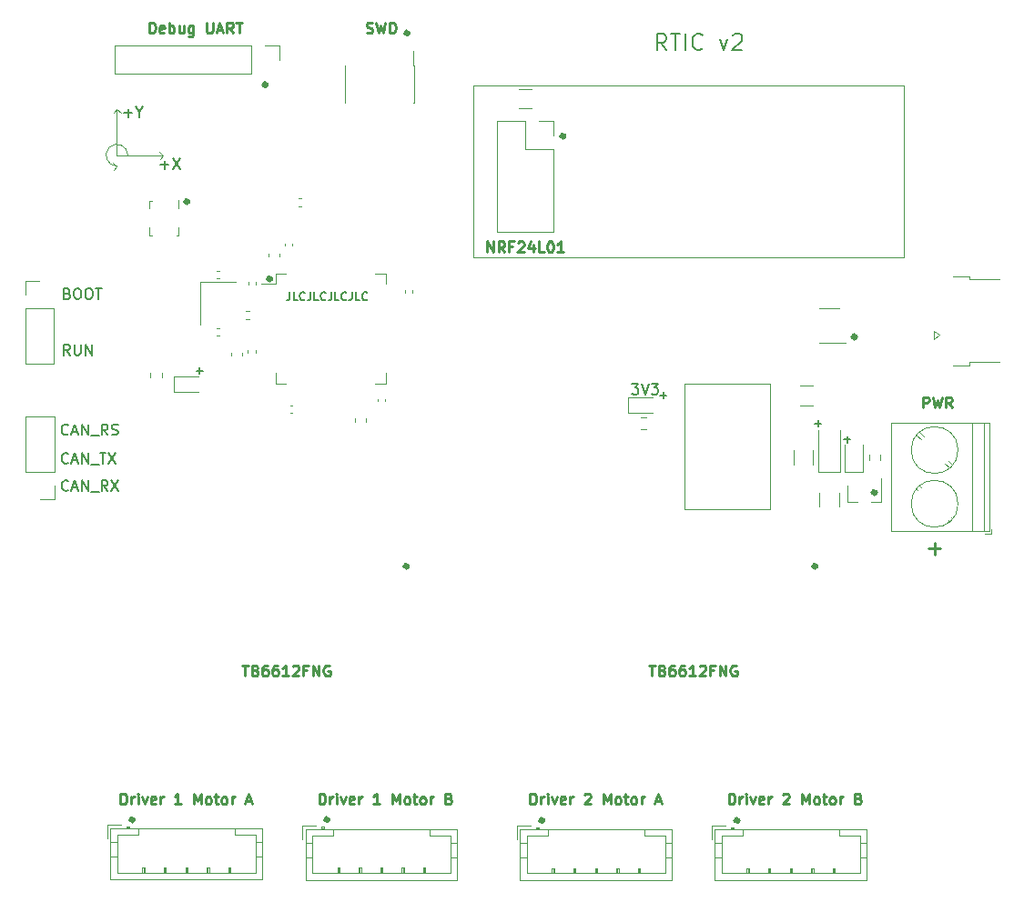
<source format=gto>
G04 #@! TF.GenerationSoftware,KiCad,Pcbnew,5.1.5+dfsg1-2build2*
G04 #@! TF.CreationDate,2022-03-08T20:12:57-07:00*
G04 #@! TF.ProjectId,rtic_v2,72746963-5f76-4322-9e6b-696361645f70,rev?*
G04 #@! TF.SameCoordinates,Original*
G04 #@! TF.FileFunction,Legend,Top*
G04 #@! TF.FilePolarity,Positive*
%FSLAX46Y46*%
G04 Gerber Fmt 4.6, Leading zero omitted, Abs format (unit mm)*
G04 Created by KiCad (PCBNEW 5.1.5+dfsg1-2build2) date 2022-03-08 20:12:57*
%MOMM*%
%LPD*%
G04 APERTURE LIST*
%ADD10C,0.150000*%
%ADD11C,0.120000*%
%ADD12C,0.250000*%
%ADD13C,0.500000*%
%ADD14C,0.200000*%
%ADD15C,0.100000*%
%ADD16R,0.350000X0.775000*%
%ADD17R,0.775000X0.350000*%
%ADD18R,1.800000X1.800000*%
%ADD19O,1.800000X1.800000*%
%ADD20R,1.300000X1.000000*%
%ADD21R,0.550000X0.700000*%
%ADD22C,0.900000*%
%ADD23C,6.500000*%
%ADD24R,2.700000X2.700000*%
%ADD25C,2.700000*%
%ADD26R,2.100000X1.450000*%
%ADD27R,0.800000X1.925000*%
%ADD28R,1.600000X2.100000*%
%ADD29R,1.750000X0.500000*%
%ADD30O,1.600000X1.200000*%
%ADD31O,1.800000X1.450000*%
%ADD32R,2.600000X1.530000*%
%ADD33R,0.900000X1.000000*%
%ADD34R,1.160000X0.750000*%
%ADD35R,1.300000X1.500000*%
%ADD36R,0.840000X2.500000*%
%ADD37O,1.300000X1.850000*%
%ADD38C,1.624000*%
%ADD39C,2.800000*%
G04 APERTURE END LIST*
D10*
X53308500Y-88431642D02*
X53260880Y-88479261D01*
X53118023Y-88526880D01*
X53022785Y-88526880D01*
X52879928Y-88479261D01*
X52784690Y-88384023D01*
X52737071Y-88288785D01*
X52689452Y-88098309D01*
X52689452Y-87955452D01*
X52737071Y-87764976D01*
X52784690Y-87669738D01*
X52879928Y-87574500D01*
X53022785Y-87526880D01*
X53118023Y-87526880D01*
X53260880Y-87574500D01*
X53308500Y-87622119D01*
X53689452Y-88241166D02*
X54165642Y-88241166D01*
X53594214Y-88526880D02*
X53927547Y-87526880D01*
X54260880Y-88526880D01*
X54594214Y-88526880D02*
X54594214Y-87526880D01*
X55165642Y-88526880D01*
X55165642Y-87526880D01*
X55403738Y-88622119D02*
X56165642Y-88622119D01*
X56975166Y-88526880D02*
X56641833Y-88050690D01*
X56403738Y-88526880D02*
X56403738Y-87526880D01*
X56784690Y-87526880D01*
X56879928Y-87574500D01*
X56927547Y-87622119D01*
X56975166Y-87717357D01*
X56975166Y-87860214D01*
X56927547Y-87955452D01*
X56879928Y-88003071D01*
X56784690Y-88050690D01*
X56403738Y-88050690D01*
X57356119Y-88479261D02*
X57498976Y-88526880D01*
X57737071Y-88526880D01*
X57832309Y-88479261D01*
X57879928Y-88431642D01*
X57927547Y-88336404D01*
X57927547Y-88241166D01*
X57879928Y-88145928D01*
X57832309Y-88098309D01*
X57737071Y-88050690D01*
X57546595Y-88003071D01*
X57451357Y-87955452D01*
X57403738Y-87907833D01*
X57356119Y-87812595D01*
X57356119Y-87717357D01*
X57403738Y-87622119D01*
X57451357Y-87574500D01*
X57546595Y-87526880D01*
X57784690Y-87526880D01*
X57927547Y-87574500D01*
X53308500Y-93638642D02*
X53260880Y-93686261D01*
X53118023Y-93733880D01*
X53022785Y-93733880D01*
X52879928Y-93686261D01*
X52784690Y-93591023D01*
X52737071Y-93495785D01*
X52689452Y-93305309D01*
X52689452Y-93162452D01*
X52737071Y-92971976D01*
X52784690Y-92876738D01*
X52879928Y-92781500D01*
X53022785Y-92733880D01*
X53118023Y-92733880D01*
X53260880Y-92781500D01*
X53308500Y-92829119D01*
X53689452Y-93448166D02*
X54165642Y-93448166D01*
X53594214Y-93733880D02*
X53927547Y-92733880D01*
X54260880Y-93733880D01*
X54594214Y-93733880D02*
X54594214Y-92733880D01*
X55165642Y-93733880D01*
X55165642Y-92733880D01*
X55403738Y-93829119D02*
X56165642Y-93829119D01*
X56975166Y-93733880D02*
X56641833Y-93257690D01*
X56403738Y-93733880D02*
X56403738Y-92733880D01*
X56784690Y-92733880D01*
X56879928Y-92781500D01*
X56927547Y-92829119D01*
X56975166Y-92924357D01*
X56975166Y-93067214D01*
X56927547Y-93162452D01*
X56879928Y-93210071D01*
X56784690Y-93257690D01*
X56403738Y-93257690D01*
X57308500Y-92733880D02*
X57975166Y-93733880D01*
X57975166Y-92733880D02*
X57308500Y-93733880D01*
X53300547Y-91098642D02*
X53252928Y-91146261D01*
X53110071Y-91193880D01*
X53014833Y-91193880D01*
X52871976Y-91146261D01*
X52776738Y-91051023D01*
X52729119Y-90955785D01*
X52681500Y-90765309D01*
X52681500Y-90622452D01*
X52729119Y-90431976D01*
X52776738Y-90336738D01*
X52871976Y-90241500D01*
X53014833Y-90193880D01*
X53110071Y-90193880D01*
X53252928Y-90241500D01*
X53300547Y-90289119D01*
X53681500Y-90908166D02*
X54157690Y-90908166D01*
X53586261Y-91193880D02*
X53919595Y-90193880D01*
X54252928Y-91193880D01*
X54586261Y-91193880D02*
X54586261Y-90193880D01*
X55157690Y-91193880D01*
X55157690Y-90193880D01*
X55395785Y-91289119D02*
X56157690Y-91289119D01*
X56252928Y-90193880D02*
X56824357Y-90193880D01*
X56538642Y-91193880D02*
X56538642Y-90193880D01*
X57062452Y-90193880D02*
X57729119Y-91193880D01*
X57729119Y-90193880D02*
X57062452Y-91193880D01*
D11*
X91000000Y-72000000D02*
X91000000Y-64000000D01*
X131000000Y-72000000D02*
X91000000Y-72000000D01*
X131000000Y-56000000D02*
X131000000Y-72000000D01*
X91000000Y-56000000D02*
X131000000Y-56000000D01*
X91000000Y-64000000D02*
X91000000Y-56000000D01*
D10*
X53227457Y-75341171D02*
X53370314Y-75388790D01*
X53417933Y-75436409D01*
X53465552Y-75531647D01*
X53465552Y-75674504D01*
X53417933Y-75769742D01*
X53370314Y-75817361D01*
X53275076Y-75864980D01*
X52894123Y-75864980D01*
X52894123Y-74864980D01*
X53227457Y-74864980D01*
X53322695Y-74912600D01*
X53370314Y-74960219D01*
X53417933Y-75055457D01*
X53417933Y-75150695D01*
X53370314Y-75245933D01*
X53322695Y-75293552D01*
X53227457Y-75341171D01*
X52894123Y-75341171D01*
X54084600Y-74864980D02*
X54275076Y-74864980D01*
X54370314Y-74912600D01*
X54465552Y-75007838D01*
X54513171Y-75198314D01*
X54513171Y-75531647D01*
X54465552Y-75722123D01*
X54370314Y-75817361D01*
X54275076Y-75864980D01*
X54084600Y-75864980D01*
X53989361Y-75817361D01*
X53894123Y-75722123D01*
X53846504Y-75531647D01*
X53846504Y-75198314D01*
X53894123Y-75007838D01*
X53989361Y-74912600D01*
X54084600Y-74864980D01*
X55132219Y-74864980D02*
X55322695Y-74864980D01*
X55417933Y-74912600D01*
X55513171Y-75007838D01*
X55560790Y-75198314D01*
X55560790Y-75531647D01*
X55513171Y-75722123D01*
X55417933Y-75817361D01*
X55322695Y-75864980D01*
X55132219Y-75864980D01*
X55036980Y-75817361D01*
X54941742Y-75722123D01*
X54894123Y-75531647D01*
X54894123Y-75198314D01*
X54941742Y-75007838D01*
X55036980Y-74912600D01*
X55132219Y-74864980D01*
X55846504Y-74864980D02*
X56417933Y-74864980D01*
X56132219Y-75864980D02*
X56132219Y-74864980D01*
X53465504Y-81097380D02*
X53132171Y-80621190D01*
X52894076Y-81097380D02*
X52894076Y-80097380D01*
X53275028Y-80097380D01*
X53370266Y-80145000D01*
X53417885Y-80192619D01*
X53465504Y-80287857D01*
X53465504Y-80430714D01*
X53417885Y-80525952D01*
X53370266Y-80573571D01*
X53275028Y-80621190D01*
X52894076Y-80621190D01*
X53894076Y-80097380D02*
X53894076Y-80906904D01*
X53941695Y-81002142D01*
X53989314Y-81049761D01*
X54084552Y-81097380D01*
X54275028Y-81097380D01*
X54370266Y-81049761D01*
X54417885Y-81002142D01*
X54465504Y-80906904D01*
X54465504Y-80097380D01*
X54941695Y-81097380D02*
X54941695Y-80097380D01*
X55513123Y-81097380D01*
X55513123Y-80097380D01*
D12*
X58178380Y-122898380D02*
X58178380Y-121898380D01*
X58416476Y-121898380D01*
X58559333Y-121946000D01*
X58654571Y-122041238D01*
X58702190Y-122136476D01*
X58749809Y-122326952D01*
X58749809Y-122469809D01*
X58702190Y-122660285D01*
X58654571Y-122755523D01*
X58559333Y-122850761D01*
X58416476Y-122898380D01*
X58178380Y-122898380D01*
X59178380Y-122898380D02*
X59178380Y-122231714D01*
X59178380Y-122422190D02*
X59226000Y-122326952D01*
X59273619Y-122279333D01*
X59368857Y-122231714D01*
X59464095Y-122231714D01*
X59797428Y-122898380D02*
X59797428Y-122231714D01*
X59797428Y-121898380D02*
X59749809Y-121946000D01*
X59797428Y-121993619D01*
X59845047Y-121946000D01*
X59797428Y-121898380D01*
X59797428Y-121993619D01*
X60178380Y-122231714D02*
X60416476Y-122898380D01*
X60654571Y-122231714D01*
X61416476Y-122850761D02*
X61321238Y-122898380D01*
X61130761Y-122898380D01*
X61035523Y-122850761D01*
X60987904Y-122755523D01*
X60987904Y-122374571D01*
X61035523Y-122279333D01*
X61130761Y-122231714D01*
X61321238Y-122231714D01*
X61416476Y-122279333D01*
X61464095Y-122374571D01*
X61464095Y-122469809D01*
X60987904Y-122565047D01*
X61892666Y-122898380D02*
X61892666Y-122231714D01*
X61892666Y-122422190D02*
X61940285Y-122326952D01*
X61987904Y-122279333D01*
X62083142Y-122231714D01*
X62178380Y-122231714D01*
X63797428Y-122898380D02*
X63226000Y-122898380D01*
X63511714Y-122898380D02*
X63511714Y-121898380D01*
X63416476Y-122041238D01*
X63321238Y-122136476D01*
X63226000Y-122184095D01*
X64987904Y-122898380D02*
X64987904Y-121898380D01*
X65321238Y-122612666D01*
X65654571Y-121898380D01*
X65654571Y-122898380D01*
X66273619Y-122898380D02*
X66178380Y-122850761D01*
X66130761Y-122803142D01*
X66083142Y-122707904D01*
X66083142Y-122422190D01*
X66130761Y-122326952D01*
X66178380Y-122279333D01*
X66273619Y-122231714D01*
X66416476Y-122231714D01*
X66511714Y-122279333D01*
X66559333Y-122326952D01*
X66606952Y-122422190D01*
X66606952Y-122707904D01*
X66559333Y-122803142D01*
X66511714Y-122850761D01*
X66416476Y-122898380D01*
X66273619Y-122898380D01*
X66892666Y-122231714D02*
X67273619Y-122231714D01*
X67035523Y-121898380D02*
X67035523Y-122755523D01*
X67083142Y-122850761D01*
X67178380Y-122898380D01*
X67273619Y-122898380D01*
X67749809Y-122898380D02*
X67654571Y-122850761D01*
X67606952Y-122803142D01*
X67559333Y-122707904D01*
X67559333Y-122422190D01*
X67606952Y-122326952D01*
X67654571Y-122279333D01*
X67749809Y-122231714D01*
X67892666Y-122231714D01*
X67987904Y-122279333D01*
X68035523Y-122326952D01*
X68083142Y-122422190D01*
X68083142Y-122707904D01*
X68035523Y-122803142D01*
X67987904Y-122850761D01*
X67892666Y-122898380D01*
X67749809Y-122898380D01*
X68511714Y-122898380D02*
X68511714Y-122231714D01*
X68511714Y-122422190D02*
X68559333Y-122326952D01*
X68606952Y-122279333D01*
X68702190Y-122231714D01*
X68797428Y-122231714D01*
X69845047Y-122612666D02*
X70321238Y-122612666D01*
X69749809Y-122898380D02*
X70083142Y-121898380D01*
X70416476Y-122898380D01*
D13*
X84901600Y-51114800D02*
G75*
G03X84901600Y-51114800I-101600J0D01*
G01*
X128382200Y-93890600D02*
G75*
G03X128382200Y-93890600I-101600J0D01*
G01*
X115610200Y-124427200D02*
G75*
G03X115610200Y-124427200I-101600J0D01*
G01*
X97449200Y-124427200D02*
G75*
G03X97449200Y-124427200I-101600J0D01*
G01*
X77459400Y-124351000D02*
G75*
G03X77459400Y-124351000I-101600J0D01*
G01*
X59349200Y-124351000D02*
G75*
G03X59349200Y-124351000I-101600J0D01*
G01*
X126518400Y-79403800D02*
G75*
G03X126518400Y-79403800I-101600J0D01*
G01*
D10*
X73922714Y-75236685D02*
X73922714Y-75772400D01*
X73887000Y-75879542D01*
X73815571Y-75950971D01*
X73708428Y-75986685D01*
X73637000Y-75986685D01*
X74637000Y-75986685D02*
X74279857Y-75986685D01*
X74279857Y-75236685D01*
X75315571Y-75915257D02*
X75279857Y-75950971D01*
X75172714Y-75986685D01*
X75101285Y-75986685D01*
X74994142Y-75950971D01*
X74922714Y-75879542D01*
X74887000Y-75808114D01*
X74851285Y-75665257D01*
X74851285Y-75558114D01*
X74887000Y-75415257D01*
X74922714Y-75343828D01*
X74994142Y-75272400D01*
X75101285Y-75236685D01*
X75172714Y-75236685D01*
X75279857Y-75272400D01*
X75315571Y-75308114D01*
X75851285Y-75236685D02*
X75851285Y-75772400D01*
X75815571Y-75879542D01*
X75744142Y-75950971D01*
X75637000Y-75986685D01*
X75565571Y-75986685D01*
X76565571Y-75986685D02*
X76208428Y-75986685D01*
X76208428Y-75236685D01*
X77244142Y-75915257D02*
X77208428Y-75950971D01*
X77101285Y-75986685D01*
X77029857Y-75986685D01*
X76922714Y-75950971D01*
X76851285Y-75879542D01*
X76815571Y-75808114D01*
X76779857Y-75665257D01*
X76779857Y-75558114D01*
X76815571Y-75415257D01*
X76851285Y-75343828D01*
X76922714Y-75272400D01*
X77029857Y-75236685D01*
X77101285Y-75236685D01*
X77208428Y-75272400D01*
X77244142Y-75308114D01*
X77779857Y-75236685D02*
X77779857Y-75772400D01*
X77744142Y-75879542D01*
X77672714Y-75950971D01*
X77565571Y-75986685D01*
X77494142Y-75986685D01*
X78494142Y-75986685D02*
X78137000Y-75986685D01*
X78137000Y-75236685D01*
X79172714Y-75915257D02*
X79137000Y-75950971D01*
X79029857Y-75986685D01*
X78958428Y-75986685D01*
X78851285Y-75950971D01*
X78779857Y-75879542D01*
X78744142Y-75808114D01*
X78708428Y-75665257D01*
X78708428Y-75558114D01*
X78744142Y-75415257D01*
X78779857Y-75343828D01*
X78851285Y-75272400D01*
X78958428Y-75236685D01*
X79029857Y-75236685D01*
X79137000Y-75272400D01*
X79172714Y-75308114D01*
X79708428Y-75236685D02*
X79708428Y-75772400D01*
X79672714Y-75879542D01*
X79601285Y-75950971D01*
X79494142Y-75986685D01*
X79422714Y-75986685D01*
X80422714Y-75986685D02*
X80065571Y-75986685D01*
X80065571Y-75236685D01*
X81101285Y-75915257D02*
X81065571Y-75950971D01*
X80958428Y-75986685D01*
X80887000Y-75986685D01*
X80779857Y-75950971D01*
X80708428Y-75879542D01*
X80672714Y-75808114D01*
X80637000Y-75665257D01*
X80637000Y-75558114D01*
X80672714Y-75415257D01*
X80708428Y-75343828D01*
X80779857Y-75272400D01*
X80887000Y-75236685D01*
X80958428Y-75236685D01*
X81065571Y-75272400D01*
X81101285Y-75308114D01*
D14*
X122758238Y-87470742D02*
X123367761Y-87470742D01*
X123063000Y-87775504D02*
X123063000Y-87165980D01*
X125461238Y-88943942D02*
X126070761Y-88943942D01*
X125766000Y-89248704D02*
X125766000Y-88639180D01*
X108342638Y-84829542D02*
X108952161Y-84829542D01*
X108647400Y-85134304D02*
X108647400Y-84524780D01*
X65220438Y-82559942D02*
X65829961Y-82559942D01*
X65525200Y-82864704D02*
X65525200Y-82255180D01*
D13*
X72129200Y-73996400D02*
G75*
G03X72129200Y-73996400I-101600J0D01*
G01*
X64427100Y-66802000D02*
G75*
G03X64427100Y-66802000I-101600J0D01*
G01*
X84851600Y-100750000D02*
G75*
G03X84851600Y-100750000I-101600J0D01*
G01*
X122851600Y-100750000D02*
G75*
G03X122851600Y-100750000I-101600J0D01*
G01*
X99408800Y-60686800D02*
G75*
G03X99408800Y-60686800I-101600J0D01*
G01*
X71717600Y-55911400D02*
G75*
G03X71717600Y-55911400I-101600J0D01*
G01*
D10*
X105732904Y-83742180D02*
X106351952Y-83742180D01*
X106018619Y-84123133D01*
X106161476Y-84123133D01*
X106256714Y-84170752D01*
X106304333Y-84218371D01*
X106351952Y-84313609D01*
X106351952Y-84551704D01*
X106304333Y-84646942D01*
X106256714Y-84694561D01*
X106161476Y-84742180D01*
X105875761Y-84742180D01*
X105780523Y-84694561D01*
X105732904Y-84646942D01*
X106637666Y-83742180D02*
X106971000Y-84742180D01*
X107304333Y-83742180D01*
X107542428Y-83742180D02*
X108161476Y-83742180D01*
X107828142Y-84123133D01*
X107971000Y-84123133D01*
X108066238Y-84170752D01*
X108113857Y-84218371D01*
X108161476Y-84313609D01*
X108161476Y-84551704D01*
X108113857Y-84646942D01*
X108066238Y-84694561D01*
X107971000Y-84742180D01*
X107685285Y-84742180D01*
X107590047Y-84694561D01*
X107542428Y-84646942D01*
X108928571Y-52678571D02*
X108428571Y-51964285D01*
X108071428Y-52678571D02*
X108071428Y-51178571D01*
X108642857Y-51178571D01*
X108785714Y-51250000D01*
X108857142Y-51321428D01*
X108928571Y-51464285D01*
X108928571Y-51678571D01*
X108857142Y-51821428D01*
X108785714Y-51892857D01*
X108642857Y-51964285D01*
X108071428Y-51964285D01*
X109357142Y-51178571D02*
X110214285Y-51178571D01*
X109785714Y-52678571D02*
X109785714Y-51178571D01*
X110714285Y-52678571D02*
X110714285Y-51178571D01*
X112285714Y-52535714D02*
X112214285Y-52607142D01*
X112000000Y-52678571D01*
X111857142Y-52678571D01*
X111642857Y-52607142D01*
X111500000Y-52464285D01*
X111428571Y-52321428D01*
X111357142Y-52035714D01*
X111357142Y-51821428D01*
X111428571Y-51535714D01*
X111500000Y-51392857D01*
X111642857Y-51250000D01*
X111857142Y-51178571D01*
X112000000Y-51178571D01*
X112214285Y-51250000D01*
X112285714Y-51321428D01*
X113928571Y-51678571D02*
X114285714Y-52678571D01*
X114642857Y-51678571D01*
X115142857Y-51321428D02*
X115214285Y-51250000D01*
X115357142Y-51178571D01*
X115714285Y-51178571D01*
X115857142Y-51250000D01*
X115928571Y-51321428D01*
X116000000Y-51464285D01*
X116000000Y-51607142D01*
X115928571Y-51821428D01*
X115071428Y-52678571D01*
X116000000Y-52678571D01*
D11*
X57510801Y-63849516D02*
X57841001Y-63493916D01*
X57841001Y-63493916D02*
X57485401Y-63163716D01*
X57841001Y-63493916D02*
G75*
G02X58856999Y-62502999I-1J1016316D01*
G01*
D10*
X61880857Y-63380928D02*
X62642761Y-63380928D01*
X62261809Y-63761880D02*
X62261809Y-62999976D01*
X63023714Y-62761880D02*
X63690380Y-63761880D01*
X63690380Y-62761880D02*
X63023714Y-63761880D01*
X58499476Y-58554928D02*
X59261380Y-58554928D01*
X58880428Y-58935880D02*
X58880428Y-58173976D01*
X59928047Y-58459690D02*
X59928047Y-58935880D01*
X59594714Y-57935880D02*
X59928047Y-58459690D01*
X60261380Y-57935880D01*
D11*
X61828800Y-62858600D02*
X62159000Y-62503000D01*
X62159000Y-62503000D02*
X61803400Y-62172800D01*
X58196600Y-58515200D02*
X57841000Y-58185000D01*
X57841000Y-58185000D02*
X57510800Y-58540600D01*
X57841000Y-62503000D02*
X62159000Y-62503000D01*
X57841000Y-58185000D02*
X57841000Y-62503000D01*
D12*
X132814666Y-85986380D02*
X132814666Y-84986380D01*
X133195619Y-84986380D01*
X133290857Y-85034000D01*
X133338476Y-85081619D01*
X133386095Y-85176857D01*
X133386095Y-85319714D01*
X133338476Y-85414952D01*
X133290857Y-85462571D01*
X133195619Y-85510190D01*
X132814666Y-85510190D01*
X133719428Y-84986380D02*
X133957523Y-85986380D01*
X134148000Y-85272095D01*
X134338476Y-85986380D01*
X134576571Y-84986380D01*
X135528952Y-85986380D02*
X135195619Y-85510190D01*
X134957523Y-85986380D02*
X134957523Y-84986380D01*
X135338476Y-84986380D01*
X135433714Y-85034000D01*
X135481333Y-85081619D01*
X135528952Y-85176857D01*
X135528952Y-85319714D01*
X135481333Y-85414952D01*
X135433714Y-85462571D01*
X135338476Y-85510190D01*
X134957523Y-85510190D01*
X107327142Y-109960380D02*
X107898571Y-109960380D01*
X107612857Y-110960380D02*
X107612857Y-109960380D01*
X108565238Y-110436571D02*
X108708095Y-110484190D01*
X108755714Y-110531809D01*
X108803333Y-110627047D01*
X108803333Y-110769904D01*
X108755714Y-110865142D01*
X108708095Y-110912761D01*
X108612857Y-110960380D01*
X108231904Y-110960380D01*
X108231904Y-109960380D01*
X108565238Y-109960380D01*
X108660476Y-110008000D01*
X108708095Y-110055619D01*
X108755714Y-110150857D01*
X108755714Y-110246095D01*
X108708095Y-110341333D01*
X108660476Y-110388952D01*
X108565238Y-110436571D01*
X108231904Y-110436571D01*
X109660476Y-109960380D02*
X109470000Y-109960380D01*
X109374761Y-110008000D01*
X109327142Y-110055619D01*
X109231904Y-110198476D01*
X109184285Y-110388952D01*
X109184285Y-110769904D01*
X109231904Y-110865142D01*
X109279523Y-110912761D01*
X109374761Y-110960380D01*
X109565238Y-110960380D01*
X109660476Y-110912761D01*
X109708095Y-110865142D01*
X109755714Y-110769904D01*
X109755714Y-110531809D01*
X109708095Y-110436571D01*
X109660476Y-110388952D01*
X109565238Y-110341333D01*
X109374761Y-110341333D01*
X109279523Y-110388952D01*
X109231904Y-110436571D01*
X109184285Y-110531809D01*
X110612857Y-109960380D02*
X110422380Y-109960380D01*
X110327142Y-110008000D01*
X110279523Y-110055619D01*
X110184285Y-110198476D01*
X110136666Y-110388952D01*
X110136666Y-110769904D01*
X110184285Y-110865142D01*
X110231904Y-110912761D01*
X110327142Y-110960380D01*
X110517619Y-110960380D01*
X110612857Y-110912761D01*
X110660476Y-110865142D01*
X110708095Y-110769904D01*
X110708095Y-110531809D01*
X110660476Y-110436571D01*
X110612857Y-110388952D01*
X110517619Y-110341333D01*
X110327142Y-110341333D01*
X110231904Y-110388952D01*
X110184285Y-110436571D01*
X110136666Y-110531809D01*
X111660476Y-110960380D02*
X111089047Y-110960380D01*
X111374761Y-110960380D02*
X111374761Y-109960380D01*
X111279523Y-110103238D01*
X111184285Y-110198476D01*
X111089047Y-110246095D01*
X112041428Y-110055619D02*
X112089047Y-110008000D01*
X112184285Y-109960380D01*
X112422380Y-109960380D01*
X112517619Y-110008000D01*
X112565238Y-110055619D01*
X112612857Y-110150857D01*
X112612857Y-110246095D01*
X112565238Y-110388952D01*
X111993809Y-110960380D01*
X112612857Y-110960380D01*
X113374761Y-110436571D02*
X113041428Y-110436571D01*
X113041428Y-110960380D02*
X113041428Y-109960380D01*
X113517619Y-109960380D01*
X113898571Y-110960380D02*
X113898571Y-109960380D01*
X114470000Y-110960380D01*
X114470000Y-109960380D01*
X115470000Y-110008000D02*
X115374761Y-109960380D01*
X115231904Y-109960380D01*
X115089047Y-110008000D01*
X114993809Y-110103238D01*
X114946190Y-110198476D01*
X114898571Y-110388952D01*
X114898571Y-110531809D01*
X114946190Y-110722285D01*
X114993809Y-110817523D01*
X115089047Y-110912761D01*
X115231904Y-110960380D01*
X115327142Y-110960380D01*
X115470000Y-110912761D01*
X115517619Y-110865142D01*
X115517619Y-110531809D01*
X115327142Y-110531809D01*
X69481142Y-109960380D02*
X70052571Y-109960380D01*
X69766857Y-110960380D02*
X69766857Y-109960380D01*
X70719238Y-110436571D02*
X70862095Y-110484190D01*
X70909714Y-110531809D01*
X70957333Y-110627047D01*
X70957333Y-110769904D01*
X70909714Y-110865142D01*
X70862095Y-110912761D01*
X70766857Y-110960380D01*
X70385904Y-110960380D01*
X70385904Y-109960380D01*
X70719238Y-109960380D01*
X70814476Y-110008000D01*
X70862095Y-110055619D01*
X70909714Y-110150857D01*
X70909714Y-110246095D01*
X70862095Y-110341333D01*
X70814476Y-110388952D01*
X70719238Y-110436571D01*
X70385904Y-110436571D01*
X71814476Y-109960380D02*
X71624000Y-109960380D01*
X71528761Y-110008000D01*
X71481142Y-110055619D01*
X71385904Y-110198476D01*
X71338285Y-110388952D01*
X71338285Y-110769904D01*
X71385904Y-110865142D01*
X71433523Y-110912761D01*
X71528761Y-110960380D01*
X71719238Y-110960380D01*
X71814476Y-110912761D01*
X71862095Y-110865142D01*
X71909714Y-110769904D01*
X71909714Y-110531809D01*
X71862095Y-110436571D01*
X71814476Y-110388952D01*
X71719238Y-110341333D01*
X71528761Y-110341333D01*
X71433523Y-110388952D01*
X71385904Y-110436571D01*
X71338285Y-110531809D01*
X72766857Y-109960380D02*
X72576380Y-109960380D01*
X72481142Y-110008000D01*
X72433523Y-110055619D01*
X72338285Y-110198476D01*
X72290666Y-110388952D01*
X72290666Y-110769904D01*
X72338285Y-110865142D01*
X72385904Y-110912761D01*
X72481142Y-110960380D01*
X72671619Y-110960380D01*
X72766857Y-110912761D01*
X72814476Y-110865142D01*
X72862095Y-110769904D01*
X72862095Y-110531809D01*
X72814476Y-110436571D01*
X72766857Y-110388952D01*
X72671619Y-110341333D01*
X72481142Y-110341333D01*
X72385904Y-110388952D01*
X72338285Y-110436571D01*
X72290666Y-110531809D01*
X73814476Y-110960380D02*
X73243047Y-110960380D01*
X73528761Y-110960380D02*
X73528761Y-109960380D01*
X73433523Y-110103238D01*
X73338285Y-110198476D01*
X73243047Y-110246095D01*
X74195428Y-110055619D02*
X74243047Y-110008000D01*
X74338285Y-109960380D01*
X74576380Y-109960380D01*
X74671619Y-110008000D01*
X74719238Y-110055619D01*
X74766857Y-110150857D01*
X74766857Y-110246095D01*
X74719238Y-110388952D01*
X74147809Y-110960380D01*
X74766857Y-110960380D01*
X75528761Y-110436571D02*
X75195428Y-110436571D01*
X75195428Y-110960380D02*
X75195428Y-109960380D01*
X75671619Y-109960380D01*
X76052571Y-110960380D02*
X76052571Y-109960380D01*
X76624000Y-110960380D01*
X76624000Y-109960380D01*
X77624000Y-110008000D02*
X77528761Y-109960380D01*
X77385904Y-109960380D01*
X77243047Y-110008000D01*
X77147809Y-110103238D01*
X77100190Y-110198476D01*
X77052571Y-110388952D01*
X77052571Y-110531809D01*
X77100190Y-110722285D01*
X77147809Y-110817523D01*
X77243047Y-110912761D01*
X77385904Y-110960380D01*
X77481142Y-110960380D01*
X77624000Y-110912761D01*
X77671619Y-110865142D01*
X77671619Y-110531809D01*
X77481142Y-110531809D01*
X92278190Y-71502380D02*
X92278190Y-70502380D01*
X92849619Y-71502380D01*
X92849619Y-70502380D01*
X93897238Y-71502380D02*
X93563904Y-71026190D01*
X93325809Y-71502380D02*
X93325809Y-70502380D01*
X93706761Y-70502380D01*
X93802000Y-70550000D01*
X93849619Y-70597619D01*
X93897238Y-70692857D01*
X93897238Y-70835714D01*
X93849619Y-70930952D01*
X93802000Y-70978571D01*
X93706761Y-71026190D01*
X93325809Y-71026190D01*
X94659142Y-70978571D02*
X94325809Y-70978571D01*
X94325809Y-71502380D02*
X94325809Y-70502380D01*
X94802000Y-70502380D01*
X95135333Y-70597619D02*
X95182952Y-70550000D01*
X95278190Y-70502380D01*
X95516285Y-70502380D01*
X95611523Y-70550000D01*
X95659142Y-70597619D01*
X95706761Y-70692857D01*
X95706761Y-70788095D01*
X95659142Y-70930952D01*
X95087714Y-71502380D01*
X95706761Y-71502380D01*
X96563904Y-70835714D02*
X96563904Y-71502380D01*
X96325809Y-70454761D02*
X96087714Y-71169047D01*
X96706761Y-71169047D01*
X97563904Y-71502380D02*
X97087714Y-71502380D01*
X97087714Y-70502380D01*
X98087714Y-70502380D02*
X98182952Y-70502380D01*
X98278190Y-70550000D01*
X98325809Y-70597619D01*
X98373428Y-70692857D01*
X98421047Y-70883333D01*
X98421047Y-71121428D01*
X98373428Y-71311904D01*
X98325809Y-71407142D01*
X98278190Y-71454761D01*
X98182952Y-71502380D01*
X98087714Y-71502380D01*
X97992476Y-71454761D01*
X97944857Y-71407142D01*
X97897238Y-71311904D01*
X97849619Y-71121428D01*
X97849619Y-70883333D01*
X97897238Y-70692857D01*
X97944857Y-70597619D01*
X97992476Y-70550000D01*
X98087714Y-70502380D01*
X99373428Y-71502380D02*
X98802000Y-71502380D01*
X99087714Y-71502380D02*
X99087714Y-70502380D01*
X98992476Y-70645238D01*
X98897238Y-70740476D01*
X98802000Y-70788095D01*
X133322571Y-99107142D02*
X134465428Y-99107142D01*
X133894000Y-99678571D02*
X133894000Y-98535714D01*
X81055257Y-51054761D02*
X81198114Y-51102380D01*
X81436209Y-51102380D01*
X81531447Y-51054761D01*
X81579066Y-51007142D01*
X81626685Y-50911904D01*
X81626685Y-50816666D01*
X81579066Y-50721428D01*
X81531447Y-50673809D01*
X81436209Y-50626190D01*
X81245733Y-50578571D01*
X81150495Y-50530952D01*
X81102876Y-50483333D01*
X81055257Y-50388095D01*
X81055257Y-50292857D01*
X81102876Y-50197619D01*
X81150495Y-50150000D01*
X81245733Y-50102380D01*
X81483828Y-50102380D01*
X81626685Y-50150000D01*
X81960019Y-50102380D02*
X82198114Y-51102380D01*
X82388590Y-50388095D01*
X82579066Y-51102380D01*
X82817161Y-50102380D01*
X83198114Y-51102380D02*
X83198114Y-50102380D01*
X83436209Y-50102380D01*
X83579066Y-50150000D01*
X83674304Y-50245238D01*
X83721923Y-50340476D01*
X83769542Y-50530952D01*
X83769542Y-50673809D01*
X83721923Y-50864285D01*
X83674304Y-50959523D01*
X83579066Y-51054761D01*
X83436209Y-51102380D01*
X83198114Y-51102380D01*
X114748952Y-122898380D02*
X114748952Y-121898380D01*
X114987047Y-121898380D01*
X115129904Y-121946000D01*
X115225142Y-122041238D01*
X115272761Y-122136476D01*
X115320380Y-122326952D01*
X115320380Y-122469809D01*
X115272761Y-122660285D01*
X115225142Y-122755523D01*
X115129904Y-122850761D01*
X114987047Y-122898380D01*
X114748952Y-122898380D01*
X115748952Y-122898380D02*
X115748952Y-122231714D01*
X115748952Y-122422190D02*
X115796571Y-122326952D01*
X115844190Y-122279333D01*
X115939428Y-122231714D01*
X116034666Y-122231714D01*
X116368000Y-122898380D02*
X116368000Y-122231714D01*
X116368000Y-121898380D02*
X116320380Y-121946000D01*
X116368000Y-121993619D01*
X116415619Y-121946000D01*
X116368000Y-121898380D01*
X116368000Y-121993619D01*
X116748952Y-122231714D02*
X116987047Y-122898380D01*
X117225142Y-122231714D01*
X117987047Y-122850761D02*
X117891809Y-122898380D01*
X117701333Y-122898380D01*
X117606095Y-122850761D01*
X117558476Y-122755523D01*
X117558476Y-122374571D01*
X117606095Y-122279333D01*
X117701333Y-122231714D01*
X117891809Y-122231714D01*
X117987047Y-122279333D01*
X118034666Y-122374571D01*
X118034666Y-122469809D01*
X117558476Y-122565047D01*
X118463238Y-122898380D02*
X118463238Y-122231714D01*
X118463238Y-122422190D02*
X118510857Y-122326952D01*
X118558476Y-122279333D01*
X118653714Y-122231714D01*
X118748952Y-122231714D01*
X119796571Y-121993619D02*
X119844190Y-121946000D01*
X119939428Y-121898380D01*
X120177523Y-121898380D01*
X120272761Y-121946000D01*
X120320380Y-121993619D01*
X120368000Y-122088857D01*
X120368000Y-122184095D01*
X120320380Y-122326952D01*
X119748952Y-122898380D01*
X120368000Y-122898380D01*
X121558476Y-122898380D02*
X121558476Y-121898380D01*
X121891809Y-122612666D01*
X122225142Y-121898380D01*
X122225142Y-122898380D01*
X122844190Y-122898380D02*
X122748952Y-122850761D01*
X122701333Y-122803142D01*
X122653714Y-122707904D01*
X122653714Y-122422190D01*
X122701333Y-122326952D01*
X122748952Y-122279333D01*
X122844190Y-122231714D01*
X122987047Y-122231714D01*
X123082285Y-122279333D01*
X123129904Y-122326952D01*
X123177523Y-122422190D01*
X123177523Y-122707904D01*
X123129904Y-122803142D01*
X123082285Y-122850761D01*
X122987047Y-122898380D01*
X122844190Y-122898380D01*
X123463238Y-122231714D02*
X123844190Y-122231714D01*
X123606095Y-121898380D02*
X123606095Y-122755523D01*
X123653714Y-122850761D01*
X123748952Y-122898380D01*
X123844190Y-122898380D01*
X124320380Y-122898380D02*
X124225142Y-122850761D01*
X124177523Y-122803142D01*
X124129904Y-122707904D01*
X124129904Y-122422190D01*
X124177523Y-122326952D01*
X124225142Y-122279333D01*
X124320380Y-122231714D01*
X124463238Y-122231714D01*
X124558476Y-122279333D01*
X124606095Y-122326952D01*
X124653714Y-122422190D01*
X124653714Y-122707904D01*
X124606095Y-122803142D01*
X124558476Y-122850761D01*
X124463238Y-122898380D01*
X124320380Y-122898380D01*
X125082285Y-122898380D02*
X125082285Y-122231714D01*
X125082285Y-122422190D02*
X125129904Y-122326952D01*
X125177523Y-122279333D01*
X125272761Y-122231714D01*
X125368000Y-122231714D01*
X126796571Y-122374571D02*
X126939428Y-122422190D01*
X126987047Y-122469809D01*
X127034666Y-122565047D01*
X127034666Y-122707904D01*
X126987047Y-122803142D01*
X126939428Y-122850761D01*
X126844190Y-122898380D01*
X126463238Y-122898380D01*
X126463238Y-121898380D01*
X126796571Y-121898380D01*
X126891809Y-121946000D01*
X126939428Y-121993619D01*
X126987047Y-122088857D01*
X126987047Y-122184095D01*
X126939428Y-122279333D01*
X126891809Y-122326952D01*
X126796571Y-122374571D01*
X126463238Y-122374571D01*
X96278380Y-122898380D02*
X96278380Y-121898380D01*
X96516476Y-121898380D01*
X96659333Y-121946000D01*
X96754571Y-122041238D01*
X96802190Y-122136476D01*
X96849809Y-122326952D01*
X96849809Y-122469809D01*
X96802190Y-122660285D01*
X96754571Y-122755523D01*
X96659333Y-122850761D01*
X96516476Y-122898380D01*
X96278380Y-122898380D01*
X97278380Y-122898380D02*
X97278380Y-122231714D01*
X97278380Y-122422190D02*
X97326000Y-122326952D01*
X97373619Y-122279333D01*
X97468857Y-122231714D01*
X97564095Y-122231714D01*
X97897428Y-122898380D02*
X97897428Y-122231714D01*
X97897428Y-121898380D02*
X97849809Y-121946000D01*
X97897428Y-121993619D01*
X97945047Y-121946000D01*
X97897428Y-121898380D01*
X97897428Y-121993619D01*
X98278380Y-122231714D02*
X98516476Y-122898380D01*
X98754571Y-122231714D01*
X99516476Y-122850761D02*
X99421238Y-122898380D01*
X99230761Y-122898380D01*
X99135523Y-122850761D01*
X99087904Y-122755523D01*
X99087904Y-122374571D01*
X99135523Y-122279333D01*
X99230761Y-122231714D01*
X99421238Y-122231714D01*
X99516476Y-122279333D01*
X99564095Y-122374571D01*
X99564095Y-122469809D01*
X99087904Y-122565047D01*
X99992666Y-122898380D02*
X99992666Y-122231714D01*
X99992666Y-122422190D02*
X100040285Y-122326952D01*
X100087904Y-122279333D01*
X100183142Y-122231714D01*
X100278380Y-122231714D01*
X101326000Y-121993619D02*
X101373619Y-121946000D01*
X101468857Y-121898380D01*
X101706952Y-121898380D01*
X101802190Y-121946000D01*
X101849809Y-121993619D01*
X101897428Y-122088857D01*
X101897428Y-122184095D01*
X101849809Y-122326952D01*
X101278380Y-122898380D01*
X101897428Y-122898380D01*
X103087904Y-122898380D02*
X103087904Y-121898380D01*
X103421238Y-122612666D01*
X103754571Y-121898380D01*
X103754571Y-122898380D01*
X104373619Y-122898380D02*
X104278380Y-122850761D01*
X104230761Y-122803142D01*
X104183142Y-122707904D01*
X104183142Y-122422190D01*
X104230761Y-122326952D01*
X104278380Y-122279333D01*
X104373619Y-122231714D01*
X104516476Y-122231714D01*
X104611714Y-122279333D01*
X104659333Y-122326952D01*
X104706952Y-122422190D01*
X104706952Y-122707904D01*
X104659333Y-122803142D01*
X104611714Y-122850761D01*
X104516476Y-122898380D01*
X104373619Y-122898380D01*
X104992666Y-122231714D02*
X105373619Y-122231714D01*
X105135523Y-121898380D02*
X105135523Y-122755523D01*
X105183142Y-122850761D01*
X105278380Y-122898380D01*
X105373619Y-122898380D01*
X105849809Y-122898380D02*
X105754571Y-122850761D01*
X105706952Y-122803142D01*
X105659333Y-122707904D01*
X105659333Y-122422190D01*
X105706952Y-122326952D01*
X105754571Y-122279333D01*
X105849809Y-122231714D01*
X105992666Y-122231714D01*
X106087904Y-122279333D01*
X106135523Y-122326952D01*
X106183142Y-122422190D01*
X106183142Y-122707904D01*
X106135523Y-122803142D01*
X106087904Y-122850761D01*
X105992666Y-122898380D01*
X105849809Y-122898380D01*
X106611714Y-122898380D02*
X106611714Y-122231714D01*
X106611714Y-122422190D02*
X106659333Y-122326952D01*
X106706952Y-122279333D01*
X106802190Y-122231714D01*
X106897428Y-122231714D01*
X107945047Y-122612666D02*
X108421238Y-122612666D01*
X107849809Y-122898380D02*
X108183142Y-121898380D01*
X108516476Y-122898380D01*
X76648952Y-122898380D02*
X76648952Y-121898380D01*
X76887047Y-121898380D01*
X77029904Y-121946000D01*
X77125142Y-122041238D01*
X77172761Y-122136476D01*
X77220380Y-122326952D01*
X77220380Y-122469809D01*
X77172761Y-122660285D01*
X77125142Y-122755523D01*
X77029904Y-122850761D01*
X76887047Y-122898380D01*
X76648952Y-122898380D01*
X77648952Y-122898380D02*
X77648952Y-122231714D01*
X77648952Y-122422190D02*
X77696571Y-122326952D01*
X77744190Y-122279333D01*
X77839428Y-122231714D01*
X77934666Y-122231714D01*
X78268000Y-122898380D02*
X78268000Y-122231714D01*
X78268000Y-121898380D02*
X78220380Y-121946000D01*
X78268000Y-121993619D01*
X78315619Y-121946000D01*
X78268000Y-121898380D01*
X78268000Y-121993619D01*
X78648952Y-122231714D02*
X78887047Y-122898380D01*
X79125142Y-122231714D01*
X79887047Y-122850761D02*
X79791809Y-122898380D01*
X79601333Y-122898380D01*
X79506095Y-122850761D01*
X79458476Y-122755523D01*
X79458476Y-122374571D01*
X79506095Y-122279333D01*
X79601333Y-122231714D01*
X79791809Y-122231714D01*
X79887047Y-122279333D01*
X79934666Y-122374571D01*
X79934666Y-122469809D01*
X79458476Y-122565047D01*
X80363238Y-122898380D02*
X80363238Y-122231714D01*
X80363238Y-122422190D02*
X80410857Y-122326952D01*
X80458476Y-122279333D01*
X80553714Y-122231714D01*
X80648952Y-122231714D01*
X82268000Y-122898380D02*
X81696571Y-122898380D01*
X81982285Y-122898380D02*
X81982285Y-121898380D01*
X81887047Y-122041238D01*
X81791809Y-122136476D01*
X81696571Y-122184095D01*
X83458476Y-122898380D02*
X83458476Y-121898380D01*
X83791809Y-122612666D01*
X84125142Y-121898380D01*
X84125142Y-122898380D01*
X84744190Y-122898380D02*
X84648952Y-122850761D01*
X84601333Y-122803142D01*
X84553714Y-122707904D01*
X84553714Y-122422190D01*
X84601333Y-122326952D01*
X84648952Y-122279333D01*
X84744190Y-122231714D01*
X84887047Y-122231714D01*
X84982285Y-122279333D01*
X85029904Y-122326952D01*
X85077523Y-122422190D01*
X85077523Y-122707904D01*
X85029904Y-122803142D01*
X84982285Y-122850761D01*
X84887047Y-122898380D01*
X84744190Y-122898380D01*
X85363238Y-122231714D02*
X85744190Y-122231714D01*
X85506095Y-121898380D02*
X85506095Y-122755523D01*
X85553714Y-122850761D01*
X85648952Y-122898380D01*
X85744190Y-122898380D01*
X86220380Y-122898380D02*
X86125142Y-122850761D01*
X86077523Y-122803142D01*
X86029904Y-122707904D01*
X86029904Y-122422190D01*
X86077523Y-122326952D01*
X86125142Y-122279333D01*
X86220380Y-122231714D01*
X86363238Y-122231714D01*
X86458476Y-122279333D01*
X86506095Y-122326952D01*
X86553714Y-122422190D01*
X86553714Y-122707904D01*
X86506095Y-122803142D01*
X86458476Y-122850761D01*
X86363238Y-122898380D01*
X86220380Y-122898380D01*
X86982285Y-122898380D02*
X86982285Y-122231714D01*
X86982285Y-122422190D02*
X87029904Y-122326952D01*
X87077523Y-122279333D01*
X87172761Y-122231714D01*
X87268000Y-122231714D01*
X88696571Y-122374571D02*
X88839428Y-122422190D01*
X88887047Y-122469809D01*
X88934666Y-122565047D01*
X88934666Y-122707904D01*
X88887047Y-122803142D01*
X88839428Y-122850761D01*
X88744190Y-122898380D01*
X88363238Y-122898380D01*
X88363238Y-121898380D01*
X88696571Y-121898380D01*
X88791809Y-121946000D01*
X88839428Y-121993619D01*
X88887047Y-122088857D01*
X88887047Y-122184095D01*
X88839428Y-122279333D01*
X88791809Y-122326952D01*
X88696571Y-122374571D01*
X88363238Y-122374571D01*
X60838095Y-51102380D02*
X60838095Y-50102380D01*
X61076190Y-50102380D01*
X61219047Y-50150000D01*
X61314285Y-50245238D01*
X61361904Y-50340476D01*
X61409523Y-50530952D01*
X61409523Y-50673809D01*
X61361904Y-50864285D01*
X61314285Y-50959523D01*
X61219047Y-51054761D01*
X61076190Y-51102380D01*
X60838095Y-51102380D01*
X62219047Y-51054761D02*
X62123809Y-51102380D01*
X61933333Y-51102380D01*
X61838095Y-51054761D01*
X61790476Y-50959523D01*
X61790476Y-50578571D01*
X61838095Y-50483333D01*
X61933333Y-50435714D01*
X62123809Y-50435714D01*
X62219047Y-50483333D01*
X62266666Y-50578571D01*
X62266666Y-50673809D01*
X61790476Y-50769047D01*
X62695238Y-51102380D02*
X62695238Y-50102380D01*
X62695238Y-50483333D02*
X62790476Y-50435714D01*
X62980952Y-50435714D01*
X63076190Y-50483333D01*
X63123809Y-50530952D01*
X63171428Y-50626190D01*
X63171428Y-50911904D01*
X63123809Y-51007142D01*
X63076190Y-51054761D01*
X62980952Y-51102380D01*
X62790476Y-51102380D01*
X62695238Y-51054761D01*
X64028571Y-50435714D02*
X64028571Y-51102380D01*
X63600000Y-50435714D02*
X63600000Y-50959523D01*
X63647619Y-51054761D01*
X63742857Y-51102380D01*
X63885714Y-51102380D01*
X63980952Y-51054761D01*
X64028571Y-51007142D01*
X64933333Y-50435714D02*
X64933333Y-51245238D01*
X64885714Y-51340476D01*
X64838095Y-51388095D01*
X64742857Y-51435714D01*
X64600000Y-51435714D01*
X64504761Y-51388095D01*
X64933333Y-51054761D02*
X64838095Y-51102380D01*
X64647619Y-51102380D01*
X64552380Y-51054761D01*
X64504761Y-51007142D01*
X64457142Y-50911904D01*
X64457142Y-50626190D01*
X64504761Y-50530952D01*
X64552380Y-50483333D01*
X64647619Y-50435714D01*
X64838095Y-50435714D01*
X64933333Y-50483333D01*
X66171428Y-50102380D02*
X66171428Y-50911904D01*
X66219047Y-51007142D01*
X66266666Y-51054761D01*
X66361904Y-51102380D01*
X66552380Y-51102380D01*
X66647619Y-51054761D01*
X66695238Y-51007142D01*
X66742857Y-50911904D01*
X66742857Y-50102380D01*
X67171428Y-50816666D02*
X67647619Y-50816666D01*
X67076190Y-51102380D02*
X67409523Y-50102380D01*
X67742857Y-51102380D01*
X68647619Y-51102380D02*
X68314285Y-50626190D01*
X68076190Y-51102380D02*
X68076190Y-50102380D01*
X68457142Y-50102380D01*
X68552380Y-50150000D01*
X68600000Y-50197619D01*
X68647619Y-50292857D01*
X68647619Y-50435714D01*
X68600000Y-50530952D01*
X68552380Y-50578571D01*
X68457142Y-50626190D01*
X68076190Y-50626190D01*
X68933333Y-50102380D02*
X69504761Y-50102380D01*
X69219047Y-51102380D02*
X69219047Y-50102380D01*
D15*
X63580000Y-69926000D02*
X63360000Y-69926000D01*
X63580000Y-69206000D02*
X63580000Y-69926000D01*
X60880000Y-69926000D02*
X60880000Y-69206000D01*
X61100000Y-69926000D02*
X60880000Y-69926000D01*
X60880000Y-66726000D02*
X61100000Y-66726000D01*
X60880000Y-66726000D02*
X60880000Y-67446000D01*
X63580000Y-66626000D02*
X63580000Y-67446000D01*
D11*
X93202000Y-59306000D02*
X95802000Y-59306000D01*
X93202000Y-59306000D02*
X93202000Y-69586000D01*
X93202000Y-69586000D02*
X98402000Y-69586000D01*
X98402000Y-61906000D02*
X98402000Y-69586000D01*
X95802000Y-61906000D02*
X98402000Y-61906000D01*
X95802000Y-59306000D02*
X95802000Y-61906000D01*
X98402000Y-59306000D02*
X98402000Y-60636000D01*
X97072000Y-59306000D02*
X98402000Y-59306000D01*
X72610000Y-74460000D02*
X71270000Y-74460000D01*
X72610000Y-73510000D02*
X72610000Y-74460000D01*
X73560000Y-73510000D02*
X72610000Y-73510000D01*
X82830000Y-73510000D02*
X82830000Y-74460000D01*
X81880000Y-73510000D02*
X82830000Y-73510000D01*
X72610000Y-83730000D02*
X72610000Y-82780000D01*
X73560000Y-83730000D02*
X72610000Y-83730000D01*
X82830000Y-83730000D02*
X82830000Y-82780000D01*
X81880000Y-83730000D02*
X82830000Y-83730000D01*
X122586600Y-91325252D02*
X122586600Y-89902748D01*
X120766600Y-91325252D02*
X120766600Y-89902748D01*
X72950000Y-71910580D02*
X72950000Y-71629420D01*
X71930000Y-71910580D02*
X71930000Y-71629420D01*
X70787400Y-74485236D02*
X70787400Y-74269564D01*
X70067400Y-74485236D02*
X70067400Y-74269564D01*
X74164736Y-86497600D02*
X73949064Y-86497600D01*
X74164736Y-85777600D02*
X73949064Y-85777600D01*
X82090000Y-85182164D02*
X82090000Y-85397836D01*
X82810000Y-85182164D02*
X82810000Y-85397836D01*
X85350000Y-75052164D02*
X85350000Y-75267836D01*
X84630000Y-75052164D02*
X84630000Y-75267836D01*
X73439200Y-70900836D02*
X73439200Y-70685164D01*
X74159200Y-70900836D02*
X74159200Y-70685164D01*
X69515000Y-81147380D02*
X69515000Y-80866220D01*
X68495000Y-81147380D02*
X68495000Y-80866220D01*
X70736600Y-80835236D02*
X70736600Y-80619564D01*
X70016600Y-80835236D02*
X70016600Y-80619564D01*
X80980000Y-87009420D02*
X80980000Y-87290580D01*
X79960000Y-87009420D02*
X79960000Y-87290580D01*
X67112164Y-73240000D02*
X67327836Y-73240000D01*
X67112164Y-73960000D02*
X67327836Y-73960000D01*
X67337836Y-79280000D02*
X67122164Y-79280000D01*
X67337836Y-78560000D02*
X67122164Y-78560000D01*
X123115000Y-91949600D02*
X123115000Y-88049600D01*
X125115000Y-91949600D02*
X125115000Y-88049600D01*
X123115000Y-91949600D02*
X125115000Y-91949600D01*
X107647200Y-85004200D02*
X105362200Y-85004200D01*
X105362200Y-85004200D02*
X105362200Y-86474200D01*
X105362200Y-86474200D02*
X107647200Y-86474200D01*
X63136000Y-84521500D02*
X65421000Y-84521500D01*
X63136000Y-83051500D02*
X63136000Y-84521500D01*
X65421000Y-83051500D02*
X63136000Y-83051500D01*
X125551000Y-91987000D02*
X127251000Y-91987000D01*
X127251000Y-91987000D02*
X127251000Y-89437000D01*
X125551000Y-91987000D02*
X125551000Y-89437000D01*
X123205000Y-95153064D02*
X123205000Y-93948936D01*
X125025000Y-95153064D02*
X125025000Y-93948936D01*
X139194000Y-97732000D02*
X139194000Y-97332000D01*
X138554000Y-97732000D02*
X139194000Y-97732000D01*
X134886000Y-91190000D02*
X135282000Y-91585000D01*
X132240000Y-88544000D02*
X132620000Y-88924000D01*
X135168000Y-90939000D02*
X135548000Y-91319000D01*
X132506000Y-88278000D02*
X132902000Y-88673000D01*
X135175000Y-96480000D02*
X135282000Y-96586000D01*
X132240000Y-93544000D02*
X132347000Y-93651000D01*
X135441000Y-96214000D02*
X135548000Y-96320000D01*
X132506000Y-93278000D02*
X132613000Y-93385000D01*
X129834000Y-87372000D02*
X138954000Y-87372000D01*
X129834000Y-97492000D02*
X138954000Y-97492000D01*
X138954000Y-97492000D02*
X138954000Y-87372000D01*
X129834000Y-97492000D02*
X129834000Y-87372000D01*
X137394000Y-97492000D02*
X137394000Y-87372000D01*
X138494000Y-97492000D02*
X138494000Y-87372000D01*
X136074000Y-89932000D02*
G75*
G03X136074000Y-89932000I-2180000J0D01*
G01*
X136074000Y-94932000D02*
G75*
G03X136074000Y-94932000I-2180000J0D01*
G01*
X72966600Y-52254600D02*
X72966600Y-53584600D01*
X71636600Y-52254600D02*
X72966600Y-52254600D01*
X70366600Y-52254600D02*
X70366600Y-54914600D01*
X70366600Y-54914600D02*
X57606600Y-54914600D01*
X70366600Y-52254600D02*
X57606600Y-52254600D01*
X57606600Y-52254600D02*
X57606600Y-54914600D01*
X134321400Y-79204800D02*
X133871400Y-79604800D01*
X133871400Y-79604800D02*
X133871400Y-78804800D01*
X133871400Y-78804800D02*
X134321400Y-79204800D01*
X139921400Y-74054800D02*
X137121400Y-74054800D01*
X137121400Y-74054800D02*
X137121400Y-73754800D01*
X137121400Y-73754800D02*
X135571400Y-73754800D01*
X139921400Y-81754800D02*
X137121400Y-81754800D01*
X137121400Y-82054800D02*
X137121400Y-81754800D01*
X137121400Y-82054800D02*
X135571400Y-82054800D01*
X125760800Y-94726800D02*
X125760800Y-93266800D01*
X128920800Y-94726800D02*
X128920800Y-92566800D01*
X128920800Y-94726800D02*
X127990800Y-94726800D01*
X125760800Y-94726800D02*
X126690800Y-94726800D01*
X106609942Y-87963500D02*
X107084458Y-87963500D01*
X106609942Y-86918500D02*
X107084458Y-86918500D01*
X74700159Y-67283600D02*
X75007441Y-67283600D01*
X74700159Y-66523600D02*
X75007441Y-66523600D01*
X70133641Y-77760000D02*
X69826359Y-77760000D01*
X70133641Y-77000000D02*
X69826359Y-77000000D01*
X60948500Y-83203758D02*
X60948500Y-82729242D01*
X61993500Y-83203758D02*
X61993500Y-82729242D01*
X128853900Y-90825858D02*
X128853900Y-90351342D01*
X127808900Y-90825858D02*
X127808900Y-90351342D01*
X123190160Y-79944460D02*
X125640160Y-79944460D01*
X124990160Y-76724460D02*
X123190160Y-76724460D01*
X65570000Y-74260000D02*
X65570000Y-78260000D01*
X68870000Y-74260000D02*
X65570000Y-74260000D01*
X96429464Y-58117000D02*
X95225336Y-58117000D01*
X96429464Y-56297000D02*
X95225336Y-56297000D01*
X85495000Y-54099600D02*
X85495000Y-57629600D01*
X79025000Y-54099600D02*
X79025000Y-57629600D01*
X85430000Y-52774600D02*
X85430000Y-54099600D01*
X85495000Y-54099600D02*
X85430000Y-54099600D01*
X85495000Y-57629600D02*
X85430000Y-57629600D01*
X79090000Y-54099600D02*
X79025000Y-54099600D01*
X79090000Y-57629600D02*
X79025000Y-57629600D01*
X56938400Y-124857200D02*
X56938400Y-126107200D01*
X58188400Y-124857200D02*
X56938400Y-124857200D01*
X68298400Y-129267200D02*
X68298400Y-128767200D01*
X68398400Y-128767200D02*
X68398400Y-129267200D01*
X68198400Y-128767200D02*
X68398400Y-128767200D01*
X68198400Y-129267200D02*
X68198400Y-128767200D01*
X66298400Y-129267200D02*
X66298400Y-128767200D01*
X66398400Y-128767200D02*
X66398400Y-129267200D01*
X66198400Y-128767200D02*
X66398400Y-128767200D01*
X66198400Y-129267200D02*
X66198400Y-128767200D01*
X64298400Y-129267200D02*
X64298400Y-128767200D01*
X64398400Y-128767200D02*
X64398400Y-129267200D01*
X64198400Y-128767200D02*
X64398400Y-128767200D01*
X64198400Y-129267200D02*
X64198400Y-128767200D01*
X62298400Y-129267200D02*
X62298400Y-128767200D01*
X62398400Y-128767200D02*
X62398400Y-129267200D01*
X62198400Y-128767200D02*
X62398400Y-128767200D01*
X62198400Y-129267200D02*
X62198400Y-128767200D01*
X60298400Y-129267200D02*
X60298400Y-128767200D01*
X60398400Y-128767200D02*
X60398400Y-129267200D01*
X60198400Y-128767200D02*
X60398400Y-128767200D01*
X60198400Y-129267200D02*
X60198400Y-128767200D01*
X71358400Y-127767200D02*
X70748400Y-127767200D01*
X71358400Y-126467200D02*
X70748400Y-126467200D01*
X57238400Y-127767200D02*
X57848400Y-127767200D01*
X57238400Y-126467200D02*
X57848400Y-126467200D01*
X68798400Y-125767200D02*
X68798400Y-125157200D01*
X70748400Y-125767200D02*
X68798400Y-125767200D01*
X70748400Y-129267200D02*
X70748400Y-125767200D01*
X57848400Y-129267200D02*
X70748400Y-129267200D01*
X57848400Y-125767200D02*
X57848400Y-129267200D01*
X59798400Y-125767200D02*
X57848400Y-125767200D01*
X59798400Y-125157200D02*
X59798400Y-125767200D01*
X58998400Y-125057200D02*
X58698400Y-125057200D01*
X58698400Y-124957200D02*
X58698400Y-125157200D01*
X58998400Y-124957200D02*
X58698400Y-124957200D01*
X58998400Y-125157200D02*
X58998400Y-124957200D01*
X71358400Y-125157200D02*
X57238400Y-125157200D01*
X71358400Y-129877200D02*
X71358400Y-125157200D01*
X57238400Y-129877200D02*
X71358400Y-129877200D01*
X57238400Y-125157200D02*
X57238400Y-129877200D01*
X75374000Y-125220700D02*
X75374000Y-129940700D01*
X75374000Y-129940700D02*
X89494000Y-129940700D01*
X89494000Y-129940700D02*
X89494000Y-125220700D01*
X89494000Y-125220700D02*
X75374000Y-125220700D01*
X77134000Y-125220700D02*
X77134000Y-125020700D01*
X77134000Y-125020700D02*
X76834000Y-125020700D01*
X76834000Y-125020700D02*
X76834000Y-125220700D01*
X77134000Y-125120700D02*
X76834000Y-125120700D01*
X77934000Y-125220700D02*
X77934000Y-125830700D01*
X77934000Y-125830700D02*
X75984000Y-125830700D01*
X75984000Y-125830700D02*
X75984000Y-129330700D01*
X75984000Y-129330700D02*
X88884000Y-129330700D01*
X88884000Y-129330700D02*
X88884000Y-125830700D01*
X88884000Y-125830700D02*
X86934000Y-125830700D01*
X86934000Y-125830700D02*
X86934000Y-125220700D01*
X75374000Y-126530700D02*
X75984000Y-126530700D01*
X75374000Y-127830700D02*
X75984000Y-127830700D01*
X89494000Y-126530700D02*
X88884000Y-126530700D01*
X89494000Y-127830700D02*
X88884000Y-127830700D01*
X78334000Y-129330700D02*
X78334000Y-128830700D01*
X78334000Y-128830700D02*
X78534000Y-128830700D01*
X78534000Y-128830700D02*
X78534000Y-129330700D01*
X78434000Y-129330700D02*
X78434000Y-128830700D01*
X80334000Y-129330700D02*
X80334000Y-128830700D01*
X80334000Y-128830700D02*
X80534000Y-128830700D01*
X80534000Y-128830700D02*
X80534000Y-129330700D01*
X80434000Y-129330700D02*
X80434000Y-128830700D01*
X82334000Y-129330700D02*
X82334000Y-128830700D01*
X82334000Y-128830700D02*
X82534000Y-128830700D01*
X82534000Y-128830700D02*
X82534000Y-129330700D01*
X82434000Y-129330700D02*
X82434000Y-128830700D01*
X84334000Y-129330700D02*
X84334000Y-128830700D01*
X84334000Y-128830700D02*
X84534000Y-128830700D01*
X84534000Y-128830700D02*
X84534000Y-129330700D01*
X84434000Y-129330700D02*
X84434000Y-128830700D01*
X86334000Y-129330700D02*
X86334000Y-128830700D01*
X86334000Y-128830700D02*
X86534000Y-128830700D01*
X86534000Y-128830700D02*
X86534000Y-129330700D01*
X86434000Y-129330700D02*
X86434000Y-128830700D01*
X76324000Y-124920700D02*
X75074000Y-124920700D01*
X75074000Y-124920700D02*
X75074000Y-126170700D01*
X95338400Y-125233400D02*
X95338400Y-129953400D01*
X95338400Y-129953400D02*
X109458400Y-129953400D01*
X109458400Y-129953400D02*
X109458400Y-125233400D01*
X109458400Y-125233400D02*
X95338400Y-125233400D01*
X97098400Y-125233400D02*
X97098400Y-125033400D01*
X97098400Y-125033400D02*
X96798400Y-125033400D01*
X96798400Y-125033400D02*
X96798400Y-125233400D01*
X97098400Y-125133400D02*
X96798400Y-125133400D01*
X97898400Y-125233400D02*
X97898400Y-125843400D01*
X97898400Y-125843400D02*
X95948400Y-125843400D01*
X95948400Y-125843400D02*
X95948400Y-129343400D01*
X95948400Y-129343400D02*
X108848400Y-129343400D01*
X108848400Y-129343400D02*
X108848400Y-125843400D01*
X108848400Y-125843400D02*
X106898400Y-125843400D01*
X106898400Y-125843400D02*
X106898400Y-125233400D01*
X95338400Y-126543400D02*
X95948400Y-126543400D01*
X95338400Y-127843400D02*
X95948400Y-127843400D01*
X109458400Y-126543400D02*
X108848400Y-126543400D01*
X109458400Y-127843400D02*
X108848400Y-127843400D01*
X98298400Y-129343400D02*
X98298400Y-128843400D01*
X98298400Y-128843400D02*
X98498400Y-128843400D01*
X98498400Y-128843400D02*
X98498400Y-129343400D01*
X98398400Y-129343400D02*
X98398400Y-128843400D01*
X100298400Y-129343400D02*
X100298400Y-128843400D01*
X100298400Y-128843400D02*
X100498400Y-128843400D01*
X100498400Y-128843400D02*
X100498400Y-129343400D01*
X100398400Y-129343400D02*
X100398400Y-128843400D01*
X102298400Y-129343400D02*
X102298400Y-128843400D01*
X102298400Y-128843400D02*
X102498400Y-128843400D01*
X102498400Y-128843400D02*
X102498400Y-129343400D01*
X102398400Y-129343400D02*
X102398400Y-128843400D01*
X104298400Y-129343400D02*
X104298400Y-128843400D01*
X104298400Y-128843400D02*
X104498400Y-128843400D01*
X104498400Y-128843400D02*
X104498400Y-129343400D01*
X104398400Y-129343400D02*
X104398400Y-128843400D01*
X106298400Y-129343400D02*
X106298400Y-128843400D01*
X106298400Y-128843400D02*
X106498400Y-128843400D01*
X106498400Y-128843400D02*
X106498400Y-129343400D01*
X106398400Y-129343400D02*
X106398400Y-128843400D01*
X96288400Y-124933400D02*
X95038400Y-124933400D01*
X95038400Y-124933400D02*
X95038400Y-126183400D01*
X113161300Y-124933400D02*
X113161300Y-126183400D01*
X114411300Y-124933400D02*
X113161300Y-124933400D01*
X124521300Y-129343400D02*
X124521300Y-128843400D01*
X124621300Y-128843400D02*
X124621300Y-129343400D01*
X124421300Y-128843400D02*
X124621300Y-128843400D01*
X124421300Y-129343400D02*
X124421300Y-128843400D01*
X122521300Y-129343400D02*
X122521300Y-128843400D01*
X122621300Y-128843400D02*
X122621300Y-129343400D01*
X122421300Y-128843400D02*
X122621300Y-128843400D01*
X122421300Y-129343400D02*
X122421300Y-128843400D01*
X120521300Y-129343400D02*
X120521300Y-128843400D01*
X120621300Y-128843400D02*
X120621300Y-129343400D01*
X120421300Y-128843400D02*
X120621300Y-128843400D01*
X120421300Y-129343400D02*
X120421300Y-128843400D01*
X118521300Y-129343400D02*
X118521300Y-128843400D01*
X118621300Y-128843400D02*
X118621300Y-129343400D01*
X118421300Y-128843400D02*
X118621300Y-128843400D01*
X118421300Y-129343400D02*
X118421300Y-128843400D01*
X116521300Y-129343400D02*
X116521300Y-128843400D01*
X116621300Y-128843400D02*
X116621300Y-129343400D01*
X116421300Y-128843400D02*
X116621300Y-128843400D01*
X116421300Y-129343400D02*
X116421300Y-128843400D01*
X127581300Y-127843400D02*
X126971300Y-127843400D01*
X127581300Y-126543400D02*
X126971300Y-126543400D01*
X113461300Y-127843400D02*
X114071300Y-127843400D01*
X113461300Y-126543400D02*
X114071300Y-126543400D01*
X125021300Y-125843400D02*
X125021300Y-125233400D01*
X126971300Y-125843400D02*
X125021300Y-125843400D01*
X126971300Y-129343400D02*
X126971300Y-125843400D01*
X114071300Y-129343400D02*
X126971300Y-129343400D01*
X114071300Y-125843400D02*
X114071300Y-129343400D01*
X116021300Y-125843400D02*
X114071300Y-125843400D01*
X116021300Y-125233400D02*
X116021300Y-125843400D01*
X115221300Y-125133400D02*
X114921300Y-125133400D01*
X114921300Y-125033400D02*
X114921300Y-125233400D01*
X115221300Y-125033400D02*
X114921300Y-125033400D01*
X115221300Y-125233400D02*
X115221300Y-125033400D01*
X127581300Y-125233400D02*
X113461300Y-125233400D01*
X127581300Y-129953400D02*
X127581300Y-125233400D01*
X113461300Y-129953400D02*
X127581300Y-129953400D01*
X113461300Y-125233400D02*
X113461300Y-129953400D01*
X121343336Y-83926000D02*
X122547464Y-83926000D01*
X121343336Y-85746000D02*
X122547464Y-85746000D01*
X110617000Y-95402400D02*
X110617000Y-83794600D01*
X110617000Y-83794600D02*
X118618000Y-83794600D01*
X110617000Y-95402400D02*
X118618000Y-95402400D01*
X118618000Y-95402400D02*
X118618000Y-83794600D01*
X49292200Y-81898800D02*
X51952200Y-81898800D01*
X49292200Y-76758800D02*
X49292200Y-81898800D01*
X51952200Y-76758800D02*
X51952200Y-81898800D01*
X49292200Y-76758800D02*
X51952200Y-76758800D01*
X49292200Y-75488800D02*
X49292200Y-74158800D01*
X49292200Y-74158800D02*
X50622200Y-74158800D01*
X52003000Y-86808000D02*
X49343000Y-86808000D01*
X52003000Y-91948000D02*
X52003000Y-86808000D01*
X49343000Y-91948000D02*
X49343000Y-86808000D01*
X52003000Y-91948000D02*
X49343000Y-91948000D01*
X52003000Y-93218000D02*
X52003000Y-94548000D01*
X52003000Y-94548000D02*
X50673000Y-94548000D01*
%LPC*%
D16*
X62980000Y-69588500D03*
X62480000Y-69588500D03*
X61980000Y-69588500D03*
X61480000Y-69588500D03*
X61480000Y-67063500D03*
X61980000Y-67063500D03*
X62480000Y-67063500D03*
X62980000Y-67063500D03*
D17*
X61217500Y-68826000D03*
X61217500Y-68326000D03*
X61217500Y-67826000D03*
X63242500Y-68826000D03*
X63242500Y-67826000D03*
X63242500Y-68326000D03*
D15*
G36*
X62211408Y-65543831D02*
G01*
X62228153Y-65546315D01*
X62244574Y-65550428D01*
X62260513Y-65556131D01*
X62275816Y-65563369D01*
X62290336Y-65572071D01*
X62303933Y-65582156D01*
X62316476Y-65593524D01*
X62327844Y-65606067D01*
X62337929Y-65619664D01*
X62346631Y-65634184D01*
X62353869Y-65649487D01*
X62359572Y-65665426D01*
X62363685Y-65681847D01*
X62366169Y-65698592D01*
X62367000Y-65715500D01*
X62367000Y-66110500D01*
X62366169Y-66127408D01*
X62363685Y-66144153D01*
X62359572Y-66160574D01*
X62353869Y-66176513D01*
X62346631Y-66191816D01*
X62337929Y-66206336D01*
X62327844Y-66219933D01*
X62316476Y-66232476D01*
X62303933Y-66243844D01*
X62290336Y-66253929D01*
X62275816Y-66262631D01*
X62260513Y-66269869D01*
X62244574Y-66275572D01*
X62228153Y-66279685D01*
X62211408Y-66282169D01*
X62194500Y-66283000D01*
X61849500Y-66283000D01*
X61832592Y-66282169D01*
X61815847Y-66279685D01*
X61799426Y-66275572D01*
X61783487Y-66269869D01*
X61768184Y-66262631D01*
X61753664Y-66253929D01*
X61740067Y-66243844D01*
X61727524Y-66232476D01*
X61716156Y-66219933D01*
X61706071Y-66206336D01*
X61697369Y-66191816D01*
X61690131Y-66176513D01*
X61684428Y-66160574D01*
X61680315Y-66144153D01*
X61677831Y-66127408D01*
X61677000Y-66110500D01*
X61677000Y-65715500D01*
X61677831Y-65698592D01*
X61680315Y-65681847D01*
X61684428Y-65665426D01*
X61690131Y-65649487D01*
X61697369Y-65634184D01*
X61706071Y-65619664D01*
X61716156Y-65606067D01*
X61727524Y-65593524D01*
X61740067Y-65582156D01*
X61753664Y-65572071D01*
X61768184Y-65563369D01*
X61783487Y-65556131D01*
X61799426Y-65550428D01*
X61815847Y-65546315D01*
X61832592Y-65543831D01*
X61849500Y-65543000D01*
X62194500Y-65543000D01*
X62211408Y-65543831D01*
G37*
G36*
X63181408Y-65543831D02*
G01*
X63198153Y-65546315D01*
X63214574Y-65550428D01*
X63230513Y-65556131D01*
X63245816Y-65563369D01*
X63260336Y-65572071D01*
X63273933Y-65582156D01*
X63286476Y-65593524D01*
X63297844Y-65606067D01*
X63307929Y-65619664D01*
X63316631Y-65634184D01*
X63323869Y-65649487D01*
X63329572Y-65665426D01*
X63333685Y-65681847D01*
X63336169Y-65698592D01*
X63337000Y-65715500D01*
X63337000Y-66110500D01*
X63336169Y-66127408D01*
X63333685Y-66144153D01*
X63329572Y-66160574D01*
X63323869Y-66176513D01*
X63316631Y-66191816D01*
X63307929Y-66206336D01*
X63297844Y-66219933D01*
X63286476Y-66232476D01*
X63273933Y-66243844D01*
X63260336Y-66253929D01*
X63245816Y-66262631D01*
X63230513Y-66269869D01*
X63214574Y-66275572D01*
X63198153Y-66279685D01*
X63181408Y-66282169D01*
X63164500Y-66283000D01*
X62819500Y-66283000D01*
X62802592Y-66282169D01*
X62785847Y-66279685D01*
X62769426Y-66275572D01*
X62753487Y-66269869D01*
X62738184Y-66262631D01*
X62723664Y-66253929D01*
X62710067Y-66243844D01*
X62697524Y-66232476D01*
X62686156Y-66219933D01*
X62676071Y-66206336D01*
X62667369Y-66191816D01*
X62660131Y-66176513D01*
X62654428Y-66160574D01*
X62650315Y-66144153D01*
X62647831Y-66127408D01*
X62647000Y-66110500D01*
X62647000Y-65715500D01*
X62647831Y-65698592D01*
X62650315Y-65681847D01*
X62654428Y-65665426D01*
X62660131Y-65649487D01*
X62667369Y-65634184D01*
X62676071Y-65619664D01*
X62686156Y-65606067D01*
X62697524Y-65593524D01*
X62710067Y-65582156D01*
X62723664Y-65572071D01*
X62738184Y-65563369D01*
X62753487Y-65556131D01*
X62769426Y-65550428D01*
X62785847Y-65546315D01*
X62802592Y-65543831D01*
X62819500Y-65543000D01*
X63164500Y-65543000D01*
X63181408Y-65543831D01*
G37*
G36*
X64730408Y-69759831D02*
G01*
X64747153Y-69762315D01*
X64763574Y-69766428D01*
X64779513Y-69772131D01*
X64794816Y-69779369D01*
X64809336Y-69788071D01*
X64822933Y-69798156D01*
X64835476Y-69809524D01*
X64846844Y-69822067D01*
X64856929Y-69835664D01*
X64865631Y-69850184D01*
X64872869Y-69865487D01*
X64878572Y-69881426D01*
X64882685Y-69897847D01*
X64885169Y-69914592D01*
X64886000Y-69931500D01*
X64886000Y-70276500D01*
X64885169Y-70293408D01*
X64882685Y-70310153D01*
X64878572Y-70326574D01*
X64872869Y-70342513D01*
X64865631Y-70357816D01*
X64856929Y-70372336D01*
X64846844Y-70385933D01*
X64835476Y-70398476D01*
X64822933Y-70409844D01*
X64809336Y-70419929D01*
X64794816Y-70428631D01*
X64779513Y-70435869D01*
X64763574Y-70441572D01*
X64747153Y-70445685D01*
X64730408Y-70448169D01*
X64713500Y-70449000D01*
X64318500Y-70449000D01*
X64301592Y-70448169D01*
X64284847Y-70445685D01*
X64268426Y-70441572D01*
X64252487Y-70435869D01*
X64237184Y-70428631D01*
X64222664Y-70419929D01*
X64209067Y-70409844D01*
X64196524Y-70398476D01*
X64185156Y-70385933D01*
X64175071Y-70372336D01*
X64166369Y-70357816D01*
X64159131Y-70342513D01*
X64153428Y-70326574D01*
X64149315Y-70310153D01*
X64146831Y-70293408D01*
X64146000Y-70276500D01*
X64146000Y-69931500D01*
X64146831Y-69914592D01*
X64149315Y-69897847D01*
X64153428Y-69881426D01*
X64159131Y-69865487D01*
X64166369Y-69850184D01*
X64175071Y-69835664D01*
X64185156Y-69822067D01*
X64196524Y-69809524D01*
X64209067Y-69798156D01*
X64222664Y-69788071D01*
X64237184Y-69779369D01*
X64252487Y-69772131D01*
X64268426Y-69766428D01*
X64284847Y-69762315D01*
X64301592Y-69759831D01*
X64318500Y-69759000D01*
X64713500Y-69759000D01*
X64730408Y-69759831D01*
G37*
G36*
X64730408Y-68789831D02*
G01*
X64747153Y-68792315D01*
X64763574Y-68796428D01*
X64779513Y-68802131D01*
X64794816Y-68809369D01*
X64809336Y-68818071D01*
X64822933Y-68828156D01*
X64835476Y-68839524D01*
X64846844Y-68852067D01*
X64856929Y-68865664D01*
X64865631Y-68880184D01*
X64872869Y-68895487D01*
X64878572Y-68911426D01*
X64882685Y-68927847D01*
X64885169Y-68944592D01*
X64886000Y-68961500D01*
X64886000Y-69306500D01*
X64885169Y-69323408D01*
X64882685Y-69340153D01*
X64878572Y-69356574D01*
X64872869Y-69372513D01*
X64865631Y-69387816D01*
X64856929Y-69402336D01*
X64846844Y-69415933D01*
X64835476Y-69428476D01*
X64822933Y-69439844D01*
X64809336Y-69449929D01*
X64794816Y-69458631D01*
X64779513Y-69465869D01*
X64763574Y-69471572D01*
X64747153Y-69475685D01*
X64730408Y-69478169D01*
X64713500Y-69479000D01*
X64318500Y-69479000D01*
X64301592Y-69478169D01*
X64284847Y-69475685D01*
X64268426Y-69471572D01*
X64252487Y-69465869D01*
X64237184Y-69458631D01*
X64222664Y-69449929D01*
X64209067Y-69439844D01*
X64196524Y-69428476D01*
X64185156Y-69415933D01*
X64175071Y-69402336D01*
X64166369Y-69387816D01*
X64159131Y-69372513D01*
X64153428Y-69356574D01*
X64149315Y-69340153D01*
X64146831Y-69323408D01*
X64146000Y-69306500D01*
X64146000Y-68961500D01*
X64146831Y-68944592D01*
X64149315Y-68927847D01*
X64153428Y-68911426D01*
X64159131Y-68895487D01*
X64166369Y-68880184D01*
X64175071Y-68865664D01*
X64185156Y-68852067D01*
X64196524Y-68839524D01*
X64209067Y-68828156D01*
X64222664Y-68818071D01*
X64237184Y-68809369D01*
X64252487Y-68802131D01*
X64268426Y-68796428D01*
X64284847Y-68792315D01*
X64301592Y-68789831D01*
X64318500Y-68789000D01*
X64713500Y-68789000D01*
X64730408Y-68789831D01*
G37*
D18*
X97072000Y-60636000D03*
D19*
X94532000Y-60636000D03*
X97072000Y-63176000D03*
X94532000Y-63176000D03*
X97072000Y-65716000D03*
X94532000Y-65716000D03*
X97072000Y-68256000D03*
X94532000Y-68256000D03*
X122811100Y-102405400D03*
X120271100Y-102405400D03*
X117731100Y-102405400D03*
X115191100Y-102405400D03*
X112651100Y-102405400D03*
X110111100Y-102405400D03*
X107571100Y-102405400D03*
X105031100Y-102405400D03*
X102491100Y-102405400D03*
X99951100Y-102405400D03*
X117731100Y-117645400D03*
X115191100Y-117645400D03*
X112651100Y-117645400D03*
X110111100Y-117645400D03*
X107571100Y-117645400D03*
X105031100Y-117645400D03*
X66943800Y-117607300D03*
X69483800Y-117607300D03*
X72023800Y-117607300D03*
X74563800Y-117607300D03*
X77103800Y-117607300D03*
X79643800Y-117607300D03*
X61863800Y-102367300D03*
X64403800Y-102367300D03*
X66943800Y-102367300D03*
X69483800Y-102367300D03*
X72023800Y-102367300D03*
X74563800Y-102367300D03*
X77103800Y-102367300D03*
X79643800Y-102367300D03*
X82183800Y-102367300D03*
X84723800Y-102367300D03*
D15*
G36*
X68069008Y-67140431D02*
G01*
X68085753Y-67142915D01*
X68102174Y-67147028D01*
X68118113Y-67152731D01*
X68133416Y-67159969D01*
X68147936Y-67168671D01*
X68161533Y-67178756D01*
X68174076Y-67190124D01*
X68185444Y-67202667D01*
X68195529Y-67216264D01*
X68204231Y-67230784D01*
X68211469Y-67246087D01*
X68217172Y-67262026D01*
X68221285Y-67278447D01*
X68223769Y-67295192D01*
X68224600Y-67312100D01*
X68224600Y-67657100D01*
X68223769Y-67674008D01*
X68221285Y-67690753D01*
X68217172Y-67707174D01*
X68211469Y-67723113D01*
X68204231Y-67738416D01*
X68195529Y-67752936D01*
X68185444Y-67766533D01*
X68174076Y-67779076D01*
X68161533Y-67790444D01*
X68147936Y-67800529D01*
X68133416Y-67809231D01*
X68118113Y-67816469D01*
X68102174Y-67822172D01*
X68085753Y-67826285D01*
X68069008Y-67828769D01*
X68052100Y-67829600D01*
X67657100Y-67829600D01*
X67640192Y-67828769D01*
X67623447Y-67826285D01*
X67607026Y-67822172D01*
X67591087Y-67816469D01*
X67575784Y-67809231D01*
X67561264Y-67800529D01*
X67547667Y-67790444D01*
X67535124Y-67779076D01*
X67523756Y-67766533D01*
X67513671Y-67752936D01*
X67504969Y-67738416D01*
X67497731Y-67723113D01*
X67492028Y-67707174D01*
X67487915Y-67690753D01*
X67485431Y-67674008D01*
X67484600Y-67657100D01*
X67484600Y-67312100D01*
X67485431Y-67295192D01*
X67487915Y-67278447D01*
X67492028Y-67262026D01*
X67497731Y-67246087D01*
X67504969Y-67230784D01*
X67513671Y-67216264D01*
X67523756Y-67202667D01*
X67535124Y-67190124D01*
X67547667Y-67178756D01*
X67561264Y-67168671D01*
X67575784Y-67159969D01*
X67591087Y-67152731D01*
X67607026Y-67147028D01*
X67623447Y-67142915D01*
X67640192Y-67140431D01*
X67657100Y-67139600D01*
X68052100Y-67139600D01*
X68069008Y-67140431D01*
G37*
G36*
X68069008Y-66170431D02*
G01*
X68085753Y-66172915D01*
X68102174Y-66177028D01*
X68118113Y-66182731D01*
X68133416Y-66189969D01*
X68147936Y-66198671D01*
X68161533Y-66208756D01*
X68174076Y-66220124D01*
X68185444Y-66232667D01*
X68195529Y-66246264D01*
X68204231Y-66260784D01*
X68211469Y-66276087D01*
X68217172Y-66292026D01*
X68221285Y-66308447D01*
X68223769Y-66325192D01*
X68224600Y-66342100D01*
X68224600Y-66687100D01*
X68223769Y-66704008D01*
X68221285Y-66720753D01*
X68217172Y-66737174D01*
X68211469Y-66753113D01*
X68204231Y-66768416D01*
X68195529Y-66782936D01*
X68185444Y-66796533D01*
X68174076Y-66809076D01*
X68161533Y-66820444D01*
X68147936Y-66830529D01*
X68133416Y-66839231D01*
X68118113Y-66846469D01*
X68102174Y-66852172D01*
X68085753Y-66856285D01*
X68069008Y-66858769D01*
X68052100Y-66859600D01*
X67657100Y-66859600D01*
X67640192Y-66858769D01*
X67623447Y-66856285D01*
X67607026Y-66852172D01*
X67591087Y-66846469D01*
X67575784Y-66839231D01*
X67561264Y-66830529D01*
X67547667Y-66820444D01*
X67535124Y-66809076D01*
X67523756Y-66796533D01*
X67513671Y-66782936D01*
X67504969Y-66768416D01*
X67497731Y-66753113D01*
X67492028Y-66737174D01*
X67487915Y-66720753D01*
X67485431Y-66704008D01*
X67484600Y-66687100D01*
X67484600Y-66342100D01*
X67485431Y-66325192D01*
X67487915Y-66308447D01*
X67492028Y-66292026D01*
X67497731Y-66276087D01*
X67504969Y-66260784D01*
X67513671Y-66246264D01*
X67523756Y-66232667D01*
X67535124Y-66220124D01*
X67547667Y-66208756D01*
X67561264Y-66198671D01*
X67575784Y-66189969D01*
X67591087Y-66182731D01*
X67607026Y-66177028D01*
X67623447Y-66172915D01*
X67640192Y-66170431D01*
X67657100Y-66169600D01*
X68052100Y-66169600D01*
X68069008Y-66170431D01*
G37*
G36*
X72779802Y-74670482D02*
G01*
X72789509Y-74671921D01*
X72799028Y-74674306D01*
X72808268Y-74677612D01*
X72817140Y-74681808D01*
X72825557Y-74686853D01*
X72833439Y-74692699D01*
X72840711Y-74699289D01*
X72847301Y-74706561D01*
X72853147Y-74714443D01*
X72858192Y-74722860D01*
X72862388Y-74731732D01*
X72865694Y-74740972D01*
X72868079Y-74750491D01*
X72869518Y-74760198D01*
X72870000Y-74770000D01*
X72870000Y-74970000D01*
X72869518Y-74979802D01*
X72868079Y-74989509D01*
X72865694Y-74999028D01*
X72862388Y-75008268D01*
X72858192Y-75017140D01*
X72853147Y-75025557D01*
X72847301Y-75033439D01*
X72840711Y-75040711D01*
X72833439Y-75047301D01*
X72825557Y-75053147D01*
X72817140Y-75058192D01*
X72808268Y-75062388D01*
X72799028Y-75065694D01*
X72789509Y-75068079D01*
X72779802Y-75069518D01*
X72770000Y-75070000D01*
X71320000Y-75070000D01*
X71310198Y-75069518D01*
X71300491Y-75068079D01*
X71290972Y-75065694D01*
X71281732Y-75062388D01*
X71272860Y-75058192D01*
X71264443Y-75053147D01*
X71256561Y-75047301D01*
X71249289Y-75040711D01*
X71242699Y-75033439D01*
X71236853Y-75025557D01*
X71231808Y-75017140D01*
X71227612Y-75008268D01*
X71224306Y-74999028D01*
X71221921Y-74989509D01*
X71220482Y-74979802D01*
X71220000Y-74970000D01*
X71220000Y-74770000D01*
X71220482Y-74760198D01*
X71221921Y-74750491D01*
X71224306Y-74740972D01*
X71227612Y-74731732D01*
X71231808Y-74722860D01*
X71236853Y-74714443D01*
X71242699Y-74706561D01*
X71249289Y-74699289D01*
X71256561Y-74692699D01*
X71264443Y-74686853D01*
X71272860Y-74681808D01*
X71281732Y-74677612D01*
X71290972Y-74674306D01*
X71300491Y-74671921D01*
X71310198Y-74670482D01*
X71320000Y-74670000D01*
X72770000Y-74670000D01*
X72779802Y-74670482D01*
G37*
G36*
X72779802Y-75170482D02*
G01*
X72789509Y-75171921D01*
X72799028Y-75174306D01*
X72808268Y-75177612D01*
X72817140Y-75181808D01*
X72825557Y-75186853D01*
X72833439Y-75192699D01*
X72840711Y-75199289D01*
X72847301Y-75206561D01*
X72853147Y-75214443D01*
X72858192Y-75222860D01*
X72862388Y-75231732D01*
X72865694Y-75240972D01*
X72868079Y-75250491D01*
X72869518Y-75260198D01*
X72870000Y-75270000D01*
X72870000Y-75470000D01*
X72869518Y-75479802D01*
X72868079Y-75489509D01*
X72865694Y-75499028D01*
X72862388Y-75508268D01*
X72858192Y-75517140D01*
X72853147Y-75525557D01*
X72847301Y-75533439D01*
X72840711Y-75540711D01*
X72833439Y-75547301D01*
X72825557Y-75553147D01*
X72817140Y-75558192D01*
X72808268Y-75562388D01*
X72799028Y-75565694D01*
X72789509Y-75568079D01*
X72779802Y-75569518D01*
X72770000Y-75570000D01*
X71320000Y-75570000D01*
X71310198Y-75569518D01*
X71300491Y-75568079D01*
X71290972Y-75565694D01*
X71281732Y-75562388D01*
X71272860Y-75558192D01*
X71264443Y-75553147D01*
X71256561Y-75547301D01*
X71249289Y-75540711D01*
X71242699Y-75533439D01*
X71236853Y-75525557D01*
X71231808Y-75517140D01*
X71227612Y-75508268D01*
X71224306Y-75499028D01*
X71221921Y-75489509D01*
X71220482Y-75479802D01*
X71220000Y-75470000D01*
X71220000Y-75270000D01*
X71220482Y-75260198D01*
X71221921Y-75250491D01*
X71224306Y-75240972D01*
X71227612Y-75231732D01*
X71231808Y-75222860D01*
X71236853Y-75214443D01*
X71242699Y-75206561D01*
X71249289Y-75199289D01*
X71256561Y-75192699D01*
X71264443Y-75186853D01*
X71272860Y-75181808D01*
X71281732Y-75177612D01*
X71290972Y-75174306D01*
X71300491Y-75171921D01*
X71310198Y-75170482D01*
X71320000Y-75170000D01*
X72770000Y-75170000D01*
X72779802Y-75170482D01*
G37*
G36*
X72779802Y-75670482D02*
G01*
X72789509Y-75671921D01*
X72799028Y-75674306D01*
X72808268Y-75677612D01*
X72817140Y-75681808D01*
X72825557Y-75686853D01*
X72833439Y-75692699D01*
X72840711Y-75699289D01*
X72847301Y-75706561D01*
X72853147Y-75714443D01*
X72858192Y-75722860D01*
X72862388Y-75731732D01*
X72865694Y-75740972D01*
X72868079Y-75750491D01*
X72869518Y-75760198D01*
X72870000Y-75770000D01*
X72870000Y-75970000D01*
X72869518Y-75979802D01*
X72868079Y-75989509D01*
X72865694Y-75999028D01*
X72862388Y-76008268D01*
X72858192Y-76017140D01*
X72853147Y-76025557D01*
X72847301Y-76033439D01*
X72840711Y-76040711D01*
X72833439Y-76047301D01*
X72825557Y-76053147D01*
X72817140Y-76058192D01*
X72808268Y-76062388D01*
X72799028Y-76065694D01*
X72789509Y-76068079D01*
X72779802Y-76069518D01*
X72770000Y-76070000D01*
X71320000Y-76070000D01*
X71310198Y-76069518D01*
X71300491Y-76068079D01*
X71290972Y-76065694D01*
X71281732Y-76062388D01*
X71272860Y-76058192D01*
X71264443Y-76053147D01*
X71256561Y-76047301D01*
X71249289Y-76040711D01*
X71242699Y-76033439D01*
X71236853Y-76025557D01*
X71231808Y-76017140D01*
X71227612Y-76008268D01*
X71224306Y-75999028D01*
X71221921Y-75989509D01*
X71220482Y-75979802D01*
X71220000Y-75970000D01*
X71220000Y-75770000D01*
X71220482Y-75760198D01*
X71221921Y-75750491D01*
X71224306Y-75740972D01*
X71227612Y-75731732D01*
X71231808Y-75722860D01*
X71236853Y-75714443D01*
X71242699Y-75706561D01*
X71249289Y-75699289D01*
X71256561Y-75692699D01*
X71264443Y-75686853D01*
X71272860Y-75681808D01*
X71281732Y-75677612D01*
X71290972Y-75674306D01*
X71300491Y-75671921D01*
X71310198Y-75670482D01*
X71320000Y-75670000D01*
X72770000Y-75670000D01*
X72779802Y-75670482D01*
G37*
G36*
X72779802Y-76170482D02*
G01*
X72789509Y-76171921D01*
X72799028Y-76174306D01*
X72808268Y-76177612D01*
X72817140Y-76181808D01*
X72825557Y-76186853D01*
X72833439Y-76192699D01*
X72840711Y-76199289D01*
X72847301Y-76206561D01*
X72853147Y-76214443D01*
X72858192Y-76222860D01*
X72862388Y-76231732D01*
X72865694Y-76240972D01*
X72868079Y-76250491D01*
X72869518Y-76260198D01*
X72870000Y-76270000D01*
X72870000Y-76470000D01*
X72869518Y-76479802D01*
X72868079Y-76489509D01*
X72865694Y-76499028D01*
X72862388Y-76508268D01*
X72858192Y-76517140D01*
X72853147Y-76525557D01*
X72847301Y-76533439D01*
X72840711Y-76540711D01*
X72833439Y-76547301D01*
X72825557Y-76553147D01*
X72817140Y-76558192D01*
X72808268Y-76562388D01*
X72799028Y-76565694D01*
X72789509Y-76568079D01*
X72779802Y-76569518D01*
X72770000Y-76570000D01*
X71320000Y-76570000D01*
X71310198Y-76569518D01*
X71300491Y-76568079D01*
X71290972Y-76565694D01*
X71281732Y-76562388D01*
X71272860Y-76558192D01*
X71264443Y-76553147D01*
X71256561Y-76547301D01*
X71249289Y-76540711D01*
X71242699Y-76533439D01*
X71236853Y-76525557D01*
X71231808Y-76517140D01*
X71227612Y-76508268D01*
X71224306Y-76499028D01*
X71221921Y-76489509D01*
X71220482Y-76479802D01*
X71220000Y-76470000D01*
X71220000Y-76270000D01*
X71220482Y-76260198D01*
X71221921Y-76250491D01*
X71224306Y-76240972D01*
X71227612Y-76231732D01*
X71231808Y-76222860D01*
X71236853Y-76214443D01*
X71242699Y-76206561D01*
X71249289Y-76199289D01*
X71256561Y-76192699D01*
X71264443Y-76186853D01*
X71272860Y-76181808D01*
X71281732Y-76177612D01*
X71290972Y-76174306D01*
X71300491Y-76171921D01*
X71310198Y-76170482D01*
X71320000Y-76170000D01*
X72770000Y-76170000D01*
X72779802Y-76170482D01*
G37*
G36*
X72779802Y-76670482D02*
G01*
X72789509Y-76671921D01*
X72799028Y-76674306D01*
X72808268Y-76677612D01*
X72817140Y-76681808D01*
X72825557Y-76686853D01*
X72833439Y-76692699D01*
X72840711Y-76699289D01*
X72847301Y-76706561D01*
X72853147Y-76714443D01*
X72858192Y-76722860D01*
X72862388Y-76731732D01*
X72865694Y-76740972D01*
X72868079Y-76750491D01*
X72869518Y-76760198D01*
X72870000Y-76770000D01*
X72870000Y-76970000D01*
X72869518Y-76979802D01*
X72868079Y-76989509D01*
X72865694Y-76999028D01*
X72862388Y-77008268D01*
X72858192Y-77017140D01*
X72853147Y-77025557D01*
X72847301Y-77033439D01*
X72840711Y-77040711D01*
X72833439Y-77047301D01*
X72825557Y-77053147D01*
X72817140Y-77058192D01*
X72808268Y-77062388D01*
X72799028Y-77065694D01*
X72789509Y-77068079D01*
X72779802Y-77069518D01*
X72770000Y-77070000D01*
X71320000Y-77070000D01*
X71310198Y-77069518D01*
X71300491Y-77068079D01*
X71290972Y-77065694D01*
X71281732Y-77062388D01*
X71272860Y-77058192D01*
X71264443Y-77053147D01*
X71256561Y-77047301D01*
X71249289Y-77040711D01*
X71242699Y-77033439D01*
X71236853Y-77025557D01*
X71231808Y-77017140D01*
X71227612Y-77008268D01*
X71224306Y-76999028D01*
X71221921Y-76989509D01*
X71220482Y-76979802D01*
X71220000Y-76970000D01*
X71220000Y-76770000D01*
X71220482Y-76760198D01*
X71221921Y-76750491D01*
X71224306Y-76740972D01*
X71227612Y-76731732D01*
X71231808Y-76722860D01*
X71236853Y-76714443D01*
X71242699Y-76706561D01*
X71249289Y-76699289D01*
X71256561Y-76692699D01*
X71264443Y-76686853D01*
X71272860Y-76681808D01*
X71281732Y-76677612D01*
X71290972Y-76674306D01*
X71300491Y-76671921D01*
X71310198Y-76670482D01*
X71320000Y-76670000D01*
X72770000Y-76670000D01*
X72779802Y-76670482D01*
G37*
G36*
X72779802Y-77170482D02*
G01*
X72789509Y-77171921D01*
X72799028Y-77174306D01*
X72808268Y-77177612D01*
X72817140Y-77181808D01*
X72825557Y-77186853D01*
X72833439Y-77192699D01*
X72840711Y-77199289D01*
X72847301Y-77206561D01*
X72853147Y-77214443D01*
X72858192Y-77222860D01*
X72862388Y-77231732D01*
X72865694Y-77240972D01*
X72868079Y-77250491D01*
X72869518Y-77260198D01*
X72870000Y-77270000D01*
X72870000Y-77470000D01*
X72869518Y-77479802D01*
X72868079Y-77489509D01*
X72865694Y-77499028D01*
X72862388Y-77508268D01*
X72858192Y-77517140D01*
X72853147Y-77525557D01*
X72847301Y-77533439D01*
X72840711Y-77540711D01*
X72833439Y-77547301D01*
X72825557Y-77553147D01*
X72817140Y-77558192D01*
X72808268Y-77562388D01*
X72799028Y-77565694D01*
X72789509Y-77568079D01*
X72779802Y-77569518D01*
X72770000Y-77570000D01*
X71320000Y-77570000D01*
X71310198Y-77569518D01*
X71300491Y-77568079D01*
X71290972Y-77565694D01*
X71281732Y-77562388D01*
X71272860Y-77558192D01*
X71264443Y-77553147D01*
X71256561Y-77547301D01*
X71249289Y-77540711D01*
X71242699Y-77533439D01*
X71236853Y-77525557D01*
X71231808Y-77517140D01*
X71227612Y-77508268D01*
X71224306Y-77499028D01*
X71221921Y-77489509D01*
X71220482Y-77479802D01*
X71220000Y-77470000D01*
X71220000Y-77270000D01*
X71220482Y-77260198D01*
X71221921Y-77250491D01*
X71224306Y-77240972D01*
X71227612Y-77231732D01*
X71231808Y-77222860D01*
X71236853Y-77214443D01*
X71242699Y-77206561D01*
X71249289Y-77199289D01*
X71256561Y-77192699D01*
X71264443Y-77186853D01*
X71272860Y-77181808D01*
X71281732Y-77177612D01*
X71290972Y-77174306D01*
X71300491Y-77171921D01*
X71310198Y-77170482D01*
X71320000Y-77170000D01*
X72770000Y-77170000D01*
X72779802Y-77170482D01*
G37*
G36*
X72779802Y-77670482D02*
G01*
X72789509Y-77671921D01*
X72799028Y-77674306D01*
X72808268Y-77677612D01*
X72817140Y-77681808D01*
X72825557Y-77686853D01*
X72833439Y-77692699D01*
X72840711Y-77699289D01*
X72847301Y-77706561D01*
X72853147Y-77714443D01*
X72858192Y-77722860D01*
X72862388Y-77731732D01*
X72865694Y-77740972D01*
X72868079Y-77750491D01*
X72869518Y-77760198D01*
X72870000Y-77770000D01*
X72870000Y-77970000D01*
X72869518Y-77979802D01*
X72868079Y-77989509D01*
X72865694Y-77999028D01*
X72862388Y-78008268D01*
X72858192Y-78017140D01*
X72853147Y-78025557D01*
X72847301Y-78033439D01*
X72840711Y-78040711D01*
X72833439Y-78047301D01*
X72825557Y-78053147D01*
X72817140Y-78058192D01*
X72808268Y-78062388D01*
X72799028Y-78065694D01*
X72789509Y-78068079D01*
X72779802Y-78069518D01*
X72770000Y-78070000D01*
X71320000Y-78070000D01*
X71310198Y-78069518D01*
X71300491Y-78068079D01*
X71290972Y-78065694D01*
X71281732Y-78062388D01*
X71272860Y-78058192D01*
X71264443Y-78053147D01*
X71256561Y-78047301D01*
X71249289Y-78040711D01*
X71242699Y-78033439D01*
X71236853Y-78025557D01*
X71231808Y-78017140D01*
X71227612Y-78008268D01*
X71224306Y-77999028D01*
X71221921Y-77989509D01*
X71220482Y-77979802D01*
X71220000Y-77970000D01*
X71220000Y-77770000D01*
X71220482Y-77760198D01*
X71221921Y-77750491D01*
X71224306Y-77740972D01*
X71227612Y-77731732D01*
X71231808Y-77722860D01*
X71236853Y-77714443D01*
X71242699Y-77706561D01*
X71249289Y-77699289D01*
X71256561Y-77692699D01*
X71264443Y-77686853D01*
X71272860Y-77681808D01*
X71281732Y-77677612D01*
X71290972Y-77674306D01*
X71300491Y-77671921D01*
X71310198Y-77670482D01*
X71320000Y-77670000D01*
X72770000Y-77670000D01*
X72779802Y-77670482D01*
G37*
G36*
X72779802Y-78170482D02*
G01*
X72789509Y-78171921D01*
X72799028Y-78174306D01*
X72808268Y-78177612D01*
X72817140Y-78181808D01*
X72825557Y-78186853D01*
X72833439Y-78192699D01*
X72840711Y-78199289D01*
X72847301Y-78206561D01*
X72853147Y-78214443D01*
X72858192Y-78222860D01*
X72862388Y-78231732D01*
X72865694Y-78240972D01*
X72868079Y-78250491D01*
X72869518Y-78260198D01*
X72870000Y-78270000D01*
X72870000Y-78470000D01*
X72869518Y-78479802D01*
X72868079Y-78489509D01*
X72865694Y-78499028D01*
X72862388Y-78508268D01*
X72858192Y-78517140D01*
X72853147Y-78525557D01*
X72847301Y-78533439D01*
X72840711Y-78540711D01*
X72833439Y-78547301D01*
X72825557Y-78553147D01*
X72817140Y-78558192D01*
X72808268Y-78562388D01*
X72799028Y-78565694D01*
X72789509Y-78568079D01*
X72779802Y-78569518D01*
X72770000Y-78570000D01*
X71320000Y-78570000D01*
X71310198Y-78569518D01*
X71300491Y-78568079D01*
X71290972Y-78565694D01*
X71281732Y-78562388D01*
X71272860Y-78558192D01*
X71264443Y-78553147D01*
X71256561Y-78547301D01*
X71249289Y-78540711D01*
X71242699Y-78533439D01*
X71236853Y-78525557D01*
X71231808Y-78517140D01*
X71227612Y-78508268D01*
X71224306Y-78499028D01*
X71221921Y-78489509D01*
X71220482Y-78479802D01*
X71220000Y-78470000D01*
X71220000Y-78270000D01*
X71220482Y-78260198D01*
X71221921Y-78250491D01*
X71224306Y-78240972D01*
X71227612Y-78231732D01*
X71231808Y-78222860D01*
X71236853Y-78214443D01*
X71242699Y-78206561D01*
X71249289Y-78199289D01*
X71256561Y-78192699D01*
X71264443Y-78186853D01*
X71272860Y-78181808D01*
X71281732Y-78177612D01*
X71290972Y-78174306D01*
X71300491Y-78171921D01*
X71310198Y-78170482D01*
X71320000Y-78170000D01*
X72770000Y-78170000D01*
X72779802Y-78170482D01*
G37*
G36*
X72779802Y-78670482D02*
G01*
X72789509Y-78671921D01*
X72799028Y-78674306D01*
X72808268Y-78677612D01*
X72817140Y-78681808D01*
X72825557Y-78686853D01*
X72833439Y-78692699D01*
X72840711Y-78699289D01*
X72847301Y-78706561D01*
X72853147Y-78714443D01*
X72858192Y-78722860D01*
X72862388Y-78731732D01*
X72865694Y-78740972D01*
X72868079Y-78750491D01*
X72869518Y-78760198D01*
X72870000Y-78770000D01*
X72870000Y-78970000D01*
X72869518Y-78979802D01*
X72868079Y-78989509D01*
X72865694Y-78999028D01*
X72862388Y-79008268D01*
X72858192Y-79017140D01*
X72853147Y-79025557D01*
X72847301Y-79033439D01*
X72840711Y-79040711D01*
X72833439Y-79047301D01*
X72825557Y-79053147D01*
X72817140Y-79058192D01*
X72808268Y-79062388D01*
X72799028Y-79065694D01*
X72789509Y-79068079D01*
X72779802Y-79069518D01*
X72770000Y-79070000D01*
X71320000Y-79070000D01*
X71310198Y-79069518D01*
X71300491Y-79068079D01*
X71290972Y-79065694D01*
X71281732Y-79062388D01*
X71272860Y-79058192D01*
X71264443Y-79053147D01*
X71256561Y-79047301D01*
X71249289Y-79040711D01*
X71242699Y-79033439D01*
X71236853Y-79025557D01*
X71231808Y-79017140D01*
X71227612Y-79008268D01*
X71224306Y-78999028D01*
X71221921Y-78989509D01*
X71220482Y-78979802D01*
X71220000Y-78970000D01*
X71220000Y-78770000D01*
X71220482Y-78760198D01*
X71221921Y-78750491D01*
X71224306Y-78740972D01*
X71227612Y-78731732D01*
X71231808Y-78722860D01*
X71236853Y-78714443D01*
X71242699Y-78706561D01*
X71249289Y-78699289D01*
X71256561Y-78692699D01*
X71264443Y-78686853D01*
X71272860Y-78681808D01*
X71281732Y-78677612D01*
X71290972Y-78674306D01*
X71300491Y-78671921D01*
X71310198Y-78670482D01*
X71320000Y-78670000D01*
X72770000Y-78670000D01*
X72779802Y-78670482D01*
G37*
G36*
X72779802Y-79170482D02*
G01*
X72789509Y-79171921D01*
X72799028Y-79174306D01*
X72808268Y-79177612D01*
X72817140Y-79181808D01*
X72825557Y-79186853D01*
X72833439Y-79192699D01*
X72840711Y-79199289D01*
X72847301Y-79206561D01*
X72853147Y-79214443D01*
X72858192Y-79222860D01*
X72862388Y-79231732D01*
X72865694Y-79240972D01*
X72868079Y-79250491D01*
X72869518Y-79260198D01*
X72870000Y-79270000D01*
X72870000Y-79470000D01*
X72869518Y-79479802D01*
X72868079Y-79489509D01*
X72865694Y-79499028D01*
X72862388Y-79508268D01*
X72858192Y-79517140D01*
X72853147Y-79525557D01*
X72847301Y-79533439D01*
X72840711Y-79540711D01*
X72833439Y-79547301D01*
X72825557Y-79553147D01*
X72817140Y-79558192D01*
X72808268Y-79562388D01*
X72799028Y-79565694D01*
X72789509Y-79568079D01*
X72779802Y-79569518D01*
X72770000Y-79570000D01*
X71320000Y-79570000D01*
X71310198Y-79569518D01*
X71300491Y-79568079D01*
X71290972Y-79565694D01*
X71281732Y-79562388D01*
X71272860Y-79558192D01*
X71264443Y-79553147D01*
X71256561Y-79547301D01*
X71249289Y-79540711D01*
X71242699Y-79533439D01*
X71236853Y-79525557D01*
X71231808Y-79517140D01*
X71227612Y-79508268D01*
X71224306Y-79499028D01*
X71221921Y-79489509D01*
X71220482Y-79479802D01*
X71220000Y-79470000D01*
X71220000Y-79270000D01*
X71220482Y-79260198D01*
X71221921Y-79250491D01*
X71224306Y-79240972D01*
X71227612Y-79231732D01*
X71231808Y-79222860D01*
X71236853Y-79214443D01*
X71242699Y-79206561D01*
X71249289Y-79199289D01*
X71256561Y-79192699D01*
X71264443Y-79186853D01*
X71272860Y-79181808D01*
X71281732Y-79177612D01*
X71290972Y-79174306D01*
X71300491Y-79171921D01*
X71310198Y-79170482D01*
X71320000Y-79170000D01*
X72770000Y-79170000D01*
X72779802Y-79170482D01*
G37*
G36*
X72779802Y-79670482D02*
G01*
X72789509Y-79671921D01*
X72799028Y-79674306D01*
X72808268Y-79677612D01*
X72817140Y-79681808D01*
X72825557Y-79686853D01*
X72833439Y-79692699D01*
X72840711Y-79699289D01*
X72847301Y-79706561D01*
X72853147Y-79714443D01*
X72858192Y-79722860D01*
X72862388Y-79731732D01*
X72865694Y-79740972D01*
X72868079Y-79750491D01*
X72869518Y-79760198D01*
X72870000Y-79770000D01*
X72870000Y-79970000D01*
X72869518Y-79979802D01*
X72868079Y-79989509D01*
X72865694Y-79999028D01*
X72862388Y-80008268D01*
X72858192Y-80017140D01*
X72853147Y-80025557D01*
X72847301Y-80033439D01*
X72840711Y-80040711D01*
X72833439Y-80047301D01*
X72825557Y-80053147D01*
X72817140Y-80058192D01*
X72808268Y-80062388D01*
X72799028Y-80065694D01*
X72789509Y-80068079D01*
X72779802Y-80069518D01*
X72770000Y-80070000D01*
X71320000Y-80070000D01*
X71310198Y-80069518D01*
X71300491Y-80068079D01*
X71290972Y-80065694D01*
X71281732Y-80062388D01*
X71272860Y-80058192D01*
X71264443Y-80053147D01*
X71256561Y-80047301D01*
X71249289Y-80040711D01*
X71242699Y-80033439D01*
X71236853Y-80025557D01*
X71231808Y-80017140D01*
X71227612Y-80008268D01*
X71224306Y-79999028D01*
X71221921Y-79989509D01*
X71220482Y-79979802D01*
X71220000Y-79970000D01*
X71220000Y-79770000D01*
X71220482Y-79760198D01*
X71221921Y-79750491D01*
X71224306Y-79740972D01*
X71227612Y-79731732D01*
X71231808Y-79722860D01*
X71236853Y-79714443D01*
X71242699Y-79706561D01*
X71249289Y-79699289D01*
X71256561Y-79692699D01*
X71264443Y-79686853D01*
X71272860Y-79681808D01*
X71281732Y-79677612D01*
X71290972Y-79674306D01*
X71300491Y-79671921D01*
X71310198Y-79670482D01*
X71320000Y-79670000D01*
X72770000Y-79670000D01*
X72779802Y-79670482D01*
G37*
G36*
X72779802Y-80170482D02*
G01*
X72789509Y-80171921D01*
X72799028Y-80174306D01*
X72808268Y-80177612D01*
X72817140Y-80181808D01*
X72825557Y-80186853D01*
X72833439Y-80192699D01*
X72840711Y-80199289D01*
X72847301Y-80206561D01*
X72853147Y-80214443D01*
X72858192Y-80222860D01*
X72862388Y-80231732D01*
X72865694Y-80240972D01*
X72868079Y-80250491D01*
X72869518Y-80260198D01*
X72870000Y-80270000D01*
X72870000Y-80470000D01*
X72869518Y-80479802D01*
X72868079Y-80489509D01*
X72865694Y-80499028D01*
X72862388Y-80508268D01*
X72858192Y-80517140D01*
X72853147Y-80525557D01*
X72847301Y-80533439D01*
X72840711Y-80540711D01*
X72833439Y-80547301D01*
X72825557Y-80553147D01*
X72817140Y-80558192D01*
X72808268Y-80562388D01*
X72799028Y-80565694D01*
X72789509Y-80568079D01*
X72779802Y-80569518D01*
X72770000Y-80570000D01*
X71320000Y-80570000D01*
X71310198Y-80569518D01*
X71300491Y-80568079D01*
X71290972Y-80565694D01*
X71281732Y-80562388D01*
X71272860Y-80558192D01*
X71264443Y-80553147D01*
X71256561Y-80547301D01*
X71249289Y-80540711D01*
X71242699Y-80533439D01*
X71236853Y-80525557D01*
X71231808Y-80517140D01*
X71227612Y-80508268D01*
X71224306Y-80499028D01*
X71221921Y-80489509D01*
X71220482Y-80479802D01*
X71220000Y-80470000D01*
X71220000Y-80270000D01*
X71220482Y-80260198D01*
X71221921Y-80250491D01*
X71224306Y-80240972D01*
X71227612Y-80231732D01*
X71231808Y-80222860D01*
X71236853Y-80214443D01*
X71242699Y-80206561D01*
X71249289Y-80199289D01*
X71256561Y-80192699D01*
X71264443Y-80186853D01*
X71272860Y-80181808D01*
X71281732Y-80177612D01*
X71290972Y-80174306D01*
X71300491Y-80171921D01*
X71310198Y-80170482D01*
X71320000Y-80170000D01*
X72770000Y-80170000D01*
X72779802Y-80170482D01*
G37*
G36*
X72779802Y-80670482D02*
G01*
X72789509Y-80671921D01*
X72799028Y-80674306D01*
X72808268Y-80677612D01*
X72817140Y-80681808D01*
X72825557Y-80686853D01*
X72833439Y-80692699D01*
X72840711Y-80699289D01*
X72847301Y-80706561D01*
X72853147Y-80714443D01*
X72858192Y-80722860D01*
X72862388Y-80731732D01*
X72865694Y-80740972D01*
X72868079Y-80750491D01*
X72869518Y-80760198D01*
X72870000Y-80770000D01*
X72870000Y-80970000D01*
X72869518Y-80979802D01*
X72868079Y-80989509D01*
X72865694Y-80999028D01*
X72862388Y-81008268D01*
X72858192Y-81017140D01*
X72853147Y-81025557D01*
X72847301Y-81033439D01*
X72840711Y-81040711D01*
X72833439Y-81047301D01*
X72825557Y-81053147D01*
X72817140Y-81058192D01*
X72808268Y-81062388D01*
X72799028Y-81065694D01*
X72789509Y-81068079D01*
X72779802Y-81069518D01*
X72770000Y-81070000D01*
X71320000Y-81070000D01*
X71310198Y-81069518D01*
X71300491Y-81068079D01*
X71290972Y-81065694D01*
X71281732Y-81062388D01*
X71272860Y-81058192D01*
X71264443Y-81053147D01*
X71256561Y-81047301D01*
X71249289Y-81040711D01*
X71242699Y-81033439D01*
X71236853Y-81025557D01*
X71231808Y-81017140D01*
X71227612Y-81008268D01*
X71224306Y-80999028D01*
X71221921Y-80989509D01*
X71220482Y-80979802D01*
X71220000Y-80970000D01*
X71220000Y-80770000D01*
X71220482Y-80760198D01*
X71221921Y-80750491D01*
X71224306Y-80740972D01*
X71227612Y-80731732D01*
X71231808Y-80722860D01*
X71236853Y-80714443D01*
X71242699Y-80706561D01*
X71249289Y-80699289D01*
X71256561Y-80692699D01*
X71264443Y-80686853D01*
X71272860Y-80681808D01*
X71281732Y-80677612D01*
X71290972Y-80674306D01*
X71300491Y-80671921D01*
X71310198Y-80670482D01*
X71320000Y-80670000D01*
X72770000Y-80670000D01*
X72779802Y-80670482D01*
G37*
G36*
X72779802Y-81170482D02*
G01*
X72789509Y-81171921D01*
X72799028Y-81174306D01*
X72808268Y-81177612D01*
X72817140Y-81181808D01*
X72825557Y-81186853D01*
X72833439Y-81192699D01*
X72840711Y-81199289D01*
X72847301Y-81206561D01*
X72853147Y-81214443D01*
X72858192Y-81222860D01*
X72862388Y-81231732D01*
X72865694Y-81240972D01*
X72868079Y-81250491D01*
X72869518Y-81260198D01*
X72870000Y-81270000D01*
X72870000Y-81470000D01*
X72869518Y-81479802D01*
X72868079Y-81489509D01*
X72865694Y-81499028D01*
X72862388Y-81508268D01*
X72858192Y-81517140D01*
X72853147Y-81525557D01*
X72847301Y-81533439D01*
X72840711Y-81540711D01*
X72833439Y-81547301D01*
X72825557Y-81553147D01*
X72817140Y-81558192D01*
X72808268Y-81562388D01*
X72799028Y-81565694D01*
X72789509Y-81568079D01*
X72779802Y-81569518D01*
X72770000Y-81570000D01*
X71320000Y-81570000D01*
X71310198Y-81569518D01*
X71300491Y-81568079D01*
X71290972Y-81565694D01*
X71281732Y-81562388D01*
X71272860Y-81558192D01*
X71264443Y-81553147D01*
X71256561Y-81547301D01*
X71249289Y-81540711D01*
X71242699Y-81533439D01*
X71236853Y-81525557D01*
X71231808Y-81517140D01*
X71227612Y-81508268D01*
X71224306Y-81499028D01*
X71221921Y-81489509D01*
X71220482Y-81479802D01*
X71220000Y-81470000D01*
X71220000Y-81270000D01*
X71220482Y-81260198D01*
X71221921Y-81250491D01*
X71224306Y-81240972D01*
X71227612Y-81231732D01*
X71231808Y-81222860D01*
X71236853Y-81214443D01*
X71242699Y-81206561D01*
X71249289Y-81199289D01*
X71256561Y-81192699D01*
X71264443Y-81186853D01*
X71272860Y-81181808D01*
X71281732Y-81177612D01*
X71290972Y-81174306D01*
X71300491Y-81171921D01*
X71310198Y-81170482D01*
X71320000Y-81170000D01*
X72770000Y-81170000D01*
X72779802Y-81170482D01*
G37*
G36*
X72779802Y-81670482D02*
G01*
X72789509Y-81671921D01*
X72799028Y-81674306D01*
X72808268Y-81677612D01*
X72817140Y-81681808D01*
X72825557Y-81686853D01*
X72833439Y-81692699D01*
X72840711Y-81699289D01*
X72847301Y-81706561D01*
X72853147Y-81714443D01*
X72858192Y-81722860D01*
X72862388Y-81731732D01*
X72865694Y-81740972D01*
X72868079Y-81750491D01*
X72869518Y-81760198D01*
X72870000Y-81770000D01*
X72870000Y-81970000D01*
X72869518Y-81979802D01*
X72868079Y-81989509D01*
X72865694Y-81999028D01*
X72862388Y-82008268D01*
X72858192Y-82017140D01*
X72853147Y-82025557D01*
X72847301Y-82033439D01*
X72840711Y-82040711D01*
X72833439Y-82047301D01*
X72825557Y-82053147D01*
X72817140Y-82058192D01*
X72808268Y-82062388D01*
X72799028Y-82065694D01*
X72789509Y-82068079D01*
X72779802Y-82069518D01*
X72770000Y-82070000D01*
X71320000Y-82070000D01*
X71310198Y-82069518D01*
X71300491Y-82068079D01*
X71290972Y-82065694D01*
X71281732Y-82062388D01*
X71272860Y-82058192D01*
X71264443Y-82053147D01*
X71256561Y-82047301D01*
X71249289Y-82040711D01*
X71242699Y-82033439D01*
X71236853Y-82025557D01*
X71231808Y-82017140D01*
X71227612Y-82008268D01*
X71224306Y-81999028D01*
X71221921Y-81989509D01*
X71220482Y-81979802D01*
X71220000Y-81970000D01*
X71220000Y-81770000D01*
X71220482Y-81760198D01*
X71221921Y-81750491D01*
X71224306Y-81740972D01*
X71227612Y-81731732D01*
X71231808Y-81722860D01*
X71236853Y-81714443D01*
X71242699Y-81706561D01*
X71249289Y-81699289D01*
X71256561Y-81692699D01*
X71264443Y-81686853D01*
X71272860Y-81681808D01*
X71281732Y-81677612D01*
X71290972Y-81674306D01*
X71300491Y-81671921D01*
X71310198Y-81670482D01*
X71320000Y-81670000D01*
X72770000Y-81670000D01*
X72779802Y-81670482D01*
G37*
G36*
X72779802Y-82170482D02*
G01*
X72789509Y-82171921D01*
X72799028Y-82174306D01*
X72808268Y-82177612D01*
X72817140Y-82181808D01*
X72825557Y-82186853D01*
X72833439Y-82192699D01*
X72840711Y-82199289D01*
X72847301Y-82206561D01*
X72853147Y-82214443D01*
X72858192Y-82222860D01*
X72862388Y-82231732D01*
X72865694Y-82240972D01*
X72868079Y-82250491D01*
X72869518Y-82260198D01*
X72870000Y-82270000D01*
X72870000Y-82470000D01*
X72869518Y-82479802D01*
X72868079Y-82489509D01*
X72865694Y-82499028D01*
X72862388Y-82508268D01*
X72858192Y-82517140D01*
X72853147Y-82525557D01*
X72847301Y-82533439D01*
X72840711Y-82540711D01*
X72833439Y-82547301D01*
X72825557Y-82553147D01*
X72817140Y-82558192D01*
X72808268Y-82562388D01*
X72799028Y-82565694D01*
X72789509Y-82568079D01*
X72779802Y-82569518D01*
X72770000Y-82570000D01*
X71320000Y-82570000D01*
X71310198Y-82569518D01*
X71300491Y-82568079D01*
X71290972Y-82565694D01*
X71281732Y-82562388D01*
X71272860Y-82558192D01*
X71264443Y-82553147D01*
X71256561Y-82547301D01*
X71249289Y-82540711D01*
X71242699Y-82533439D01*
X71236853Y-82525557D01*
X71231808Y-82517140D01*
X71227612Y-82508268D01*
X71224306Y-82499028D01*
X71221921Y-82489509D01*
X71220482Y-82479802D01*
X71220000Y-82470000D01*
X71220000Y-82270000D01*
X71220482Y-82260198D01*
X71221921Y-82250491D01*
X71224306Y-82240972D01*
X71227612Y-82231732D01*
X71231808Y-82222860D01*
X71236853Y-82214443D01*
X71242699Y-82206561D01*
X71249289Y-82199289D01*
X71256561Y-82192699D01*
X71264443Y-82186853D01*
X71272860Y-82181808D01*
X71281732Y-82177612D01*
X71290972Y-82174306D01*
X71300491Y-82171921D01*
X71310198Y-82170482D01*
X71320000Y-82170000D01*
X72770000Y-82170000D01*
X72779802Y-82170482D01*
G37*
G36*
X74079802Y-83470482D02*
G01*
X74089509Y-83471921D01*
X74099028Y-83474306D01*
X74108268Y-83477612D01*
X74117140Y-83481808D01*
X74125557Y-83486853D01*
X74133439Y-83492699D01*
X74140711Y-83499289D01*
X74147301Y-83506561D01*
X74153147Y-83514443D01*
X74158192Y-83522860D01*
X74162388Y-83531732D01*
X74165694Y-83540972D01*
X74168079Y-83550491D01*
X74169518Y-83560198D01*
X74170000Y-83570000D01*
X74170000Y-85020000D01*
X74169518Y-85029802D01*
X74168079Y-85039509D01*
X74165694Y-85049028D01*
X74162388Y-85058268D01*
X74158192Y-85067140D01*
X74153147Y-85075557D01*
X74147301Y-85083439D01*
X74140711Y-85090711D01*
X74133439Y-85097301D01*
X74125557Y-85103147D01*
X74117140Y-85108192D01*
X74108268Y-85112388D01*
X74099028Y-85115694D01*
X74089509Y-85118079D01*
X74079802Y-85119518D01*
X74070000Y-85120000D01*
X73870000Y-85120000D01*
X73860198Y-85119518D01*
X73850491Y-85118079D01*
X73840972Y-85115694D01*
X73831732Y-85112388D01*
X73822860Y-85108192D01*
X73814443Y-85103147D01*
X73806561Y-85097301D01*
X73799289Y-85090711D01*
X73792699Y-85083439D01*
X73786853Y-85075557D01*
X73781808Y-85067140D01*
X73777612Y-85058268D01*
X73774306Y-85049028D01*
X73771921Y-85039509D01*
X73770482Y-85029802D01*
X73770000Y-85020000D01*
X73770000Y-83570000D01*
X73770482Y-83560198D01*
X73771921Y-83550491D01*
X73774306Y-83540972D01*
X73777612Y-83531732D01*
X73781808Y-83522860D01*
X73786853Y-83514443D01*
X73792699Y-83506561D01*
X73799289Y-83499289D01*
X73806561Y-83492699D01*
X73814443Y-83486853D01*
X73822860Y-83481808D01*
X73831732Y-83477612D01*
X73840972Y-83474306D01*
X73850491Y-83471921D01*
X73860198Y-83470482D01*
X73870000Y-83470000D01*
X74070000Y-83470000D01*
X74079802Y-83470482D01*
G37*
G36*
X74579802Y-83470482D02*
G01*
X74589509Y-83471921D01*
X74599028Y-83474306D01*
X74608268Y-83477612D01*
X74617140Y-83481808D01*
X74625557Y-83486853D01*
X74633439Y-83492699D01*
X74640711Y-83499289D01*
X74647301Y-83506561D01*
X74653147Y-83514443D01*
X74658192Y-83522860D01*
X74662388Y-83531732D01*
X74665694Y-83540972D01*
X74668079Y-83550491D01*
X74669518Y-83560198D01*
X74670000Y-83570000D01*
X74670000Y-85020000D01*
X74669518Y-85029802D01*
X74668079Y-85039509D01*
X74665694Y-85049028D01*
X74662388Y-85058268D01*
X74658192Y-85067140D01*
X74653147Y-85075557D01*
X74647301Y-85083439D01*
X74640711Y-85090711D01*
X74633439Y-85097301D01*
X74625557Y-85103147D01*
X74617140Y-85108192D01*
X74608268Y-85112388D01*
X74599028Y-85115694D01*
X74589509Y-85118079D01*
X74579802Y-85119518D01*
X74570000Y-85120000D01*
X74370000Y-85120000D01*
X74360198Y-85119518D01*
X74350491Y-85118079D01*
X74340972Y-85115694D01*
X74331732Y-85112388D01*
X74322860Y-85108192D01*
X74314443Y-85103147D01*
X74306561Y-85097301D01*
X74299289Y-85090711D01*
X74292699Y-85083439D01*
X74286853Y-85075557D01*
X74281808Y-85067140D01*
X74277612Y-85058268D01*
X74274306Y-85049028D01*
X74271921Y-85039509D01*
X74270482Y-85029802D01*
X74270000Y-85020000D01*
X74270000Y-83570000D01*
X74270482Y-83560198D01*
X74271921Y-83550491D01*
X74274306Y-83540972D01*
X74277612Y-83531732D01*
X74281808Y-83522860D01*
X74286853Y-83514443D01*
X74292699Y-83506561D01*
X74299289Y-83499289D01*
X74306561Y-83492699D01*
X74314443Y-83486853D01*
X74322860Y-83481808D01*
X74331732Y-83477612D01*
X74340972Y-83474306D01*
X74350491Y-83471921D01*
X74360198Y-83470482D01*
X74370000Y-83470000D01*
X74570000Y-83470000D01*
X74579802Y-83470482D01*
G37*
G36*
X75079802Y-83470482D02*
G01*
X75089509Y-83471921D01*
X75099028Y-83474306D01*
X75108268Y-83477612D01*
X75117140Y-83481808D01*
X75125557Y-83486853D01*
X75133439Y-83492699D01*
X75140711Y-83499289D01*
X75147301Y-83506561D01*
X75153147Y-83514443D01*
X75158192Y-83522860D01*
X75162388Y-83531732D01*
X75165694Y-83540972D01*
X75168079Y-83550491D01*
X75169518Y-83560198D01*
X75170000Y-83570000D01*
X75170000Y-85020000D01*
X75169518Y-85029802D01*
X75168079Y-85039509D01*
X75165694Y-85049028D01*
X75162388Y-85058268D01*
X75158192Y-85067140D01*
X75153147Y-85075557D01*
X75147301Y-85083439D01*
X75140711Y-85090711D01*
X75133439Y-85097301D01*
X75125557Y-85103147D01*
X75117140Y-85108192D01*
X75108268Y-85112388D01*
X75099028Y-85115694D01*
X75089509Y-85118079D01*
X75079802Y-85119518D01*
X75070000Y-85120000D01*
X74870000Y-85120000D01*
X74860198Y-85119518D01*
X74850491Y-85118079D01*
X74840972Y-85115694D01*
X74831732Y-85112388D01*
X74822860Y-85108192D01*
X74814443Y-85103147D01*
X74806561Y-85097301D01*
X74799289Y-85090711D01*
X74792699Y-85083439D01*
X74786853Y-85075557D01*
X74781808Y-85067140D01*
X74777612Y-85058268D01*
X74774306Y-85049028D01*
X74771921Y-85039509D01*
X74770482Y-85029802D01*
X74770000Y-85020000D01*
X74770000Y-83570000D01*
X74770482Y-83560198D01*
X74771921Y-83550491D01*
X74774306Y-83540972D01*
X74777612Y-83531732D01*
X74781808Y-83522860D01*
X74786853Y-83514443D01*
X74792699Y-83506561D01*
X74799289Y-83499289D01*
X74806561Y-83492699D01*
X74814443Y-83486853D01*
X74822860Y-83481808D01*
X74831732Y-83477612D01*
X74840972Y-83474306D01*
X74850491Y-83471921D01*
X74860198Y-83470482D01*
X74870000Y-83470000D01*
X75070000Y-83470000D01*
X75079802Y-83470482D01*
G37*
G36*
X75579802Y-83470482D02*
G01*
X75589509Y-83471921D01*
X75599028Y-83474306D01*
X75608268Y-83477612D01*
X75617140Y-83481808D01*
X75625557Y-83486853D01*
X75633439Y-83492699D01*
X75640711Y-83499289D01*
X75647301Y-83506561D01*
X75653147Y-83514443D01*
X75658192Y-83522860D01*
X75662388Y-83531732D01*
X75665694Y-83540972D01*
X75668079Y-83550491D01*
X75669518Y-83560198D01*
X75670000Y-83570000D01*
X75670000Y-85020000D01*
X75669518Y-85029802D01*
X75668079Y-85039509D01*
X75665694Y-85049028D01*
X75662388Y-85058268D01*
X75658192Y-85067140D01*
X75653147Y-85075557D01*
X75647301Y-85083439D01*
X75640711Y-85090711D01*
X75633439Y-85097301D01*
X75625557Y-85103147D01*
X75617140Y-85108192D01*
X75608268Y-85112388D01*
X75599028Y-85115694D01*
X75589509Y-85118079D01*
X75579802Y-85119518D01*
X75570000Y-85120000D01*
X75370000Y-85120000D01*
X75360198Y-85119518D01*
X75350491Y-85118079D01*
X75340972Y-85115694D01*
X75331732Y-85112388D01*
X75322860Y-85108192D01*
X75314443Y-85103147D01*
X75306561Y-85097301D01*
X75299289Y-85090711D01*
X75292699Y-85083439D01*
X75286853Y-85075557D01*
X75281808Y-85067140D01*
X75277612Y-85058268D01*
X75274306Y-85049028D01*
X75271921Y-85039509D01*
X75270482Y-85029802D01*
X75270000Y-85020000D01*
X75270000Y-83570000D01*
X75270482Y-83560198D01*
X75271921Y-83550491D01*
X75274306Y-83540972D01*
X75277612Y-83531732D01*
X75281808Y-83522860D01*
X75286853Y-83514443D01*
X75292699Y-83506561D01*
X75299289Y-83499289D01*
X75306561Y-83492699D01*
X75314443Y-83486853D01*
X75322860Y-83481808D01*
X75331732Y-83477612D01*
X75340972Y-83474306D01*
X75350491Y-83471921D01*
X75360198Y-83470482D01*
X75370000Y-83470000D01*
X75570000Y-83470000D01*
X75579802Y-83470482D01*
G37*
G36*
X76079802Y-83470482D02*
G01*
X76089509Y-83471921D01*
X76099028Y-83474306D01*
X76108268Y-83477612D01*
X76117140Y-83481808D01*
X76125557Y-83486853D01*
X76133439Y-83492699D01*
X76140711Y-83499289D01*
X76147301Y-83506561D01*
X76153147Y-83514443D01*
X76158192Y-83522860D01*
X76162388Y-83531732D01*
X76165694Y-83540972D01*
X76168079Y-83550491D01*
X76169518Y-83560198D01*
X76170000Y-83570000D01*
X76170000Y-85020000D01*
X76169518Y-85029802D01*
X76168079Y-85039509D01*
X76165694Y-85049028D01*
X76162388Y-85058268D01*
X76158192Y-85067140D01*
X76153147Y-85075557D01*
X76147301Y-85083439D01*
X76140711Y-85090711D01*
X76133439Y-85097301D01*
X76125557Y-85103147D01*
X76117140Y-85108192D01*
X76108268Y-85112388D01*
X76099028Y-85115694D01*
X76089509Y-85118079D01*
X76079802Y-85119518D01*
X76070000Y-85120000D01*
X75870000Y-85120000D01*
X75860198Y-85119518D01*
X75850491Y-85118079D01*
X75840972Y-85115694D01*
X75831732Y-85112388D01*
X75822860Y-85108192D01*
X75814443Y-85103147D01*
X75806561Y-85097301D01*
X75799289Y-85090711D01*
X75792699Y-85083439D01*
X75786853Y-85075557D01*
X75781808Y-85067140D01*
X75777612Y-85058268D01*
X75774306Y-85049028D01*
X75771921Y-85039509D01*
X75770482Y-85029802D01*
X75770000Y-85020000D01*
X75770000Y-83570000D01*
X75770482Y-83560198D01*
X75771921Y-83550491D01*
X75774306Y-83540972D01*
X75777612Y-83531732D01*
X75781808Y-83522860D01*
X75786853Y-83514443D01*
X75792699Y-83506561D01*
X75799289Y-83499289D01*
X75806561Y-83492699D01*
X75814443Y-83486853D01*
X75822860Y-83481808D01*
X75831732Y-83477612D01*
X75840972Y-83474306D01*
X75850491Y-83471921D01*
X75860198Y-83470482D01*
X75870000Y-83470000D01*
X76070000Y-83470000D01*
X76079802Y-83470482D01*
G37*
G36*
X76579802Y-83470482D02*
G01*
X76589509Y-83471921D01*
X76599028Y-83474306D01*
X76608268Y-83477612D01*
X76617140Y-83481808D01*
X76625557Y-83486853D01*
X76633439Y-83492699D01*
X76640711Y-83499289D01*
X76647301Y-83506561D01*
X76653147Y-83514443D01*
X76658192Y-83522860D01*
X76662388Y-83531732D01*
X76665694Y-83540972D01*
X76668079Y-83550491D01*
X76669518Y-83560198D01*
X76670000Y-83570000D01*
X76670000Y-85020000D01*
X76669518Y-85029802D01*
X76668079Y-85039509D01*
X76665694Y-85049028D01*
X76662388Y-85058268D01*
X76658192Y-85067140D01*
X76653147Y-85075557D01*
X76647301Y-85083439D01*
X76640711Y-85090711D01*
X76633439Y-85097301D01*
X76625557Y-85103147D01*
X76617140Y-85108192D01*
X76608268Y-85112388D01*
X76599028Y-85115694D01*
X76589509Y-85118079D01*
X76579802Y-85119518D01*
X76570000Y-85120000D01*
X76370000Y-85120000D01*
X76360198Y-85119518D01*
X76350491Y-85118079D01*
X76340972Y-85115694D01*
X76331732Y-85112388D01*
X76322860Y-85108192D01*
X76314443Y-85103147D01*
X76306561Y-85097301D01*
X76299289Y-85090711D01*
X76292699Y-85083439D01*
X76286853Y-85075557D01*
X76281808Y-85067140D01*
X76277612Y-85058268D01*
X76274306Y-85049028D01*
X76271921Y-85039509D01*
X76270482Y-85029802D01*
X76270000Y-85020000D01*
X76270000Y-83570000D01*
X76270482Y-83560198D01*
X76271921Y-83550491D01*
X76274306Y-83540972D01*
X76277612Y-83531732D01*
X76281808Y-83522860D01*
X76286853Y-83514443D01*
X76292699Y-83506561D01*
X76299289Y-83499289D01*
X76306561Y-83492699D01*
X76314443Y-83486853D01*
X76322860Y-83481808D01*
X76331732Y-83477612D01*
X76340972Y-83474306D01*
X76350491Y-83471921D01*
X76360198Y-83470482D01*
X76370000Y-83470000D01*
X76570000Y-83470000D01*
X76579802Y-83470482D01*
G37*
G36*
X77079802Y-83470482D02*
G01*
X77089509Y-83471921D01*
X77099028Y-83474306D01*
X77108268Y-83477612D01*
X77117140Y-83481808D01*
X77125557Y-83486853D01*
X77133439Y-83492699D01*
X77140711Y-83499289D01*
X77147301Y-83506561D01*
X77153147Y-83514443D01*
X77158192Y-83522860D01*
X77162388Y-83531732D01*
X77165694Y-83540972D01*
X77168079Y-83550491D01*
X77169518Y-83560198D01*
X77170000Y-83570000D01*
X77170000Y-85020000D01*
X77169518Y-85029802D01*
X77168079Y-85039509D01*
X77165694Y-85049028D01*
X77162388Y-85058268D01*
X77158192Y-85067140D01*
X77153147Y-85075557D01*
X77147301Y-85083439D01*
X77140711Y-85090711D01*
X77133439Y-85097301D01*
X77125557Y-85103147D01*
X77117140Y-85108192D01*
X77108268Y-85112388D01*
X77099028Y-85115694D01*
X77089509Y-85118079D01*
X77079802Y-85119518D01*
X77070000Y-85120000D01*
X76870000Y-85120000D01*
X76860198Y-85119518D01*
X76850491Y-85118079D01*
X76840972Y-85115694D01*
X76831732Y-85112388D01*
X76822860Y-85108192D01*
X76814443Y-85103147D01*
X76806561Y-85097301D01*
X76799289Y-85090711D01*
X76792699Y-85083439D01*
X76786853Y-85075557D01*
X76781808Y-85067140D01*
X76777612Y-85058268D01*
X76774306Y-85049028D01*
X76771921Y-85039509D01*
X76770482Y-85029802D01*
X76770000Y-85020000D01*
X76770000Y-83570000D01*
X76770482Y-83560198D01*
X76771921Y-83550491D01*
X76774306Y-83540972D01*
X76777612Y-83531732D01*
X76781808Y-83522860D01*
X76786853Y-83514443D01*
X76792699Y-83506561D01*
X76799289Y-83499289D01*
X76806561Y-83492699D01*
X76814443Y-83486853D01*
X76822860Y-83481808D01*
X76831732Y-83477612D01*
X76840972Y-83474306D01*
X76850491Y-83471921D01*
X76860198Y-83470482D01*
X76870000Y-83470000D01*
X77070000Y-83470000D01*
X77079802Y-83470482D01*
G37*
G36*
X77579802Y-83470482D02*
G01*
X77589509Y-83471921D01*
X77599028Y-83474306D01*
X77608268Y-83477612D01*
X77617140Y-83481808D01*
X77625557Y-83486853D01*
X77633439Y-83492699D01*
X77640711Y-83499289D01*
X77647301Y-83506561D01*
X77653147Y-83514443D01*
X77658192Y-83522860D01*
X77662388Y-83531732D01*
X77665694Y-83540972D01*
X77668079Y-83550491D01*
X77669518Y-83560198D01*
X77670000Y-83570000D01*
X77670000Y-85020000D01*
X77669518Y-85029802D01*
X77668079Y-85039509D01*
X77665694Y-85049028D01*
X77662388Y-85058268D01*
X77658192Y-85067140D01*
X77653147Y-85075557D01*
X77647301Y-85083439D01*
X77640711Y-85090711D01*
X77633439Y-85097301D01*
X77625557Y-85103147D01*
X77617140Y-85108192D01*
X77608268Y-85112388D01*
X77599028Y-85115694D01*
X77589509Y-85118079D01*
X77579802Y-85119518D01*
X77570000Y-85120000D01*
X77370000Y-85120000D01*
X77360198Y-85119518D01*
X77350491Y-85118079D01*
X77340972Y-85115694D01*
X77331732Y-85112388D01*
X77322860Y-85108192D01*
X77314443Y-85103147D01*
X77306561Y-85097301D01*
X77299289Y-85090711D01*
X77292699Y-85083439D01*
X77286853Y-85075557D01*
X77281808Y-85067140D01*
X77277612Y-85058268D01*
X77274306Y-85049028D01*
X77271921Y-85039509D01*
X77270482Y-85029802D01*
X77270000Y-85020000D01*
X77270000Y-83570000D01*
X77270482Y-83560198D01*
X77271921Y-83550491D01*
X77274306Y-83540972D01*
X77277612Y-83531732D01*
X77281808Y-83522860D01*
X77286853Y-83514443D01*
X77292699Y-83506561D01*
X77299289Y-83499289D01*
X77306561Y-83492699D01*
X77314443Y-83486853D01*
X77322860Y-83481808D01*
X77331732Y-83477612D01*
X77340972Y-83474306D01*
X77350491Y-83471921D01*
X77360198Y-83470482D01*
X77370000Y-83470000D01*
X77570000Y-83470000D01*
X77579802Y-83470482D01*
G37*
G36*
X78079802Y-83470482D02*
G01*
X78089509Y-83471921D01*
X78099028Y-83474306D01*
X78108268Y-83477612D01*
X78117140Y-83481808D01*
X78125557Y-83486853D01*
X78133439Y-83492699D01*
X78140711Y-83499289D01*
X78147301Y-83506561D01*
X78153147Y-83514443D01*
X78158192Y-83522860D01*
X78162388Y-83531732D01*
X78165694Y-83540972D01*
X78168079Y-83550491D01*
X78169518Y-83560198D01*
X78170000Y-83570000D01*
X78170000Y-85020000D01*
X78169518Y-85029802D01*
X78168079Y-85039509D01*
X78165694Y-85049028D01*
X78162388Y-85058268D01*
X78158192Y-85067140D01*
X78153147Y-85075557D01*
X78147301Y-85083439D01*
X78140711Y-85090711D01*
X78133439Y-85097301D01*
X78125557Y-85103147D01*
X78117140Y-85108192D01*
X78108268Y-85112388D01*
X78099028Y-85115694D01*
X78089509Y-85118079D01*
X78079802Y-85119518D01*
X78070000Y-85120000D01*
X77870000Y-85120000D01*
X77860198Y-85119518D01*
X77850491Y-85118079D01*
X77840972Y-85115694D01*
X77831732Y-85112388D01*
X77822860Y-85108192D01*
X77814443Y-85103147D01*
X77806561Y-85097301D01*
X77799289Y-85090711D01*
X77792699Y-85083439D01*
X77786853Y-85075557D01*
X77781808Y-85067140D01*
X77777612Y-85058268D01*
X77774306Y-85049028D01*
X77771921Y-85039509D01*
X77770482Y-85029802D01*
X77770000Y-85020000D01*
X77770000Y-83570000D01*
X77770482Y-83560198D01*
X77771921Y-83550491D01*
X77774306Y-83540972D01*
X77777612Y-83531732D01*
X77781808Y-83522860D01*
X77786853Y-83514443D01*
X77792699Y-83506561D01*
X77799289Y-83499289D01*
X77806561Y-83492699D01*
X77814443Y-83486853D01*
X77822860Y-83481808D01*
X77831732Y-83477612D01*
X77840972Y-83474306D01*
X77850491Y-83471921D01*
X77860198Y-83470482D01*
X77870000Y-83470000D01*
X78070000Y-83470000D01*
X78079802Y-83470482D01*
G37*
G36*
X78579802Y-83470482D02*
G01*
X78589509Y-83471921D01*
X78599028Y-83474306D01*
X78608268Y-83477612D01*
X78617140Y-83481808D01*
X78625557Y-83486853D01*
X78633439Y-83492699D01*
X78640711Y-83499289D01*
X78647301Y-83506561D01*
X78653147Y-83514443D01*
X78658192Y-83522860D01*
X78662388Y-83531732D01*
X78665694Y-83540972D01*
X78668079Y-83550491D01*
X78669518Y-83560198D01*
X78670000Y-83570000D01*
X78670000Y-85020000D01*
X78669518Y-85029802D01*
X78668079Y-85039509D01*
X78665694Y-85049028D01*
X78662388Y-85058268D01*
X78658192Y-85067140D01*
X78653147Y-85075557D01*
X78647301Y-85083439D01*
X78640711Y-85090711D01*
X78633439Y-85097301D01*
X78625557Y-85103147D01*
X78617140Y-85108192D01*
X78608268Y-85112388D01*
X78599028Y-85115694D01*
X78589509Y-85118079D01*
X78579802Y-85119518D01*
X78570000Y-85120000D01*
X78370000Y-85120000D01*
X78360198Y-85119518D01*
X78350491Y-85118079D01*
X78340972Y-85115694D01*
X78331732Y-85112388D01*
X78322860Y-85108192D01*
X78314443Y-85103147D01*
X78306561Y-85097301D01*
X78299289Y-85090711D01*
X78292699Y-85083439D01*
X78286853Y-85075557D01*
X78281808Y-85067140D01*
X78277612Y-85058268D01*
X78274306Y-85049028D01*
X78271921Y-85039509D01*
X78270482Y-85029802D01*
X78270000Y-85020000D01*
X78270000Y-83570000D01*
X78270482Y-83560198D01*
X78271921Y-83550491D01*
X78274306Y-83540972D01*
X78277612Y-83531732D01*
X78281808Y-83522860D01*
X78286853Y-83514443D01*
X78292699Y-83506561D01*
X78299289Y-83499289D01*
X78306561Y-83492699D01*
X78314443Y-83486853D01*
X78322860Y-83481808D01*
X78331732Y-83477612D01*
X78340972Y-83474306D01*
X78350491Y-83471921D01*
X78360198Y-83470482D01*
X78370000Y-83470000D01*
X78570000Y-83470000D01*
X78579802Y-83470482D01*
G37*
G36*
X79079802Y-83470482D02*
G01*
X79089509Y-83471921D01*
X79099028Y-83474306D01*
X79108268Y-83477612D01*
X79117140Y-83481808D01*
X79125557Y-83486853D01*
X79133439Y-83492699D01*
X79140711Y-83499289D01*
X79147301Y-83506561D01*
X79153147Y-83514443D01*
X79158192Y-83522860D01*
X79162388Y-83531732D01*
X79165694Y-83540972D01*
X79168079Y-83550491D01*
X79169518Y-83560198D01*
X79170000Y-83570000D01*
X79170000Y-85020000D01*
X79169518Y-85029802D01*
X79168079Y-85039509D01*
X79165694Y-85049028D01*
X79162388Y-85058268D01*
X79158192Y-85067140D01*
X79153147Y-85075557D01*
X79147301Y-85083439D01*
X79140711Y-85090711D01*
X79133439Y-85097301D01*
X79125557Y-85103147D01*
X79117140Y-85108192D01*
X79108268Y-85112388D01*
X79099028Y-85115694D01*
X79089509Y-85118079D01*
X79079802Y-85119518D01*
X79070000Y-85120000D01*
X78870000Y-85120000D01*
X78860198Y-85119518D01*
X78850491Y-85118079D01*
X78840972Y-85115694D01*
X78831732Y-85112388D01*
X78822860Y-85108192D01*
X78814443Y-85103147D01*
X78806561Y-85097301D01*
X78799289Y-85090711D01*
X78792699Y-85083439D01*
X78786853Y-85075557D01*
X78781808Y-85067140D01*
X78777612Y-85058268D01*
X78774306Y-85049028D01*
X78771921Y-85039509D01*
X78770482Y-85029802D01*
X78770000Y-85020000D01*
X78770000Y-83570000D01*
X78770482Y-83560198D01*
X78771921Y-83550491D01*
X78774306Y-83540972D01*
X78777612Y-83531732D01*
X78781808Y-83522860D01*
X78786853Y-83514443D01*
X78792699Y-83506561D01*
X78799289Y-83499289D01*
X78806561Y-83492699D01*
X78814443Y-83486853D01*
X78822860Y-83481808D01*
X78831732Y-83477612D01*
X78840972Y-83474306D01*
X78850491Y-83471921D01*
X78860198Y-83470482D01*
X78870000Y-83470000D01*
X79070000Y-83470000D01*
X79079802Y-83470482D01*
G37*
G36*
X79579802Y-83470482D02*
G01*
X79589509Y-83471921D01*
X79599028Y-83474306D01*
X79608268Y-83477612D01*
X79617140Y-83481808D01*
X79625557Y-83486853D01*
X79633439Y-83492699D01*
X79640711Y-83499289D01*
X79647301Y-83506561D01*
X79653147Y-83514443D01*
X79658192Y-83522860D01*
X79662388Y-83531732D01*
X79665694Y-83540972D01*
X79668079Y-83550491D01*
X79669518Y-83560198D01*
X79670000Y-83570000D01*
X79670000Y-85020000D01*
X79669518Y-85029802D01*
X79668079Y-85039509D01*
X79665694Y-85049028D01*
X79662388Y-85058268D01*
X79658192Y-85067140D01*
X79653147Y-85075557D01*
X79647301Y-85083439D01*
X79640711Y-85090711D01*
X79633439Y-85097301D01*
X79625557Y-85103147D01*
X79617140Y-85108192D01*
X79608268Y-85112388D01*
X79599028Y-85115694D01*
X79589509Y-85118079D01*
X79579802Y-85119518D01*
X79570000Y-85120000D01*
X79370000Y-85120000D01*
X79360198Y-85119518D01*
X79350491Y-85118079D01*
X79340972Y-85115694D01*
X79331732Y-85112388D01*
X79322860Y-85108192D01*
X79314443Y-85103147D01*
X79306561Y-85097301D01*
X79299289Y-85090711D01*
X79292699Y-85083439D01*
X79286853Y-85075557D01*
X79281808Y-85067140D01*
X79277612Y-85058268D01*
X79274306Y-85049028D01*
X79271921Y-85039509D01*
X79270482Y-85029802D01*
X79270000Y-85020000D01*
X79270000Y-83570000D01*
X79270482Y-83560198D01*
X79271921Y-83550491D01*
X79274306Y-83540972D01*
X79277612Y-83531732D01*
X79281808Y-83522860D01*
X79286853Y-83514443D01*
X79292699Y-83506561D01*
X79299289Y-83499289D01*
X79306561Y-83492699D01*
X79314443Y-83486853D01*
X79322860Y-83481808D01*
X79331732Y-83477612D01*
X79340972Y-83474306D01*
X79350491Y-83471921D01*
X79360198Y-83470482D01*
X79370000Y-83470000D01*
X79570000Y-83470000D01*
X79579802Y-83470482D01*
G37*
G36*
X80079802Y-83470482D02*
G01*
X80089509Y-83471921D01*
X80099028Y-83474306D01*
X80108268Y-83477612D01*
X80117140Y-83481808D01*
X80125557Y-83486853D01*
X80133439Y-83492699D01*
X80140711Y-83499289D01*
X80147301Y-83506561D01*
X80153147Y-83514443D01*
X80158192Y-83522860D01*
X80162388Y-83531732D01*
X80165694Y-83540972D01*
X80168079Y-83550491D01*
X80169518Y-83560198D01*
X80170000Y-83570000D01*
X80170000Y-85020000D01*
X80169518Y-85029802D01*
X80168079Y-85039509D01*
X80165694Y-85049028D01*
X80162388Y-85058268D01*
X80158192Y-85067140D01*
X80153147Y-85075557D01*
X80147301Y-85083439D01*
X80140711Y-85090711D01*
X80133439Y-85097301D01*
X80125557Y-85103147D01*
X80117140Y-85108192D01*
X80108268Y-85112388D01*
X80099028Y-85115694D01*
X80089509Y-85118079D01*
X80079802Y-85119518D01*
X80070000Y-85120000D01*
X79870000Y-85120000D01*
X79860198Y-85119518D01*
X79850491Y-85118079D01*
X79840972Y-85115694D01*
X79831732Y-85112388D01*
X79822860Y-85108192D01*
X79814443Y-85103147D01*
X79806561Y-85097301D01*
X79799289Y-85090711D01*
X79792699Y-85083439D01*
X79786853Y-85075557D01*
X79781808Y-85067140D01*
X79777612Y-85058268D01*
X79774306Y-85049028D01*
X79771921Y-85039509D01*
X79770482Y-85029802D01*
X79770000Y-85020000D01*
X79770000Y-83570000D01*
X79770482Y-83560198D01*
X79771921Y-83550491D01*
X79774306Y-83540972D01*
X79777612Y-83531732D01*
X79781808Y-83522860D01*
X79786853Y-83514443D01*
X79792699Y-83506561D01*
X79799289Y-83499289D01*
X79806561Y-83492699D01*
X79814443Y-83486853D01*
X79822860Y-83481808D01*
X79831732Y-83477612D01*
X79840972Y-83474306D01*
X79850491Y-83471921D01*
X79860198Y-83470482D01*
X79870000Y-83470000D01*
X80070000Y-83470000D01*
X80079802Y-83470482D01*
G37*
G36*
X80579802Y-83470482D02*
G01*
X80589509Y-83471921D01*
X80599028Y-83474306D01*
X80608268Y-83477612D01*
X80617140Y-83481808D01*
X80625557Y-83486853D01*
X80633439Y-83492699D01*
X80640711Y-83499289D01*
X80647301Y-83506561D01*
X80653147Y-83514443D01*
X80658192Y-83522860D01*
X80662388Y-83531732D01*
X80665694Y-83540972D01*
X80668079Y-83550491D01*
X80669518Y-83560198D01*
X80670000Y-83570000D01*
X80670000Y-85020000D01*
X80669518Y-85029802D01*
X80668079Y-85039509D01*
X80665694Y-85049028D01*
X80662388Y-85058268D01*
X80658192Y-85067140D01*
X80653147Y-85075557D01*
X80647301Y-85083439D01*
X80640711Y-85090711D01*
X80633439Y-85097301D01*
X80625557Y-85103147D01*
X80617140Y-85108192D01*
X80608268Y-85112388D01*
X80599028Y-85115694D01*
X80589509Y-85118079D01*
X80579802Y-85119518D01*
X80570000Y-85120000D01*
X80370000Y-85120000D01*
X80360198Y-85119518D01*
X80350491Y-85118079D01*
X80340972Y-85115694D01*
X80331732Y-85112388D01*
X80322860Y-85108192D01*
X80314443Y-85103147D01*
X80306561Y-85097301D01*
X80299289Y-85090711D01*
X80292699Y-85083439D01*
X80286853Y-85075557D01*
X80281808Y-85067140D01*
X80277612Y-85058268D01*
X80274306Y-85049028D01*
X80271921Y-85039509D01*
X80270482Y-85029802D01*
X80270000Y-85020000D01*
X80270000Y-83570000D01*
X80270482Y-83560198D01*
X80271921Y-83550491D01*
X80274306Y-83540972D01*
X80277612Y-83531732D01*
X80281808Y-83522860D01*
X80286853Y-83514443D01*
X80292699Y-83506561D01*
X80299289Y-83499289D01*
X80306561Y-83492699D01*
X80314443Y-83486853D01*
X80322860Y-83481808D01*
X80331732Y-83477612D01*
X80340972Y-83474306D01*
X80350491Y-83471921D01*
X80360198Y-83470482D01*
X80370000Y-83470000D01*
X80570000Y-83470000D01*
X80579802Y-83470482D01*
G37*
G36*
X81079802Y-83470482D02*
G01*
X81089509Y-83471921D01*
X81099028Y-83474306D01*
X81108268Y-83477612D01*
X81117140Y-83481808D01*
X81125557Y-83486853D01*
X81133439Y-83492699D01*
X81140711Y-83499289D01*
X81147301Y-83506561D01*
X81153147Y-83514443D01*
X81158192Y-83522860D01*
X81162388Y-83531732D01*
X81165694Y-83540972D01*
X81168079Y-83550491D01*
X81169518Y-83560198D01*
X81170000Y-83570000D01*
X81170000Y-85020000D01*
X81169518Y-85029802D01*
X81168079Y-85039509D01*
X81165694Y-85049028D01*
X81162388Y-85058268D01*
X81158192Y-85067140D01*
X81153147Y-85075557D01*
X81147301Y-85083439D01*
X81140711Y-85090711D01*
X81133439Y-85097301D01*
X81125557Y-85103147D01*
X81117140Y-85108192D01*
X81108268Y-85112388D01*
X81099028Y-85115694D01*
X81089509Y-85118079D01*
X81079802Y-85119518D01*
X81070000Y-85120000D01*
X80870000Y-85120000D01*
X80860198Y-85119518D01*
X80850491Y-85118079D01*
X80840972Y-85115694D01*
X80831732Y-85112388D01*
X80822860Y-85108192D01*
X80814443Y-85103147D01*
X80806561Y-85097301D01*
X80799289Y-85090711D01*
X80792699Y-85083439D01*
X80786853Y-85075557D01*
X80781808Y-85067140D01*
X80777612Y-85058268D01*
X80774306Y-85049028D01*
X80771921Y-85039509D01*
X80770482Y-85029802D01*
X80770000Y-85020000D01*
X80770000Y-83570000D01*
X80770482Y-83560198D01*
X80771921Y-83550491D01*
X80774306Y-83540972D01*
X80777612Y-83531732D01*
X80781808Y-83522860D01*
X80786853Y-83514443D01*
X80792699Y-83506561D01*
X80799289Y-83499289D01*
X80806561Y-83492699D01*
X80814443Y-83486853D01*
X80822860Y-83481808D01*
X80831732Y-83477612D01*
X80840972Y-83474306D01*
X80850491Y-83471921D01*
X80860198Y-83470482D01*
X80870000Y-83470000D01*
X81070000Y-83470000D01*
X81079802Y-83470482D01*
G37*
G36*
X81579802Y-83470482D02*
G01*
X81589509Y-83471921D01*
X81599028Y-83474306D01*
X81608268Y-83477612D01*
X81617140Y-83481808D01*
X81625557Y-83486853D01*
X81633439Y-83492699D01*
X81640711Y-83499289D01*
X81647301Y-83506561D01*
X81653147Y-83514443D01*
X81658192Y-83522860D01*
X81662388Y-83531732D01*
X81665694Y-83540972D01*
X81668079Y-83550491D01*
X81669518Y-83560198D01*
X81670000Y-83570000D01*
X81670000Y-85020000D01*
X81669518Y-85029802D01*
X81668079Y-85039509D01*
X81665694Y-85049028D01*
X81662388Y-85058268D01*
X81658192Y-85067140D01*
X81653147Y-85075557D01*
X81647301Y-85083439D01*
X81640711Y-85090711D01*
X81633439Y-85097301D01*
X81625557Y-85103147D01*
X81617140Y-85108192D01*
X81608268Y-85112388D01*
X81599028Y-85115694D01*
X81589509Y-85118079D01*
X81579802Y-85119518D01*
X81570000Y-85120000D01*
X81370000Y-85120000D01*
X81360198Y-85119518D01*
X81350491Y-85118079D01*
X81340972Y-85115694D01*
X81331732Y-85112388D01*
X81322860Y-85108192D01*
X81314443Y-85103147D01*
X81306561Y-85097301D01*
X81299289Y-85090711D01*
X81292699Y-85083439D01*
X81286853Y-85075557D01*
X81281808Y-85067140D01*
X81277612Y-85058268D01*
X81274306Y-85049028D01*
X81271921Y-85039509D01*
X81270482Y-85029802D01*
X81270000Y-85020000D01*
X81270000Y-83570000D01*
X81270482Y-83560198D01*
X81271921Y-83550491D01*
X81274306Y-83540972D01*
X81277612Y-83531732D01*
X81281808Y-83522860D01*
X81286853Y-83514443D01*
X81292699Y-83506561D01*
X81299289Y-83499289D01*
X81306561Y-83492699D01*
X81314443Y-83486853D01*
X81322860Y-83481808D01*
X81331732Y-83477612D01*
X81340972Y-83474306D01*
X81350491Y-83471921D01*
X81360198Y-83470482D01*
X81370000Y-83470000D01*
X81570000Y-83470000D01*
X81579802Y-83470482D01*
G37*
G36*
X84129802Y-82170482D02*
G01*
X84139509Y-82171921D01*
X84149028Y-82174306D01*
X84158268Y-82177612D01*
X84167140Y-82181808D01*
X84175557Y-82186853D01*
X84183439Y-82192699D01*
X84190711Y-82199289D01*
X84197301Y-82206561D01*
X84203147Y-82214443D01*
X84208192Y-82222860D01*
X84212388Y-82231732D01*
X84215694Y-82240972D01*
X84218079Y-82250491D01*
X84219518Y-82260198D01*
X84220000Y-82270000D01*
X84220000Y-82470000D01*
X84219518Y-82479802D01*
X84218079Y-82489509D01*
X84215694Y-82499028D01*
X84212388Y-82508268D01*
X84208192Y-82517140D01*
X84203147Y-82525557D01*
X84197301Y-82533439D01*
X84190711Y-82540711D01*
X84183439Y-82547301D01*
X84175557Y-82553147D01*
X84167140Y-82558192D01*
X84158268Y-82562388D01*
X84149028Y-82565694D01*
X84139509Y-82568079D01*
X84129802Y-82569518D01*
X84120000Y-82570000D01*
X82670000Y-82570000D01*
X82660198Y-82569518D01*
X82650491Y-82568079D01*
X82640972Y-82565694D01*
X82631732Y-82562388D01*
X82622860Y-82558192D01*
X82614443Y-82553147D01*
X82606561Y-82547301D01*
X82599289Y-82540711D01*
X82592699Y-82533439D01*
X82586853Y-82525557D01*
X82581808Y-82517140D01*
X82577612Y-82508268D01*
X82574306Y-82499028D01*
X82571921Y-82489509D01*
X82570482Y-82479802D01*
X82570000Y-82470000D01*
X82570000Y-82270000D01*
X82570482Y-82260198D01*
X82571921Y-82250491D01*
X82574306Y-82240972D01*
X82577612Y-82231732D01*
X82581808Y-82222860D01*
X82586853Y-82214443D01*
X82592699Y-82206561D01*
X82599289Y-82199289D01*
X82606561Y-82192699D01*
X82614443Y-82186853D01*
X82622860Y-82181808D01*
X82631732Y-82177612D01*
X82640972Y-82174306D01*
X82650491Y-82171921D01*
X82660198Y-82170482D01*
X82670000Y-82170000D01*
X84120000Y-82170000D01*
X84129802Y-82170482D01*
G37*
G36*
X84129802Y-81670482D02*
G01*
X84139509Y-81671921D01*
X84149028Y-81674306D01*
X84158268Y-81677612D01*
X84167140Y-81681808D01*
X84175557Y-81686853D01*
X84183439Y-81692699D01*
X84190711Y-81699289D01*
X84197301Y-81706561D01*
X84203147Y-81714443D01*
X84208192Y-81722860D01*
X84212388Y-81731732D01*
X84215694Y-81740972D01*
X84218079Y-81750491D01*
X84219518Y-81760198D01*
X84220000Y-81770000D01*
X84220000Y-81970000D01*
X84219518Y-81979802D01*
X84218079Y-81989509D01*
X84215694Y-81999028D01*
X84212388Y-82008268D01*
X84208192Y-82017140D01*
X84203147Y-82025557D01*
X84197301Y-82033439D01*
X84190711Y-82040711D01*
X84183439Y-82047301D01*
X84175557Y-82053147D01*
X84167140Y-82058192D01*
X84158268Y-82062388D01*
X84149028Y-82065694D01*
X84139509Y-82068079D01*
X84129802Y-82069518D01*
X84120000Y-82070000D01*
X82670000Y-82070000D01*
X82660198Y-82069518D01*
X82650491Y-82068079D01*
X82640972Y-82065694D01*
X82631732Y-82062388D01*
X82622860Y-82058192D01*
X82614443Y-82053147D01*
X82606561Y-82047301D01*
X82599289Y-82040711D01*
X82592699Y-82033439D01*
X82586853Y-82025557D01*
X82581808Y-82017140D01*
X82577612Y-82008268D01*
X82574306Y-81999028D01*
X82571921Y-81989509D01*
X82570482Y-81979802D01*
X82570000Y-81970000D01*
X82570000Y-81770000D01*
X82570482Y-81760198D01*
X82571921Y-81750491D01*
X82574306Y-81740972D01*
X82577612Y-81731732D01*
X82581808Y-81722860D01*
X82586853Y-81714443D01*
X82592699Y-81706561D01*
X82599289Y-81699289D01*
X82606561Y-81692699D01*
X82614443Y-81686853D01*
X82622860Y-81681808D01*
X82631732Y-81677612D01*
X82640972Y-81674306D01*
X82650491Y-81671921D01*
X82660198Y-81670482D01*
X82670000Y-81670000D01*
X84120000Y-81670000D01*
X84129802Y-81670482D01*
G37*
G36*
X84129802Y-81170482D02*
G01*
X84139509Y-81171921D01*
X84149028Y-81174306D01*
X84158268Y-81177612D01*
X84167140Y-81181808D01*
X84175557Y-81186853D01*
X84183439Y-81192699D01*
X84190711Y-81199289D01*
X84197301Y-81206561D01*
X84203147Y-81214443D01*
X84208192Y-81222860D01*
X84212388Y-81231732D01*
X84215694Y-81240972D01*
X84218079Y-81250491D01*
X84219518Y-81260198D01*
X84220000Y-81270000D01*
X84220000Y-81470000D01*
X84219518Y-81479802D01*
X84218079Y-81489509D01*
X84215694Y-81499028D01*
X84212388Y-81508268D01*
X84208192Y-81517140D01*
X84203147Y-81525557D01*
X84197301Y-81533439D01*
X84190711Y-81540711D01*
X84183439Y-81547301D01*
X84175557Y-81553147D01*
X84167140Y-81558192D01*
X84158268Y-81562388D01*
X84149028Y-81565694D01*
X84139509Y-81568079D01*
X84129802Y-81569518D01*
X84120000Y-81570000D01*
X82670000Y-81570000D01*
X82660198Y-81569518D01*
X82650491Y-81568079D01*
X82640972Y-81565694D01*
X82631732Y-81562388D01*
X82622860Y-81558192D01*
X82614443Y-81553147D01*
X82606561Y-81547301D01*
X82599289Y-81540711D01*
X82592699Y-81533439D01*
X82586853Y-81525557D01*
X82581808Y-81517140D01*
X82577612Y-81508268D01*
X82574306Y-81499028D01*
X82571921Y-81489509D01*
X82570482Y-81479802D01*
X82570000Y-81470000D01*
X82570000Y-81270000D01*
X82570482Y-81260198D01*
X82571921Y-81250491D01*
X82574306Y-81240972D01*
X82577612Y-81231732D01*
X82581808Y-81222860D01*
X82586853Y-81214443D01*
X82592699Y-81206561D01*
X82599289Y-81199289D01*
X82606561Y-81192699D01*
X82614443Y-81186853D01*
X82622860Y-81181808D01*
X82631732Y-81177612D01*
X82640972Y-81174306D01*
X82650491Y-81171921D01*
X82660198Y-81170482D01*
X82670000Y-81170000D01*
X84120000Y-81170000D01*
X84129802Y-81170482D01*
G37*
G36*
X84129802Y-80670482D02*
G01*
X84139509Y-80671921D01*
X84149028Y-80674306D01*
X84158268Y-80677612D01*
X84167140Y-80681808D01*
X84175557Y-80686853D01*
X84183439Y-80692699D01*
X84190711Y-80699289D01*
X84197301Y-80706561D01*
X84203147Y-80714443D01*
X84208192Y-80722860D01*
X84212388Y-80731732D01*
X84215694Y-80740972D01*
X84218079Y-80750491D01*
X84219518Y-80760198D01*
X84220000Y-80770000D01*
X84220000Y-80970000D01*
X84219518Y-80979802D01*
X84218079Y-80989509D01*
X84215694Y-80999028D01*
X84212388Y-81008268D01*
X84208192Y-81017140D01*
X84203147Y-81025557D01*
X84197301Y-81033439D01*
X84190711Y-81040711D01*
X84183439Y-81047301D01*
X84175557Y-81053147D01*
X84167140Y-81058192D01*
X84158268Y-81062388D01*
X84149028Y-81065694D01*
X84139509Y-81068079D01*
X84129802Y-81069518D01*
X84120000Y-81070000D01*
X82670000Y-81070000D01*
X82660198Y-81069518D01*
X82650491Y-81068079D01*
X82640972Y-81065694D01*
X82631732Y-81062388D01*
X82622860Y-81058192D01*
X82614443Y-81053147D01*
X82606561Y-81047301D01*
X82599289Y-81040711D01*
X82592699Y-81033439D01*
X82586853Y-81025557D01*
X82581808Y-81017140D01*
X82577612Y-81008268D01*
X82574306Y-80999028D01*
X82571921Y-80989509D01*
X82570482Y-80979802D01*
X82570000Y-80970000D01*
X82570000Y-80770000D01*
X82570482Y-80760198D01*
X82571921Y-80750491D01*
X82574306Y-80740972D01*
X82577612Y-80731732D01*
X82581808Y-80722860D01*
X82586853Y-80714443D01*
X82592699Y-80706561D01*
X82599289Y-80699289D01*
X82606561Y-80692699D01*
X82614443Y-80686853D01*
X82622860Y-80681808D01*
X82631732Y-80677612D01*
X82640972Y-80674306D01*
X82650491Y-80671921D01*
X82660198Y-80670482D01*
X82670000Y-80670000D01*
X84120000Y-80670000D01*
X84129802Y-80670482D01*
G37*
G36*
X84129802Y-80170482D02*
G01*
X84139509Y-80171921D01*
X84149028Y-80174306D01*
X84158268Y-80177612D01*
X84167140Y-80181808D01*
X84175557Y-80186853D01*
X84183439Y-80192699D01*
X84190711Y-80199289D01*
X84197301Y-80206561D01*
X84203147Y-80214443D01*
X84208192Y-80222860D01*
X84212388Y-80231732D01*
X84215694Y-80240972D01*
X84218079Y-80250491D01*
X84219518Y-80260198D01*
X84220000Y-80270000D01*
X84220000Y-80470000D01*
X84219518Y-80479802D01*
X84218079Y-80489509D01*
X84215694Y-80499028D01*
X84212388Y-80508268D01*
X84208192Y-80517140D01*
X84203147Y-80525557D01*
X84197301Y-80533439D01*
X84190711Y-80540711D01*
X84183439Y-80547301D01*
X84175557Y-80553147D01*
X84167140Y-80558192D01*
X84158268Y-80562388D01*
X84149028Y-80565694D01*
X84139509Y-80568079D01*
X84129802Y-80569518D01*
X84120000Y-80570000D01*
X82670000Y-80570000D01*
X82660198Y-80569518D01*
X82650491Y-80568079D01*
X82640972Y-80565694D01*
X82631732Y-80562388D01*
X82622860Y-80558192D01*
X82614443Y-80553147D01*
X82606561Y-80547301D01*
X82599289Y-80540711D01*
X82592699Y-80533439D01*
X82586853Y-80525557D01*
X82581808Y-80517140D01*
X82577612Y-80508268D01*
X82574306Y-80499028D01*
X82571921Y-80489509D01*
X82570482Y-80479802D01*
X82570000Y-80470000D01*
X82570000Y-80270000D01*
X82570482Y-80260198D01*
X82571921Y-80250491D01*
X82574306Y-80240972D01*
X82577612Y-80231732D01*
X82581808Y-80222860D01*
X82586853Y-80214443D01*
X82592699Y-80206561D01*
X82599289Y-80199289D01*
X82606561Y-80192699D01*
X82614443Y-80186853D01*
X82622860Y-80181808D01*
X82631732Y-80177612D01*
X82640972Y-80174306D01*
X82650491Y-80171921D01*
X82660198Y-80170482D01*
X82670000Y-80170000D01*
X84120000Y-80170000D01*
X84129802Y-80170482D01*
G37*
G36*
X84129802Y-79670482D02*
G01*
X84139509Y-79671921D01*
X84149028Y-79674306D01*
X84158268Y-79677612D01*
X84167140Y-79681808D01*
X84175557Y-79686853D01*
X84183439Y-79692699D01*
X84190711Y-79699289D01*
X84197301Y-79706561D01*
X84203147Y-79714443D01*
X84208192Y-79722860D01*
X84212388Y-79731732D01*
X84215694Y-79740972D01*
X84218079Y-79750491D01*
X84219518Y-79760198D01*
X84220000Y-79770000D01*
X84220000Y-79970000D01*
X84219518Y-79979802D01*
X84218079Y-79989509D01*
X84215694Y-79999028D01*
X84212388Y-80008268D01*
X84208192Y-80017140D01*
X84203147Y-80025557D01*
X84197301Y-80033439D01*
X84190711Y-80040711D01*
X84183439Y-80047301D01*
X84175557Y-80053147D01*
X84167140Y-80058192D01*
X84158268Y-80062388D01*
X84149028Y-80065694D01*
X84139509Y-80068079D01*
X84129802Y-80069518D01*
X84120000Y-80070000D01*
X82670000Y-80070000D01*
X82660198Y-80069518D01*
X82650491Y-80068079D01*
X82640972Y-80065694D01*
X82631732Y-80062388D01*
X82622860Y-80058192D01*
X82614443Y-80053147D01*
X82606561Y-80047301D01*
X82599289Y-80040711D01*
X82592699Y-80033439D01*
X82586853Y-80025557D01*
X82581808Y-80017140D01*
X82577612Y-80008268D01*
X82574306Y-79999028D01*
X82571921Y-79989509D01*
X82570482Y-79979802D01*
X82570000Y-79970000D01*
X82570000Y-79770000D01*
X82570482Y-79760198D01*
X82571921Y-79750491D01*
X82574306Y-79740972D01*
X82577612Y-79731732D01*
X82581808Y-79722860D01*
X82586853Y-79714443D01*
X82592699Y-79706561D01*
X82599289Y-79699289D01*
X82606561Y-79692699D01*
X82614443Y-79686853D01*
X82622860Y-79681808D01*
X82631732Y-79677612D01*
X82640972Y-79674306D01*
X82650491Y-79671921D01*
X82660198Y-79670482D01*
X82670000Y-79670000D01*
X84120000Y-79670000D01*
X84129802Y-79670482D01*
G37*
G36*
X84129802Y-79170482D02*
G01*
X84139509Y-79171921D01*
X84149028Y-79174306D01*
X84158268Y-79177612D01*
X84167140Y-79181808D01*
X84175557Y-79186853D01*
X84183439Y-79192699D01*
X84190711Y-79199289D01*
X84197301Y-79206561D01*
X84203147Y-79214443D01*
X84208192Y-79222860D01*
X84212388Y-79231732D01*
X84215694Y-79240972D01*
X84218079Y-79250491D01*
X84219518Y-79260198D01*
X84220000Y-79270000D01*
X84220000Y-79470000D01*
X84219518Y-79479802D01*
X84218079Y-79489509D01*
X84215694Y-79499028D01*
X84212388Y-79508268D01*
X84208192Y-79517140D01*
X84203147Y-79525557D01*
X84197301Y-79533439D01*
X84190711Y-79540711D01*
X84183439Y-79547301D01*
X84175557Y-79553147D01*
X84167140Y-79558192D01*
X84158268Y-79562388D01*
X84149028Y-79565694D01*
X84139509Y-79568079D01*
X84129802Y-79569518D01*
X84120000Y-79570000D01*
X82670000Y-79570000D01*
X82660198Y-79569518D01*
X82650491Y-79568079D01*
X82640972Y-79565694D01*
X82631732Y-79562388D01*
X82622860Y-79558192D01*
X82614443Y-79553147D01*
X82606561Y-79547301D01*
X82599289Y-79540711D01*
X82592699Y-79533439D01*
X82586853Y-79525557D01*
X82581808Y-79517140D01*
X82577612Y-79508268D01*
X82574306Y-79499028D01*
X82571921Y-79489509D01*
X82570482Y-79479802D01*
X82570000Y-79470000D01*
X82570000Y-79270000D01*
X82570482Y-79260198D01*
X82571921Y-79250491D01*
X82574306Y-79240972D01*
X82577612Y-79231732D01*
X82581808Y-79222860D01*
X82586853Y-79214443D01*
X82592699Y-79206561D01*
X82599289Y-79199289D01*
X82606561Y-79192699D01*
X82614443Y-79186853D01*
X82622860Y-79181808D01*
X82631732Y-79177612D01*
X82640972Y-79174306D01*
X82650491Y-79171921D01*
X82660198Y-79170482D01*
X82670000Y-79170000D01*
X84120000Y-79170000D01*
X84129802Y-79170482D01*
G37*
G36*
X84129802Y-78670482D02*
G01*
X84139509Y-78671921D01*
X84149028Y-78674306D01*
X84158268Y-78677612D01*
X84167140Y-78681808D01*
X84175557Y-78686853D01*
X84183439Y-78692699D01*
X84190711Y-78699289D01*
X84197301Y-78706561D01*
X84203147Y-78714443D01*
X84208192Y-78722860D01*
X84212388Y-78731732D01*
X84215694Y-78740972D01*
X84218079Y-78750491D01*
X84219518Y-78760198D01*
X84220000Y-78770000D01*
X84220000Y-78970000D01*
X84219518Y-78979802D01*
X84218079Y-78989509D01*
X84215694Y-78999028D01*
X84212388Y-79008268D01*
X84208192Y-79017140D01*
X84203147Y-79025557D01*
X84197301Y-79033439D01*
X84190711Y-79040711D01*
X84183439Y-79047301D01*
X84175557Y-79053147D01*
X84167140Y-79058192D01*
X84158268Y-79062388D01*
X84149028Y-79065694D01*
X84139509Y-79068079D01*
X84129802Y-79069518D01*
X84120000Y-79070000D01*
X82670000Y-79070000D01*
X82660198Y-79069518D01*
X82650491Y-79068079D01*
X82640972Y-79065694D01*
X82631732Y-79062388D01*
X82622860Y-79058192D01*
X82614443Y-79053147D01*
X82606561Y-79047301D01*
X82599289Y-79040711D01*
X82592699Y-79033439D01*
X82586853Y-79025557D01*
X82581808Y-79017140D01*
X82577612Y-79008268D01*
X82574306Y-78999028D01*
X82571921Y-78989509D01*
X82570482Y-78979802D01*
X82570000Y-78970000D01*
X82570000Y-78770000D01*
X82570482Y-78760198D01*
X82571921Y-78750491D01*
X82574306Y-78740972D01*
X82577612Y-78731732D01*
X82581808Y-78722860D01*
X82586853Y-78714443D01*
X82592699Y-78706561D01*
X82599289Y-78699289D01*
X82606561Y-78692699D01*
X82614443Y-78686853D01*
X82622860Y-78681808D01*
X82631732Y-78677612D01*
X82640972Y-78674306D01*
X82650491Y-78671921D01*
X82660198Y-78670482D01*
X82670000Y-78670000D01*
X84120000Y-78670000D01*
X84129802Y-78670482D01*
G37*
G36*
X84129802Y-78170482D02*
G01*
X84139509Y-78171921D01*
X84149028Y-78174306D01*
X84158268Y-78177612D01*
X84167140Y-78181808D01*
X84175557Y-78186853D01*
X84183439Y-78192699D01*
X84190711Y-78199289D01*
X84197301Y-78206561D01*
X84203147Y-78214443D01*
X84208192Y-78222860D01*
X84212388Y-78231732D01*
X84215694Y-78240972D01*
X84218079Y-78250491D01*
X84219518Y-78260198D01*
X84220000Y-78270000D01*
X84220000Y-78470000D01*
X84219518Y-78479802D01*
X84218079Y-78489509D01*
X84215694Y-78499028D01*
X84212388Y-78508268D01*
X84208192Y-78517140D01*
X84203147Y-78525557D01*
X84197301Y-78533439D01*
X84190711Y-78540711D01*
X84183439Y-78547301D01*
X84175557Y-78553147D01*
X84167140Y-78558192D01*
X84158268Y-78562388D01*
X84149028Y-78565694D01*
X84139509Y-78568079D01*
X84129802Y-78569518D01*
X84120000Y-78570000D01*
X82670000Y-78570000D01*
X82660198Y-78569518D01*
X82650491Y-78568079D01*
X82640972Y-78565694D01*
X82631732Y-78562388D01*
X82622860Y-78558192D01*
X82614443Y-78553147D01*
X82606561Y-78547301D01*
X82599289Y-78540711D01*
X82592699Y-78533439D01*
X82586853Y-78525557D01*
X82581808Y-78517140D01*
X82577612Y-78508268D01*
X82574306Y-78499028D01*
X82571921Y-78489509D01*
X82570482Y-78479802D01*
X82570000Y-78470000D01*
X82570000Y-78270000D01*
X82570482Y-78260198D01*
X82571921Y-78250491D01*
X82574306Y-78240972D01*
X82577612Y-78231732D01*
X82581808Y-78222860D01*
X82586853Y-78214443D01*
X82592699Y-78206561D01*
X82599289Y-78199289D01*
X82606561Y-78192699D01*
X82614443Y-78186853D01*
X82622860Y-78181808D01*
X82631732Y-78177612D01*
X82640972Y-78174306D01*
X82650491Y-78171921D01*
X82660198Y-78170482D01*
X82670000Y-78170000D01*
X84120000Y-78170000D01*
X84129802Y-78170482D01*
G37*
G36*
X84129802Y-77670482D02*
G01*
X84139509Y-77671921D01*
X84149028Y-77674306D01*
X84158268Y-77677612D01*
X84167140Y-77681808D01*
X84175557Y-77686853D01*
X84183439Y-77692699D01*
X84190711Y-77699289D01*
X84197301Y-77706561D01*
X84203147Y-77714443D01*
X84208192Y-77722860D01*
X84212388Y-77731732D01*
X84215694Y-77740972D01*
X84218079Y-77750491D01*
X84219518Y-77760198D01*
X84220000Y-77770000D01*
X84220000Y-77970000D01*
X84219518Y-77979802D01*
X84218079Y-77989509D01*
X84215694Y-77999028D01*
X84212388Y-78008268D01*
X84208192Y-78017140D01*
X84203147Y-78025557D01*
X84197301Y-78033439D01*
X84190711Y-78040711D01*
X84183439Y-78047301D01*
X84175557Y-78053147D01*
X84167140Y-78058192D01*
X84158268Y-78062388D01*
X84149028Y-78065694D01*
X84139509Y-78068079D01*
X84129802Y-78069518D01*
X84120000Y-78070000D01*
X82670000Y-78070000D01*
X82660198Y-78069518D01*
X82650491Y-78068079D01*
X82640972Y-78065694D01*
X82631732Y-78062388D01*
X82622860Y-78058192D01*
X82614443Y-78053147D01*
X82606561Y-78047301D01*
X82599289Y-78040711D01*
X82592699Y-78033439D01*
X82586853Y-78025557D01*
X82581808Y-78017140D01*
X82577612Y-78008268D01*
X82574306Y-77999028D01*
X82571921Y-77989509D01*
X82570482Y-77979802D01*
X82570000Y-77970000D01*
X82570000Y-77770000D01*
X82570482Y-77760198D01*
X82571921Y-77750491D01*
X82574306Y-77740972D01*
X82577612Y-77731732D01*
X82581808Y-77722860D01*
X82586853Y-77714443D01*
X82592699Y-77706561D01*
X82599289Y-77699289D01*
X82606561Y-77692699D01*
X82614443Y-77686853D01*
X82622860Y-77681808D01*
X82631732Y-77677612D01*
X82640972Y-77674306D01*
X82650491Y-77671921D01*
X82660198Y-77670482D01*
X82670000Y-77670000D01*
X84120000Y-77670000D01*
X84129802Y-77670482D01*
G37*
G36*
X84129802Y-77170482D02*
G01*
X84139509Y-77171921D01*
X84149028Y-77174306D01*
X84158268Y-77177612D01*
X84167140Y-77181808D01*
X84175557Y-77186853D01*
X84183439Y-77192699D01*
X84190711Y-77199289D01*
X84197301Y-77206561D01*
X84203147Y-77214443D01*
X84208192Y-77222860D01*
X84212388Y-77231732D01*
X84215694Y-77240972D01*
X84218079Y-77250491D01*
X84219518Y-77260198D01*
X84220000Y-77270000D01*
X84220000Y-77470000D01*
X84219518Y-77479802D01*
X84218079Y-77489509D01*
X84215694Y-77499028D01*
X84212388Y-77508268D01*
X84208192Y-77517140D01*
X84203147Y-77525557D01*
X84197301Y-77533439D01*
X84190711Y-77540711D01*
X84183439Y-77547301D01*
X84175557Y-77553147D01*
X84167140Y-77558192D01*
X84158268Y-77562388D01*
X84149028Y-77565694D01*
X84139509Y-77568079D01*
X84129802Y-77569518D01*
X84120000Y-77570000D01*
X82670000Y-77570000D01*
X82660198Y-77569518D01*
X82650491Y-77568079D01*
X82640972Y-77565694D01*
X82631732Y-77562388D01*
X82622860Y-77558192D01*
X82614443Y-77553147D01*
X82606561Y-77547301D01*
X82599289Y-77540711D01*
X82592699Y-77533439D01*
X82586853Y-77525557D01*
X82581808Y-77517140D01*
X82577612Y-77508268D01*
X82574306Y-77499028D01*
X82571921Y-77489509D01*
X82570482Y-77479802D01*
X82570000Y-77470000D01*
X82570000Y-77270000D01*
X82570482Y-77260198D01*
X82571921Y-77250491D01*
X82574306Y-77240972D01*
X82577612Y-77231732D01*
X82581808Y-77222860D01*
X82586853Y-77214443D01*
X82592699Y-77206561D01*
X82599289Y-77199289D01*
X82606561Y-77192699D01*
X82614443Y-77186853D01*
X82622860Y-77181808D01*
X82631732Y-77177612D01*
X82640972Y-77174306D01*
X82650491Y-77171921D01*
X82660198Y-77170482D01*
X82670000Y-77170000D01*
X84120000Y-77170000D01*
X84129802Y-77170482D01*
G37*
G36*
X84129802Y-76670482D02*
G01*
X84139509Y-76671921D01*
X84149028Y-76674306D01*
X84158268Y-76677612D01*
X84167140Y-76681808D01*
X84175557Y-76686853D01*
X84183439Y-76692699D01*
X84190711Y-76699289D01*
X84197301Y-76706561D01*
X84203147Y-76714443D01*
X84208192Y-76722860D01*
X84212388Y-76731732D01*
X84215694Y-76740972D01*
X84218079Y-76750491D01*
X84219518Y-76760198D01*
X84220000Y-76770000D01*
X84220000Y-76970000D01*
X84219518Y-76979802D01*
X84218079Y-76989509D01*
X84215694Y-76999028D01*
X84212388Y-77008268D01*
X84208192Y-77017140D01*
X84203147Y-77025557D01*
X84197301Y-77033439D01*
X84190711Y-77040711D01*
X84183439Y-77047301D01*
X84175557Y-77053147D01*
X84167140Y-77058192D01*
X84158268Y-77062388D01*
X84149028Y-77065694D01*
X84139509Y-77068079D01*
X84129802Y-77069518D01*
X84120000Y-77070000D01*
X82670000Y-77070000D01*
X82660198Y-77069518D01*
X82650491Y-77068079D01*
X82640972Y-77065694D01*
X82631732Y-77062388D01*
X82622860Y-77058192D01*
X82614443Y-77053147D01*
X82606561Y-77047301D01*
X82599289Y-77040711D01*
X82592699Y-77033439D01*
X82586853Y-77025557D01*
X82581808Y-77017140D01*
X82577612Y-77008268D01*
X82574306Y-76999028D01*
X82571921Y-76989509D01*
X82570482Y-76979802D01*
X82570000Y-76970000D01*
X82570000Y-76770000D01*
X82570482Y-76760198D01*
X82571921Y-76750491D01*
X82574306Y-76740972D01*
X82577612Y-76731732D01*
X82581808Y-76722860D01*
X82586853Y-76714443D01*
X82592699Y-76706561D01*
X82599289Y-76699289D01*
X82606561Y-76692699D01*
X82614443Y-76686853D01*
X82622860Y-76681808D01*
X82631732Y-76677612D01*
X82640972Y-76674306D01*
X82650491Y-76671921D01*
X82660198Y-76670482D01*
X82670000Y-76670000D01*
X84120000Y-76670000D01*
X84129802Y-76670482D01*
G37*
G36*
X84129802Y-76170482D02*
G01*
X84139509Y-76171921D01*
X84149028Y-76174306D01*
X84158268Y-76177612D01*
X84167140Y-76181808D01*
X84175557Y-76186853D01*
X84183439Y-76192699D01*
X84190711Y-76199289D01*
X84197301Y-76206561D01*
X84203147Y-76214443D01*
X84208192Y-76222860D01*
X84212388Y-76231732D01*
X84215694Y-76240972D01*
X84218079Y-76250491D01*
X84219518Y-76260198D01*
X84220000Y-76270000D01*
X84220000Y-76470000D01*
X84219518Y-76479802D01*
X84218079Y-76489509D01*
X84215694Y-76499028D01*
X84212388Y-76508268D01*
X84208192Y-76517140D01*
X84203147Y-76525557D01*
X84197301Y-76533439D01*
X84190711Y-76540711D01*
X84183439Y-76547301D01*
X84175557Y-76553147D01*
X84167140Y-76558192D01*
X84158268Y-76562388D01*
X84149028Y-76565694D01*
X84139509Y-76568079D01*
X84129802Y-76569518D01*
X84120000Y-76570000D01*
X82670000Y-76570000D01*
X82660198Y-76569518D01*
X82650491Y-76568079D01*
X82640972Y-76565694D01*
X82631732Y-76562388D01*
X82622860Y-76558192D01*
X82614443Y-76553147D01*
X82606561Y-76547301D01*
X82599289Y-76540711D01*
X82592699Y-76533439D01*
X82586853Y-76525557D01*
X82581808Y-76517140D01*
X82577612Y-76508268D01*
X82574306Y-76499028D01*
X82571921Y-76489509D01*
X82570482Y-76479802D01*
X82570000Y-76470000D01*
X82570000Y-76270000D01*
X82570482Y-76260198D01*
X82571921Y-76250491D01*
X82574306Y-76240972D01*
X82577612Y-76231732D01*
X82581808Y-76222860D01*
X82586853Y-76214443D01*
X82592699Y-76206561D01*
X82599289Y-76199289D01*
X82606561Y-76192699D01*
X82614443Y-76186853D01*
X82622860Y-76181808D01*
X82631732Y-76177612D01*
X82640972Y-76174306D01*
X82650491Y-76171921D01*
X82660198Y-76170482D01*
X82670000Y-76170000D01*
X84120000Y-76170000D01*
X84129802Y-76170482D01*
G37*
G36*
X84129802Y-75670482D02*
G01*
X84139509Y-75671921D01*
X84149028Y-75674306D01*
X84158268Y-75677612D01*
X84167140Y-75681808D01*
X84175557Y-75686853D01*
X84183439Y-75692699D01*
X84190711Y-75699289D01*
X84197301Y-75706561D01*
X84203147Y-75714443D01*
X84208192Y-75722860D01*
X84212388Y-75731732D01*
X84215694Y-75740972D01*
X84218079Y-75750491D01*
X84219518Y-75760198D01*
X84220000Y-75770000D01*
X84220000Y-75970000D01*
X84219518Y-75979802D01*
X84218079Y-75989509D01*
X84215694Y-75999028D01*
X84212388Y-76008268D01*
X84208192Y-76017140D01*
X84203147Y-76025557D01*
X84197301Y-76033439D01*
X84190711Y-76040711D01*
X84183439Y-76047301D01*
X84175557Y-76053147D01*
X84167140Y-76058192D01*
X84158268Y-76062388D01*
X84149028Y-76065694D01*
X84139509Y-76068079D01*
X84129802Y-76069518D01*
X84120000Y-76070000D01*
X82670000Y-76070000D01*
X82660198Y-76069518D01*
X82650491Y-76068079D01*
X82640972Y-76065694D01*
X82631732Y-76062388D01*
X82622860Y-76058192D01*
X82614443Y-76053147D01*
X82606561Y-76047301D01*
X82599289Y-76040711D01*
X82592699Y-76033439D01*
X82586853Y-76025557D01*
X82581808Y-76017140D01*
X82577612Y-76008268D01*
X82574306Y-75999028D01*
X82571921Y-75989509D01*
X82570482Y-75979802D01*
X82570000Y-75970000D01*
X82570000Y-75770000D01*
X82570482Y-75760198D01*
X82571921Y-75750491D01*
X82574306Y-75740972D01*
X82577612Y-75731732D01*
X82581808Y-75722860D01*
X82586853Y-75714443D01*
X82592699Y-75706561D01*
X82599289Y-75699289D01*
X82606561Y-75692699D01*
X82614443Y-75686853D01*
X82622860Y-75681808D01*
X82631732Y-75677612D01*
X82640972Y-75674306D01*
X82650491Y-75671921D01*
X82660198Y-75670482D01*
X82670000Y-75670000D01*
X84120000Y-75670000D01*
X84129802Y-75670482D01*
G37*
G36*
X84129802Y-75170482D02*
G01*
X84139509Y-75171921D01*
X84149028Y-75174306D01*
X84158268Y-75177612D01*
X84167140Y-75181808D01*
X84175557Y-75186853D01*
X84183439Y-75192699D01*
X84190711Y-75199289D01*
X84197301Y-75206561D01*
X84203147Y-75214443D01*
X84208192Y-75222860D01*
X84212388Y-75231732D01*
X84215694Y-75240972D01*
X84218079Y-75250491D01*
X84219518Y-75260198D01*
X84220000Y-75270000D01*
X84220000Y-75470000D01*
X84219518Y-75479802D01*
X84218079Y-75489509D01*
X84215694Y-75499028D01*
X84212388Y-75508268D01*
X84208192Y-75517140D01*
X84203147Y-75525557D01*
X84197301Y-75533439D01*
X84190711Y-75540711D01*
X84183439Y-75547301D01*
X84175557Y-75553147D01*
X84167140Y-75558192D01*
X84158268Y-75562388D01*
X84149028Y-75565694D01*
X84139509Y-75568079D01*
X84129802Y-75569518D01*
X84120000Y-75570000D01*
X82670000Y-75570000D01*
X82660198Y-75569518D01*
X82650491Y-75568079D01*
X82640972Y-75565694D01*
X82631732Y-75562388D01*
X82622860Y-75558192D01*
X82614443Y-75553147D01*
X82606561Y-75547301D01*
X82599289Y-75540711D01*
X82592699Y-75533439D01*
X82586853Y-75525557D01*
X82581808Y-75517140D01*
X82577612Y-75508268D01*
X82574306Y-75499028D01*
X82571921Y-75489509D01*
X82570482Y-75479802D01*
X82570000Y-75470000D01*
X82570000Y-75270000D01*
X82570482Y-75260198D01*
X82571921Y-75250491D01*
X82574306Y-75240972D01*
X82577612Y-75231732D01*
X82581808Y-75222860D01*
X82586853Y-75214443D01*
X82592699Y-75206561D01*
X82599289Y-75199289D01*
X82606561Y-75192699D01*
X82614443Y-75186853D01*
X82622860Y-75181808D01*
X82631732Y-75177612D01*
X82640972Y-75174306D01*
X82650491Y-75171921D01*
X82660198Y-75170482D01*
X82670000Y-75170000D01*
X84120000Y-75170000D01*
X84129802Y-75170482D01*
G37*
G36*
X84129802Y-74670482D02*
G01*
X84139509Y-74671921D01*
X84149028Y-74674306D01*
X84158268Y-74677612D01*
X84167140Y-74681808D01*
X84175557Y-74686853D01*
X84183439Y-74692699D01*
X84190711Y-74699289D01*
X84197301Y-74706561D01*
X84203147Y-74714443D01*
X84208192Y-74722860D01*
X84212388Y-74731732D01*
X84215694Y-74740972D01*
X84218079Y-74750491D01*
X84219518Y-74760198D01*
X84220000Y-74770000D01*
X84220000Y-74970000D01*
X84219518Y-74979802D01*
X84218079Y-74989509D01*
X84215694Y-74999028D01*
X84212388Y-75008268D01*
X84208192Y-75017140D01*
X84203147Y-75025557D01*
X84197301Y-75033439D01*
X84190711Y-75040711D01*
X84183439Y-75047301D01*
X84175557Y-75053147D01*
X84167140Y-75058192D01*
X84158268Y-75062388D01*
X84149028Y-75065694D01*
X84139509Y-75068079D01*
X84129802Y-75069518D01*
X84120000Y-75070000D01*
X82670000Y-75070000D01*
X82660198Y-75069518D01*
X82650491Y-75068079D01*
X82640972Y-75065694D01*
X82631732Y-75062388D01*
X82622860Y-75058192D01*
X82614443Y-75053147D01*
X82606561Y-75047301D01*
X82599289Y-75040711D01*
X82592699Y-75033439D01*
X82586853Y-75025557D01*
X82581808Y-75017140D01*
X82577612Y-75008268D01*
X82574306Y-74999028D01*
X82571921Y-74989509D01*
X82570482Y-74979802D01*
X82570000Y-74970000D01*
X82570000Y-74770000D01*
X82570482Y-74760198D01*
X82571921Y-74750491D01*
X82574306Y-74740972D01*
X82577612Y-74731732D01*
X82581808Y-74722860D01*
X82586853Y-74714443D01*
X82592699Y-74706561D01*
X82599289Y-74699289D01*
X82606561Y-74692699D01*
X82614443Y-74686853D01*
X82622860Y-74681808D01*
X82631732Y-74677612D01*
X82640972Y-74674306D01*
X82650491Y-74671921D01*
X82660198Y-74670482D01*
X82670000Y-74670000D01*
X84120000Y-74670000D01*
X84129802Y-74670482D01*
G37*
G36*
X81579802Y-72120482D02*
G01*
X81589509Y-72121921D01*
X81599028Y-72124306D01*
X81608268Y-72127612D01*
X81617140Y-72131808D01*
X81625557Y-72136853D01*
X81633439Y-72142699D01*
X81640711Y-72149289D01*
X81647301Y-72156561D01*
X81653147Y-72164443D01*
X81658192Y-72172860D01*
X81662388Y-72181732D01*
X81665694Y-72190972D01*
X81668079Y-72200491D01*
X81669518Y-72210198D01*
X81670000Y-72220000D01*
X81670000Y-73670000D01*
X81669518Y-73679802D01*
X81668079Y-73689509D01*
X81665694Y-73699028D01*
X81662388Y-73708268D01*
X81658192Y-73717140D01*
X81653147Y-73725557D01*
X81647301Y-73733439D01*
X81640711Y-73740711D01*
X81633439Y-73747301D01*
X81625557Y-73753147D01*
X81617140Y-73758192D01*
X81608268Y-73762388D01*
X81599028Y-73765694D01*
X81589509Y-73768079D01*
X81579802Y-73769518D01*
X81570000Y-73770000D01*
X81370000Y-73770000D01*
X81360198Y-73769518D01*
X81350491Y-73768079D01*
X81340972Y-73765694D01*
X81331732Y-73762388D01*
X81322860Y-73758192D01*
X81314443Y-73753147D01*
X81306561Y-73747301D01*
X81299289Y-73740711D01*
X81292699Y-73733439D01*
X81286853Y-73725557D01*
X81281808Y-73717140D01*
X81277612Y-73708268D01*
X81274306Y-73699028D01*
X81271921Y-73689509D01*
X81270482Y-73679802D01*
X81270000Y-73670000D01*
X81270000Y-72220000D01*
X81270482Y-72210198D01*
X81271921Y-72200491D01*
X81274306Y-72190972D01*
X81277612Y-72181732D01*
X81281808Y-72172860D01*
X81286853Y-72164443D01*
X81292699Y-72156561D01*
X81299289Y-72149289D01*
X81306561Y-72142699D01*
X81314443Y-72136853D01*
X81322860Y-72131808D01*
X81331732Y-72127612D01*
X81340972Y-72124306D01*
X81350491Y-72121921D01*
X81360198Y-72120482D01*
X81370000Y-72120000D01*
X81570000Y-72120000D01*
X81579802Y-72120482D01*
G37*
G36*
X81079802Y-72120482D02*
G01*
X81089509Y-72121921D01*
X81099028Y-72124306D01*
X81108268Y-72127612D01*
X81117140Y-72131808D01*
X81125557Y-72136853D01*
X81133439Y-72142699D01*
X81140711Y-72149289D01*
X81147301Y-72156561D01*
X81153147Y-72164443D01*
X81158192Y-72172860D01*
X81162388Y-72181732D01*
X81165694Y-72190972D01*
X81168079Y-72200491D01*
X81169518Y-72210198D01*
X81170000Y-72220000D01*
X81170000Y-73670000D01*
X81169518Y-73679802D01*
X81168079Y-73689509D01*
X81165694Y-73699028D01*
X81162388Y-73708268D01*
X81158192Y-73717140D01*
X81153147Y-73725557D01*
X81147301Y-73733439D01*
X81140711Y-73740711D01*
X81133439Y-73747301D01*
X81125557Y-73753147D01*
X81117140Y-73758192D01*
X81108268Y-73762388D01*
X81099028Y-73765694D01*
X81089509Y-73768079D01*
X81079802Y-73769518D01*
X81070000Y-73770000D01*
X80870000Y-73770000D01*
X80860198Y-73769518D01*
X80850491Y-73768079D01*
X80840972Y-73765694D01*
X80831732Y-73762388D01*
X80822860Y-73758192D01*
X80814443Y-73753147D01*
X80806561Y-73747301D01*
X80799289Y-73740711D01*
X80792699Y-73733439D01*
X80786853Y-73725557D01*
X80781808Y-73717140D01*
X80777612Y-73708268D01*
X80774306Y-73699028D01*
X80771921Y-73689509D01*
X80770482Y-73679802D01*
X80770000Y-73670000D01*
X80770000Y-72220000D01*
X80770482Y-72210198D01*
X80771921Y-72200491D01*
X80774306Y-72190972D01*
X80777612Y-72181732D01*
X80781808Y-72172860D01*
X80786853Y-72164443D01*
X80792699Y-72156561D01*
X80799289Y-72149289D01*
X80806561Y-72142699D01*
X80814443Y-72136853D01*
X80822860Y-72131808D01*
X80831732Y-72127612D01*
X80840972Y-72124306D01*
X80850491Y-72121921D01*
X80860198Y-72120482D01*
X80870000Y-72120000D01*
X81070000Y-72120000D01*
X81079802Y-72120482D01*
G37*
G36*
X80579802Y-72120482D02*
G01*
X80589509Y-72121921D01*
X80599028Y-72124306D01*
X80608268Y-72127612D01*
X80617140Y-72131808D01*
X80625557Y-72136853D01*
X80633439Y-72142699D01*
X80640711Y-72149289D01*
X80647301Y-72156561D01*
X80653147Y-72164443D01*
X80658192Y-72172860D01*
X80662388Y-72181732D01*
X80665694Y-72190972D01*
X80668079Y-72200491D01*
X80669518Y-72210198D01*
X80670000Y-72220000D01*
X80670000Y-73670000D01*
X80669518Y-73679802D01*
X80668079Y-73689509D01*
X80665694Y-73699028D01*
X80662388Y-73708268D01*
X80658192Y-73717140D01*
X80653147Y-73725557D01*
X80647301Y-73733439D01*
X80640711Y-73740711D01*
X80633439Y-73747301D01*
X80625557Y-73753147D01*
X80617140Y-73758192D01*
X80608268Y-73762388D01*
X80599028Y-73765694D01*
X80589509Y-73768079D01*
X80579802Y-73769518D01*
X80570000Y-73770000D01*
X80370000Y-73770000D01*
X80360198Y-73769518D01*
X80350491Y-73768079D01*
X80340972Y-73765694D01*
X80331732Y-73762388D01*
X80322860Y-73758192D01*
X80314443Y-73753147D01*
X80306561Y-73747301D01*
X80299289Y-73740711D01*
X80292699Y-73733439D01*
X80286853Y-73725557D01*
X80281808Y-73717140D01*
X80277612Y-73708268D01*
X80274306Y-73699028D01*
X80271921Y-73689509D01*
X80270482Y-73679802D01*
X80270000Y-73670000D01*
X80270000Y-72220000D01*
X80270482Y-72210198D01*
X80271921Y-72200491D01*
X80274306Y-72190972D01*
X80277612Y-72181732D01*
X80281808Y-72172860D01*
X80286853Y-72164443D01*
X80292699Y-72156561D01*
X80299289Y-72149289D01*
X80306561Y-72142699D01*
X80314443Y-72136853D01*
X80322860Y-72131808D01*
X80331732Y-72127612D01*
X80340972Y-72124306D01*
X80350491Y-72121921D01*
X80360198Y-72120482D01*
X80370000Y-72120000D01*
X80570000Y-72120000D01*
X80579802Y-72120482D01*
G37*
G36*
X80079802Y-72120482D02*
G01*
X80089509Y-72121921D01*
X80099028Y-72124306D01*
X80108268Y-72127612D01*
X80117140Y-72131808D01*
X80125557Y-72136853D01*
X80133439Y-72142699D01*
X80140711Y-72149289D01*
X80147301Y-72156561D01*
X80153147Y-72164443D01*
X80158192Y-72172860D01*
X80162388Y-72181732D01*
X80165694Y-72190972D01*
X80168079Y-72200491D01*
X80169518Y-72210198D01*
X80170000Y-72220000D01*
X80170000Y-73670000D01*
X80169518Y-73679802D01*
X80168079Y-73689509D01*
X80165694Y-73699028D01*
X80162388Y-73708268D01*
X80158192Y-73717140D01*
X80153147Y-73725557D01*
X80147301Y-73733439D01*
X80140711Y-73740711D01*
X80133439Y-73747301D01*
X80125557Y-73753147D01*
X80117140Y-73758192D01*
X80108268Y-73762388D01*
X80099028Y-73765694D01*
X80089509Y-73768079D01*
X80079802Y-73769518D01*
X80070000Y-73770000D01*
X79870000Y-73770000D01*
X79860198Y-73769518D01*
X79850491Y-73768079D01*
X79840972Y-73765694D01*
X79831732Y-73762388D01*
X79822860Y-73758192D01*
X79814443Y-73753147D01*
X79806561Y-73747301D01*
X79799289Y-73740711D01*
X79792699Y-73733439D01*
X79786853Y-73725557D01*
X79781808Y-73717140D01*
X79777612Y-73708268D01*
X79774306Y-73699028D01*
X79771921Y-73689509D01*
X79770482Y-73679802D01*
X79770000Y-73670000D01*
X79770000Y-72220000D01*
X79770482Y-72210198D01*
X79771921Y-72200491D01*
X79774306Y-72190972D01*
X79777612Y-72181732D01*
X79781808Y-72172860D01*
X79786853Y-72164443D01*
X79792699Y-72156561D01*
X79799289Y-72149289D01*
X79806561Y-72142699D01*
X79814443Y-72136853D01*
X79822860Y-72131808D01*
X79831732Y-72127612D01*
X79840972Y-72124306D01*
X79850491Y-72121921D01*
X79860198Y-72120482D01*
X79870000Y-72120000D01*
X80070000Y-72120000D01*
X80079802Y-72120482D01*
G37*
G36*
X79579802Y-72120482D02*
G01*
X79589509Y-72121921D01*
X79599028Y-72124306D01*
X79608268Y-72127612D01*
X79617140Y-72131808D01*
X79625557Y-72136853D01*
X79633439Y-72142699D01*
X79640711Y-72149289D01*
X79647301Y-72156561D01*
X79653147Y-72164443D01*
X79658192Y-72172860D01*
X79662388Y-72181732D01*
X79665694Y-72190972D01*
X79668079Y-72200491D01*
X79669518Y-72210198D01*
X79670000Y-72220000D01*
X79670000Y-73670000D01*
X79669518Y-73679802D01*
X79668079Y-73689509D01*
X79665694Y-73699028D01*
X79662388Y-73708268D01*
X79658192Y-73717140D01*
X79653147Y-73725557D01*
X79647301Y-73733439D01*
X79640711Y-73740711D01*
X79633439Y-73747301D01*
X79625557Y-73753147D01*
X79617140Y-73758192D01*
X79608268Y-73762388D01*
X79599028Y-73765694D01*
X79589509Y-73768079D01*
X79579802Y-73769518D01*
X79570000Y-73770000D01*
X79370000Y-73770000D01*
X79360198Y-73769518D01*
X79350491Y-73768079D01*
X79340972Y-73765694D01*
X79331732Y-73762388D01*
X79322860Y-73758192D01*
X79314443Y-73753147D01*
X79306561Y-73747301D01*
X79299289Y-73740711D01*
X79292699Y-73733439D01*
X79286853Y-73725557D01*
X79281808Y-73717140D01*
X79277612Y-73708268D01*
X79274306Y-73699028D01*
X79271921Y-73689509D01*
X79270482Y-73679802D01*
X79270000Y-73670000D01*
X79270000Y-72220000D01*
X79270482Y-72210198D01*
X79271921Y-72200491D01*
X79274306Y-72190972D01*
X79277612Y-72181732D01*
X79281808Y-72172860D01*
X79286853Y-72164443D01*
X79292699Y-72156561D01*
X79299289Y-72149289D01*
X79306561Y-72142699D01*
X79314443Y-72136853D01*
X79322860Y-72131808D01*
X79331732Y-72127612D01*
X79340972Y-72124306D01*
X79350491Y-72121921D01*
X79360198Y-72120482D01*
X79370000Y-72120000D01*
X79570000Y-72120000D01*
X79579802Y-72120482D01*
G37*
G36*
X79079802Y-72120482D02*
G01*
X79089509Y-72121921D01*
X79099028Y-72124306D01*
X79108268Y-72127612D01*
X79117140Y-72131808D01*
X79125557Y-72136853D01*
X79133439Y-72142699D01*
X79140711Y-72149289D01*
X79147301Y-72156561D01*
X79153147Y-72164443D01*
X79158192Y-72172860D01*
X79162388Y-72181732D01*
X79165694Y-72190972D01*
X79168079Y-72200491D01*
X79169518Y-72210198D01*
X79170000Y-72220000D01*
X79170000Y-73670000D01*
X79169518Y-73679802D01*
X79168079Y-73689509D01*
X79165694Y-73699028D01*
X79162388Y-73708268D01*
X79158192Y-73717140D01*
X79153147Y-73725557D01*
X79147301Y-73733439D01*
X79140711Y-73740711D01*
X79133439Y-73747301D01*
X79125557Y-73753147D01*
X79117140Y-73758192D01*
X79108268Y-73762388D01*
X79099028Y-73765694D01*
X79089509Y-73768079D01*
X79079802Y-73769518D01*
X79070000Y-73770000D01*
X78870000Y-73770000D01*
X78860198Y-73769518D01*
X78850491Y-73768079D01*
X78840972Y-73765694D01*
X78831732Y-73762388D01*
X78822860Y-73758192D01*
X78814443Y-73753147D01*
X78806561Y-73747301D01*
X78799289Y-73740711D01*
X78792699Y-73733439D01*
X78786853Y-73725557D01*
X78781808Y-73717140D01*
X78777612Y-73708268D01*
X78774306Y-73699028D01*
X78771921Y-73689509D01*
X78770482Y-73679802D01*
X78770000Y-73670000D01*
X78770000Y-72220000D01*
X78770482Y-72210198D01*
X78771921Y-72200491D01*
X78774306Y-72190972D01*
X78777612Y-72181732D01*
X78781808Y-72172860D01*
X78786853Y-72164443D01*
X78792699Y-72156561D01*
X78799289Y-72149289D01*
X78806561Y-72142699D01*
X78814443Y-72136853D01*
X78822860Y-72131808D01*
X78831732Y-72127612D01*
X78840972Y-72124306D01*
X78850491Y-72121921D01*
X78860198Y-72120482D01*
X78870000Y-72120000D01*
X79070000Y-72120000D01*
X79079802Y-72120482D01*
G37*
G36*
X78579802Y-72120482D02*
G01*
X78589509Y-72121921D01*
X78599028Y-72124306D01*
X78608268Y-72127612D01*
X78617140Y-72131808D01*
X78625557Y-72136853D01*
X78633439Y-72142699D01*
X78640711Y-72149289D01*
X78647301Y-72156561D01*
X78653147Y-72164443D01*
X78658192Y-72172860D01*
X78662388Y-72181732D01*
X78665694Y-72190972D01*
X78668079Y-72200491D01*
X78669518Y-72210198D01*
X78670000Y-72220000D01*
X78670000Y-73670000D01*
X78669518Y-73679802D01*
X78668079Y-73689509D01*
X78665694Y-73699028D01*
X78662388Y-73708268D01*
X78658192Y-73717140D01*
X78653147Y-73725557D01*
X78647301Y-73733439D01*
X78640711Y-73740711D01*
X78633439Y-73747301D01*
X78625557Y-73753147D01*
X78617140Y-73758192D01*
X78608268Y-73762388D01*
X78599028Y-73765694D01*
X78589509Y-73768079D01*
X78579802Y-73769518D01*
X78570000Y-73770000D01*
X78370000Y-73770000D01*
X78360198Y-73769518D01*
X78350491Y-73768079D01*
X78340972Y-73765694D01*
X78331732Y-73762388D01*
X78322860Y-73758192D01*
X78314443Y-73753147D01*
X78306561Y-73747301D01*
X78299289Y-73740711D01*
X78292699Y-73733439D01*
X78286853Y-73725557D01*
X78281808Y-73717140D01*
X78277612Y-73708268D01*
X78274306Y-73699028D01*
X78271921Y-73689509D01*
X78270482Y-73679802D01*
X78270000Y-73670000D01*
X78270000Y-72220000D01*
X78270482Y-72210198D01*
X78271921Y-72200491D01*
X78274306Y-72190972D01*
X78277612Y-72181732D01*
X78281808Y-72172860D01*
X78286853Y-72164443D01*
X78292699Y-72156561D01*
X78299289Y-72149289D01*
X78306561Y-72142699D01*
X78314443Y-72136853D01*
X78322860Y-72131808D01*
X78331732Y-72127612D01*
X78340972Y-72124306D01*
X78350491Y-72121921D01*
X78360198Y-72120482D01*
X78370000Y-72120000D01*
X78570000Y-72120000D01*
X78579802Y-72120482D01*
G37*
G36*
X78079802Y-72120482D02*
G01*
X78089509Y-72121921D01*
X78099028Y-72124306D01*
X78108268Y-72127612D01*
X78117140Y-72131808D01*
X78125557Y-72136853D01*
X78133439Y-72142699D01*
X78140711Y-72149289D01*
X78147301Y-72156561D01*
X78153147Y-72164443D01*
X78158192Y-72172860D01*
X78162388Y-72181732D01*
X78165694Y-72190972D01*
X78168079Y-72200491D01*
X78169518Y-72210198D01*
X78170000Y-72220000D01*
X78170000Y-73670000D01*
X78169518Y-73679802D01*
X78168079Y-73689509D01*
X78165694Y-73699028D01*
X78162388Y-73708268D01*
X78158192Y-73717140D01*
X78153147Y-73725557D01*
X78147301Y-73733439D01*
X78140711Y-73740711D01*
X78133439Y-73747301D01*
X78125557Y-73753147D01*
X78117140Y-73758192D01*
X78108268Y-73762388D01*
X78099028Y-73765694D01*
X78089509Y-73768079D01*
X78079802Y-73769518D01*
X78070000Y-73770000D01*
X77870000Y-73770000D01*
X77860198Y-73769518D01*
X77850491Y-73768079D01*
X77840972Y-73765694D01*
X77831732Y-73762388D01*
X77822860Y-73758192D01*
X77814443Y-73753147D01*
X77806561Y-73747301D01*
X77799289Y-73740711D01*
X77792699Y-73733439D01*
X77786853Y-73725557D01*
X77781808Y-73717140D01*
X77777612Y-73708268D01*
X77774306Y-73699028D01*
X77771921Y-73689509D01*
X77770482Y-73679802D01*
X77770000Y-73670000D01*
X77770000Y-72220000D01*
X77770482Y-72210198D01*
X77771921Y-72200491D01*
X77774306Y-72190972D01*
X77777612Y-72181732D01*
X77781808Y-72172860D01*
X77786853Y-72164443D01*
X77792699Y-72156561D01*
X77799289Y-72149289D01*
X77806561Y-72142699D01*
X77814443Y-72136853D01*
X77822860Y-72131808D01*
X77831732Y-72127612D01*
X77840972Y-72124306D01*
X77850491Y-72121921D01*
X77860198Y-72120482D01*
X77870000Y-72120000D01*
X78070000Y-72120000D01*
X78079802Y-72120482D01*
G37*
G36*
X77579802Y-72120482D02*
G01*
X77589509Y-72121921D01*
X77599028Y-72124306D01*
X77608268Y-72127612D01*
X77617140Y-72131808D01*
X77625557Y-72136853D01*
X77633439Y-72142699D01*
X77640711Y-72149289D01*
X77647301Y-72156561D01*
X77653147Y-72164443D01*
X77658192Y-72172860D01*
X77662388Y-72181732D01*
X77665694Y-72190972D01*
X77668079Y-72200491D01*
X77669518Y-72210198D01*
X77670000Y-72220000D01*
X77670000Y-73670000D01*
X77669518Y-73679802D01*
X77668079Y-73689509D01*
X77665694Y-73699028D01*
X77662388Y-73708268D01*
X77658192Y-73717140D01*
X77653147Y-73725557D01*
X77647301Y-73733439D01*
X77640711Y-73740711D01*
X77633439Y-73747301D01*
X77625557Y-73753147D01*
X77617140Y-73758192D01*
X77608268Y-73762388D01*
X77599028Y-73765694D01*
X77589509Y-73768079D01*
X77579802Y-73769518D01*
X77570000Y-73770000D01*
X77370000Y-73770000D01*
X77360198Y-73769518D01*
X77350491Y-73768079D01*
X77340972Y-73765694D01*
X77331732Y-73762388D01*
X77322860Y-73758192D01*
X77314443Y-73753147D01*
X77306561Y-73747301D01*
X77299289Y-73740711D01*
X77292699Y-73733439D01*
X77286853Y-73725557D01*
X77281808Y-73717140D01*
X77277612Y-73708268D01*
X77274306Y-73699028D01*
X77271921Y-73689509D01*
X77270482Y-73679802D01*
X77270000Y-73670000D01*
X77270000Y-72220000D01*
X77270482Y-72210198D01*
X77271921Y-72200491D01*
X77274306Y-72190972D01*
X77277612Y-72181732D01*
X77281808Y-72172860D01*
X77286853Y-72164443D01*
X77292699Y-72156561D01*
X77299289Y-72149289D01*
X77306561Y-72142699D01*
X77314443Y-72136853D01*
X77322860Y-72131808D01*
X77331732Y-72127612D01*
X77340972Y-72124306D01*
X77350491Y-72121921D01*
X77360198Y-72120482D01*
X77370000Y-72120000D01*
X77570000Y-72120000D01*
X77579802Y-72120482D01*
G37*
G36*
X77079802Y-72120482D02*
G01*
X77089509Y-72121921D01*
X77099028Y-72124306D01*
X77108268Y-72127612D01*
X77117140Y-72131808D01*
X77125557Y-72136853D01*
X77133439Y-72142699D01*
X77140711Y-72149289D01*
X77147301Y-72156561D01*
X77153147Y-72164443D01*
X77158192Y-72172860D01*
X77162388Y-72181732D01*
X77165694Y-72190972D01*
X77168079Y-72200491D01*
X77169518Y-72210198D01*
X77170000Y-72220000D01*
X77170000Y-73670000D01*
X77169518Y-73679802D01*
X77168079Y-73689509D01*
X77165694Y-73699028D01*
X77162388Y-73708268D01*
X77158192Y-73717140D01*
X77153147Y-73725557D01*
X77147301Y-73733439D01*
X77140711Y-73740711D01*
X77133439Y-73747301D01*
X77125557Y-73753147D01*
X77117140Y-73758192D01*
X77108268Y-73762388D01*
X77099028Y-73765694D01*
X77089509Y-73768079D01*
X77079802Y-73769518D01*
X77070000Y-73770000D01*
X76870000Y-73770000D01*
X76860198Y-73769518D01*
X76850491Y-73768079D01*
X76840972Y-73765694D01*
X76831732Y-73762388D01*
X76822860Y-73758192D01*
X76814443Y-73753147D01*
X76806561Y-73747301D01*
X76799289Y-73740711D01*
X76792699Y-73733439D01*
X76786853Y-73725557D01*
X76781808Y-73717140D01*
X76777612Y-73708268D01*
X76774306Y-73699028D01*
X76771921Y-73689509D01*
X76770482Y-73679802D01*
X76770000Y-73670000D01*
X76770000Y-72220000D01*
X76770482Y-72210198D01*
X76771921Y-72200491D01*
X76774306Y-72190972D01*
X76777612Y-72181732D01*
X76781808Y-72172860D01*
X76786853Y-72164443D01*
X76792699Y-72156561D01*
X76799289Y-72149289D01*
X76806561Y-72142699D01*
X76814443Y-72136853D01*
X76822860Y-72131808D01*
X76831732Y-72127612D01*
X76840972Y-72124306D01*
X76850491Y-72121921D01*
X76860198Y-72120482D01*
X76870000Y-72120000D01*
X77070000Y-72120000D01*
X77079802Y-72120482D01*
G37*
G36*
X76579802Y-72120482D02*
G01*
X76589509Y-72121921D01*
X76599028Y-72124306D01*
X76608268Y-72127612D01*
X76617140Y-72131808D01*
X76625557Y-72136853D01*
X76633439Y-72142699D01*
X76640711Y-72149289D01*
X76647301Y-72156561D01*
X76653147Y-72164443D01*
X76658192Y-72172860D01*
X76662388Y-72181732D01*
X76665694Y-72190972D01*
X76668079Y-72200491D01*
X76669518Y-72210198D01*
X76670000Y-72220000D01*
X76670000Y-73670000D01*
X76669518Y-73679802D01*
X76668079Y-73689509D01*
X76665694Y-73699028D01*
X76662388Y-73708268D01*
X76658192Y-73717140D01*
X76653147Y-73725557D01*
X76647301Y-73733439D01*
X76640711Y-73740711D01*
X76633439Y-73747301D01*
X76625557Y-73753147D01*
X76617140Y-73758192D01*
X76608268Y-73762388D01*
X76599028Y-73765694D01*
X76589509Y-73768079D01*
X76579802Y-73769518D01*
X76570000Y-73770000D01*
X76370000Y-73770000D01*
X76360198Y-73769518D01*
X76350491Y-73768079D01*
X76340972Y-73765694D01*
X76331732Y-73762388D01*
X76322860Y-73758192D01*
X76314443Y-73753147D01*
X76306561Y-73747301D01*
X76299289Y-73740711D01*
X76292699Y-73733439D01*
X76286853Y-73725557D01*
X76281808Y-73717140D01*
X76277612Y-73708268D01*
X76274306Y-73699028D01*
X76271921Y-73689509D01*
X76270482Y-73679802D01*
X76270000Y-73670000D01*
X76270000Y-72220000D01*
X76270482Y-72210198D01*
X76271921Y-72200491D01*
X76274306Y-72190972D01*
X76277612Y-72181732D01*
X76281808Y-72172860D01*
X76286853Y-72164443D01*
X76292699Y-72156561D01*
X76299289Y-72149289D01*
X76306561Y-72142699D01*
X76314443Y-72136853D01*
X76322860Y-72131808D01*
X76331732Y-72127612D01*
X76340972Y-72124306D01*
X76350491Y-72121921D01*
X76360198Y-72120482D01*
X76370000Y-72120000D01*
X76570000Y-72120000D01*
X76579802Y-72120482D01*
G37*
G36*
X76079802Y-72120482D02*
G01*
X76089509Y-72121921D01*
X76099028Y-72124306D01*
X76108268Y-72127612D01*
X76117140Y-72131808D01*
X76125557Y-72136853D01*
X76133439Y-72142699D01*
X76140711Y-72149289D01*
X76147301Y-72156561D01*
X76153147Y-72164443D01*
X76158192Y-72172860D01*
X76162388Y-72181732D01*
X76165694Y-72190972D01*
X76168079Y-72200491D01*
X76169518Y-72210198D01*
X76170000Y-72220000D01*
X76170000Y-73670000D01*
X76169518Y-73679802D01*
X76168079Y-73689509D01*
X76165694Y-73699028D01*
X76162388Y-73708268D01*
X76158192Y-73717140D01*
X76153147Y-73725557D01*
X76147301Y-73733439D01*
X76140711Y-73740711D01*
X76133439Y-73747301D01*
X76125557Y-73753147D01*
X76117140Y-73758192D01*
X76108268Y-73762388D01*
X76099028Y-73765694D01*
X76089509Y-73768079D01*
X76079802Y-73769518D01*
X76070000Y-73770000D01*
X75870000Y-73770000D01*
X75860198Y-73769518D01*
X75850491Y-73768079D01*
X75840972Y-73765694D01*
X75831732Y-73762388D01*
X75822860Y-73758192D01*
X75814443Y-73753147D01*
X75806561Y-73747301D01*
X75799289Y-73740711D01*
X75792699Y-73733439D01*
X75786853Y-73725557D01*
X75781808Y-73717140D01*
X75777612Y-73708268D01*
X75774306Y-73699028D01*
X75771921Y-73689509D01*
X75770482Y-73679802D01*
X75770000Y-73670000D01*
X75770000Y-72220000D01*
X75770482Y-72210198D01*
X75771921Y-72200491D01*
X75774306Y-72190972D01*
X75777612Y-72181732D01*
X75781808Y-72172860D01*
X75786853Y-72164443D01*
X75792699Y-72156561D01*
X75799289Y-72149289D01*
X75806561Y-72142699D01*
X75814443Y-72136853D01*
X75822860Y-72131808D01*
X75831732Y-72127612D01*
X75840972Y-72124306D01*
X75850491Y-72121921D01*
X75860198Y-72120482D01*
X75870000Y-72120000D01*
X76070000Y-72120000D01*
X76079802Y-72120482D01*
G37*
G36*
X75579802Y-72120482D02*
G01*
X75589509Y-72121921D01*
X75599028Y-72124306D01*
X75608268Y-72127612D01*
X75617140Y-72131808D01*
X75625557Y-72136853D01*
X75633439Y-72142699D01*
X75640711Y-72149289D01*
X75647301Y-72156561D01*
X75653147Y-72164443D01*
X75658192Y-72172860D01*
X75662388Y-72181732D01*
X75665694Y-72190972D01*
X75668079Y-72200491D01*
X75669518Y-72210198D01*
X75670000Y-72220000D01*
X75670000Y-73670000D01*
X75669518Y-73679802D01*
X75668079Y-73689509D01*
X75665694Y-73699028D01*
X75662388Y-73708268D01*
X75658192Y-73717140D01*
X75653147Y-73725557D01*
X75647301Y-73733439D01*
X75640711Y-73740711D01*
X75633439Y-73747301D01*
X75625557Y-73753147D01*
X75617140Y-73758192D01*
X75608268Y-73762388D01*
X75599028Y-73765694D01*
X75589509Y-73768079D01*
X75579802Y-73769518D01*
X75570000Y-73770000D01*
X75370000Y-73770000D01*
X75360198Y-73769518D01*
X75350491Y-73768079D01*
X75340972Y-73765694D01*
X75331732Y-73762388D01*
X75322860Y-73758192D01*
X75314443Y-73753147D01*
X75306561Y-73747301D01*
X75299289Y-73740711D01*
X75292699Y-73733439D01*
X75286853Y-73725557D01*
X75281808Y-73717140D01*
X75277612Y-73708268D01*
X75274306Y-73699028D01*
X75271921Y-73689509D01*
X75270482Y-73679802D01*
X75270000Y-73670000D01*
X75270000Y-72220000D01*
X75270482Y-72210198D01*
X75271921Y-72200491D01*
X75274306Y-72190972D01*
X75277612Y-72181732D01*
X75281808Y-72172860D01*
X75286853Y-72164443D01*
X75292699Y-72156561D01*
X75299289Y-72149289D01*
X75306561Y-72142699D01*
X75314443Y-72136853D01*
X75322860Y-72131808D01*
X75331732Y-72127612D01*
X75340972Y-72124306D01*
X75350491Y-72121921D01*
X75360198Y-72120482D01*
X75370000Y-72120000D01*
X75570000Y-72120000D01*
X75579802Y-72120482D01*
G37*
G36*
X75079802Y-72120482D02*
G01*
X75089509Y-72121921D01*
X75099028Y-72124306D01*
X75108268Y-72127612D01*
X75117140Y-72131808D01*
X75125557Y-72136853D01*
X75133439Y-72142699D01*
X75140711Y-72149289D01*
X75147301Y-72156561D01*
X75153147Y-72164443D01*
X75158192Y-72172860D01*
X75162388Y-72181732D01*
X75165694Y-72190972D01*
X75168079Y-72200491D01*
X75169518Y-72210198D01*
X75170000Y-72220000D01*
X75170000Y-73670000D01*
X75169518Y-73679802D01*
X75168079Y-73689509D01*
X75165694Y-73699028D01*
X75162388Y-73708268D01*
X75158192Y-73717140D01*
X75153147Y-73725557D01*
X75147301Y-73733439D01*
X75140711Y-73740711D01*
X75133439Y-73747301D01*
X75125557Y-73753147D01*
X75117140Y-73758192D01*
X75108268Y-73762388D01*
X75099028Y-73765694D01*
X75089509Y-73768079D01*
X75079802Y-73769518D01*
X75070000Y-73770000D01*
X74870000Y-73770000D01*
X74860198Y-73769518D01*
X74850491Y-73768079D01*
X74840972Y-73765694D01*
X74831732Y-73762388D01*
X74822860Y-73758192D01*
X74814443Y-73753147D01*
X74806561Y-73747301D01*
X74799289Y-73740711D01*
X74792699Y-73733439D01*
X74786853Y-73725557D01*
X74781808Y-73717140D01*
X74777612Y-73708268D01*
X74774306Y-73699028D01*
X74771921Y-73689509D01*
X74770482Y-73679802D01*
X74770000Y-73670000D01*
X74770000Y-72220000D01*
X74770482Y-72210198D01*
X74771921Y-72200491D01*
X74774306Y-72190972D01*
X74777612Y-72181732D01*
X74781808Y-72172860D01*
X74786853Y-72164443D01*
X74792699Y-72156561D01*
X74799289Y-72149289D01*
X74806561Y-72142699D01*
X74814443Y-72136853D01*
X74822860Y-72131808D01*
X74831732Y-72127612D01*
X74840972Y-72124306D01*
X74850491Y-72121921D01*
X74860198Y-72120482D01*
X74870000Y-72120000D01*
X75070000Y-72120000D01*
X75079802Y-72120482D01*
G37*
G36*
X74579802Y-72120482D02*
G01*
X74589509Y-72121921D01*
X74599028Y-72124306D01*
X74608268Y-72127612D01*
X74617140Y-72131808D01*
X74625557Y-72136853D01*
X74633439Y-72142699D01*
X74640711Y-72149289D01*
X74647301Y-72156561D01*
X74653147Y-72164443D01*
X74658192Y-72172860D01*
X74662388Y-72181732D01*
X74665694Y-72190972D01*
X74668079Y-72200491D01*
X74669518Y-72210198D01*
X74670000Y-72220000D01*
X74670000Y-73670000D01*
X74669518Y-73679802D01*
X74668079Y-73689509D01*
X74665694Y-73699028D01*
X74662388Y-73708268D01*
X74658192Y-73717140D01*
X74653147Y-73725557D01*
X74647301Y-73733439D01*
X74640711Y-73740711D01*
X74633439Y-73747301D01*
X74625557Y-73753147D01*
X74617140Y-73758192D01*
X74608268Y-73762388D01*
X74599028Y-73765694D01*
X74589509Y-73768079D01*
X74579802Y-73769518D01*
X74570000Y-73770000D01*
X74370000Y-73770000D01*
X74360198Y-73769518D01*
X74350491Y-73768079D01*
X74340972Y-73765694D01*
X74331732Y-73762388D01*
X74322860Y-73758192D01*
X74314443Y-73753147D01*
X74306561Y-73747301D01*
X74299289Y-73740711D01*
X74292699Y-73733439D01*
X74286853Y-73725557D01*
X74281808Y-73717140D01*
X74277612Y-73708268D01*
X74274306Y-73699028D01*
X74271921Y-73689509D01*
X74270482Y-73679802D01*
X74270000Y-73670000D01*
X74270000Y-72220000D01*
X74270482Y-72210198D01*
X74271921Y-72200491D01*
X74274306Y-72190972D01*
X74277612Y-72181732D01*
X74281808Y-72172860D01*
X74286853Y-72164443D01*
X74292699Y-72156561D01*
X74299289Y-72149289D01*
X74306561Y-72142699D01*
X74314443Y-72136853D01*
X74322860Y-72131808D01*
X74331732Y-72127612D01*
X74340972Y-72124306D01*
X74350491Y-72121921D01*
X74360198Y-72120482D01*
X74370000Y-72120000D01*
X74570000Y-72120000D01*
X74579802Y-72120482D01*
G37*
G36*
X74079802Y-72120482D02*
G01*
X74089509Y-72121921D01*
X74099028Y-72124306D01*
X74108268Y-72127612D01*
X74117140Y-72131808D01*
X74125557Y-72136853D01*
X74133439Y-72142699D01*
X74140711Y-72149289D01*
X74147301Y-72156561D01*
X74153147Y-72164443D01*
X74158192Y-72172860D01*
X74162388Y-72181732D01*
X74165694Y-72190972D01*
X74168079Y-72200491D01*
X74169518Y-72210198D01*
X74170000Y-72220000D01*
X74170000Y-73670000D01*
X74169518Y-73679802D01*
X74168079Y-73689509D01*
X74165694Y-73699028D01*
X74162388Y-73708268D01*
X74158192Y-73717140D01*
X74153147Y-73725557D01*
X74147301Y-73733439D01*
X74140711Y-73740711D01*
X74133439Y-73747301D01*
X74125557Y-73753147D01*
X74117140Y-73758192D01*
X74108268Y-73762388D01*
X74099028Y-73765694D01*
X74089509Y-73768079D01*
X74079802Y-73769518D01*
X74070000Y-73770000D01*
X73870000Y-73770000D01*
X73860198Y-73769518D01*
X73850491Y-73768079D01*
X73840972Y-73765694D01*
X73831732Y-73762388D01*
X73822860Y-73758192D01*
X73814443Y-73753147D01*
X73806561Y-73747301D01*
X73799289Y-73740711D01*
X73792699Y-73733439D01*
X73786853Y-73725557D01*
X73781808Y-73717140D01*
X73777612Y-73708268D01*
X73774306Y-73699028D01*
X73771921Y-73689509D01*
X73770482Y-73679802D01*
X73770000Y-73670000D01*
X73770000Y-72220000D01*
X73770482Y-72210198D01*
X73771921Y-72200491D01*
X73774306Y-72190972D01*
X73777612Y-72181732D01*
X73781808Y-72172860D01*
X73786853Y-72164443D01*
X73792699Y-72156561D01*
X73799289Y-72149289D01*
X73806561Y-72142699D01*
X73814443Y-72136853D01*
X73822860Y-72131808D01*
X73831732Y-72127612D01*
X73840972Y-72124306D01*
X73850491Y-72121921D01*
X73860198Y-72120482D01*
X73870000Y-72120000D01*
X74070000Y-72120000D01*
X74079802Y-72120482D01*
G37*
G36*
X122381497Y-91465308D02*
G01*
X122407875Y-91469221D01*
X122433743Y-91475701D01*
X122458852Y-91484685D01*
X122482958Y-91496086D01*
X122505832Y-91509796D01*
X122527251Y-91525682D01*
X122547010Y-91543590D01*
X122564918Y-91563349D01*
X122580804Y-91584768D01*
X122594514Y-91607642D01*
X122605915Y-91631748D01*
X122614899Y-91656857D01*
X122621379Y-91682725D01*
X122625292Y-91709103D01*
X122626600Y-91735738D01*
X122626600Y-92442262D01*
X122625292Y-92468897D01*
X122621379Y-92495275D01*
X122614899Y-92521143D01*
X122605915Y-92546252D01*
X122594514Y-92570358D01*
X122580804Y-92593232D01*
X122564918Y-92614651D01*
X122547010Y-92634410D01*
X122527251Y-92652318D01*
X122505832Y-92668204D01*
X122482958Y-92681914D01*
X122458852Y-92693315D01*
X122433743Y-92702299D01*
X122407875Y-92708779D01*
X122381497Y-92712692D01*
X122354862Y-92714000D01*
X120998338Y-92714000D01*
X120971703Y-92712692D01*
X120945325Y-92708779D01*
X120919457Y-92702299D01*
X120894348Y-92693315D01*
X120870242Y-92681914D01*
X120847368Y-92668204D01*
X120825949Y-92652318D01*
X120806190Y-92634410D01*
X120788282Y-92614651D01*
X120772396Y-92593232D01*
X120758686Y-92570358D01*
X120747285Y-92546252D01*
X120738301Y-92521143D01*
X120731821Y-92495275D01*
X120727908Y-92468897D01*
X120726600Y-92442262D01*
X120726600Y-91735738D01*
X120727908Y-91709103D01*
X120731821Y-91682725D01*
X120738301Y-91656857D01*
X120747285Y-91631748D01*
X120758686Y-91607642D01*
X120772396Y-91584768D01*
X120788282Y-91563349D01*
X120806190Y-91543590D01*
X120825949Y-91525682D01*
X120847368Y-91509796D01*
X120870242Y-91496086D01*
X120894348Y-91484685D01*
X120919457Y-91475701D01*
X120945325Y-91469221D01*
X120971703Y-91465308D01*
X120998338Y-91464000D01*
X122354862Y-91464000D01*
X122381497Y-91465308D01*
G37*
G36*
X122381497Y-88515308D02*
G01*
X122407875Y-88519221D01*
X122433743Y-88525701D01*
X122458852Y-88534685D01*
X122482958Y-88546086D01*
X122505832Y-88559796D01*
X122527251Y-88575682D01*
X122547010Y-88593590D01*
X122564918Y-88613349D01*
X122580804Y-88634768D01*
X122594514Y-88657642D01*
X122605915Y-88681748D01*
X122614899Y-88706857D01*
X122621379Y-88732725D01*
X122625292Y-88759103D01*
X122626600Y-88785738D01*
X122626600Y-89492262D01*
X122625292Y-89518897D01*
X122621379Y-89545275D01*
X122614899Y-89571143D01*
X122605915Y-89596252D01*
X122594514Y-89620358D01*
X122580804Y-89643232D01*
X122564918Y-89664651D01*
X122547010Y-89684410D01*
X122527251Y-89702318D01*
X122505832Y-89718204D01*
X122482958Y-89731914D01*
X122458852Y-89743315D01*
X122433743Y-89752299D01*
X122407875Y-89758779D01*
X122381497Y-89762692D01*
X122354862Y-89764000D01*
X120998338Y-89764000D01*
X120971703Y-89762692D01*
X120945325Y-89758779D01*
X120919457Y-89752299D01*
X120894348Y-89743315D01*
X120870242Y-89731914D01*
X120847368Y-89718204D01*
X120825949Y-89702318D01*
X120806190Y-89684410D01*
X120788282Y-89664651D01*
X120772396Y-89643232D01*
X120758686Y-89620358D01*
X120747285Y-89596252D01*
X120738301Y-89571143D01*
X120731821Y-89545275D01*
X120727908Y-89518897D01*
X120726600Y-89492262D01*
X120726600Y-88785738D01*
X120727908Y-88759103D01*
X120731821Y-88732725D01*
X120738301Y-88706857D01*
X120747285Y-88681748D01*
X120758686Y-88657642D01*
X120772396Y-88634768D01*
X120788282Y-88613349D01*
X120806190Y-88593590D01*
X120825949Y-88575682D01*
X120847368Y-88559796D01*
X120870242Y-88546086D01*
X120894348Y-88534685D01*
X120919457Y-88525701D01*
X120945325Y-88519221D01*
X120971703Y-88515308D01*
X120998338Y-88514000D01*
X122354862Y-88514000D01*
X122381497Y-88515308D01*
G37*
G36*
X72739504Y-72046204D02*
G01*
X72763773Y-72049804D01*
X72787571Y-72055765D01*
X72810671Y-72064030D01*
X72832849Y-72074520D01*
X72853893Y-72087133D01*
X72873598Y-72101747D01*
X72891777Y-72118223D01*
X72908253Y-72136402D01*
X72922867Y-72156107D01*
X72935480Y-72177151D01*
X72945970Y-72199329D01*
X72954235Y-72222429D01*
X72960196Y-72246227D01*
X72963796Y-72270496D01*
X72965000Y-72295000D01*
X72965000Y-72795000D01*
X72963796Y-72819504D01*
X72960196Y-72843773D01*
X72954235Y-72867571D01*
X72945970Y-72890671D01*
X72935480Y-72912849D01*
X72922867Y-72933893D01*
X72908253Y-72953598D01*
X72891777Y-72971777D01*
X72873598Y-72988253D01*
X72853893Y-73002867D01*
X72832849Y-73015480D01*
X72810671Y-73025970D01*
X72787571Y-73034235D01*
X72763773Y-73040196D01*
X72739504Y-73043796D01*
X72715000Y-73045000D01*
X72165000Y-73045000D01*
X72140496Y-73043796D01*
X72116227Y-73040196D01*
X72092429Y-73034235D01*
X72069329Y-73025970D01*
X72047151Y-73015480D01*
X72026107Y-73002867D01*
X72006402Y-72988253D01*
X71988223Y-72971777D01*
X71971747Y-72953598D01*
X71957133Y-72933893D01*
X71944520Y-72912849D01*
X71934030Y-72890671D01*
X71925765Y-72867571D01*
X71919804Y-72843773D01*
X71916204Y-72819504D01*
X71915000Y-72795000D01*
X71915000Y-72295000D01*
X71916204Y-72270496D01*
X71919804Y-72246227D01*
X71925765Y-72222429D01*
X71934030Y-72199329D01*
X71944520Y-72177151D01*
X71957133Y-72156107D01*
X71971747Y-72136402D01*
X71988223Y-72118223D01*
X72006402Y-72101747D01*
X72026107Y-72087133D01*
X72047151Y-72074520D01*
X72069329Y-72064030D01*
X72092429Y-72055765D01*
X72116227Y-72049804D01*
X72140496Y-72046204D01*
X72165000Y-72045000D01*
X72715000Y-72045000D01*
X72739504Y-72046204D01*
G37*
G36*
X72739504Y-70496204D02*
G01*
X72763773Y-70499804D01*
X72787571Y-70505765D01*
X72810671Y-70514030D01*
X72832849Y-70524520D01*
X72853893Y-70537133D01*
X72873598Y-70551747D01*
X72891777Y-70568223D01*
X72908253Y-70586402D01*
X72922867Y-70606107D01*
X72935480Y-70627151D01*
X72945970Y-70649329D01*
X72954235Y-70672429D01*
X72960196Y-70696227D01*
X72963796Y-70720496D01*
X72965000Y-70745000D01*
X72965000Y-71245000D01*
X72963796Y-71269504D01*
X72960196Y-71293773D01*
X72954235Y-71317571D01*
X72945970Y-71340671D01*
X72935480Y-71362849D01*
X72922867Y-71383893D01*
X72908253Y-71403598D01*
X72891777Y-71421777D01*
X72873598Y-71438253D01*
X72853893Y-71452867D01*
X72832849Y-71465480D01*
X72810671Y-71475970D01*
X72787571Y-71484235D01*
X72763773Y-71490196D01*
X72739504Y-71493796D01*
X72715000Y-71495000D01*
X72165000Y-71495000D01*
X72140496Y-71493796D01*
X72116227Y-71490196D01*
X72092429Y-71484235D01*
X72069329Y-71475970D01*
X72047151Y-71465480D01*
X72026107Y-71452867D01*
X72006402Y-71438253D01*
X71988223Y-71421777D01*
X71971747Y-71403598D01*
X71957133Y-71383893D01*
X71944520Y-71362849D01*
X71934030Y-71340671D01*
X71925765Y-71317571D01*
X71919804Y-71293773D01*
X71916204Y-71269504D01*
X71915000Y-71245000D01*
X71915000Y-70745000D01*
X71916204Y-70720496D01*
X71919804Y-70696227D01*
X71925765Y-70672429D01*
X71934030Y-70649329D01*
X71944520Y-70627151D01*
X71957133Y-70606107D01*
X71971747Y-70586402D01*
X71988223Y-70568223D01*
X72006402Y-70551747D01*
X72026107Y-70537133D01*
X72047151Y-70524520D01*
X72069329Y-70514030D01*
X72092429Y-70505765D01*
X72116227Y-70499804D01*
X72140496Y-70496204D01*
X72165000Y-70495000D01*
X72715000Y-70495000D01*
X72739504Y-70496204D01*
G37*
G36*
X70638573Y-74528195D02*
G01*
X70654590Y-74530570D01*
X70670297Y-74534505D01*
X70685543Y-74539960D01*
X70700180Y-74546883D01*
X70714069Y-74555208D01*
X70727075Y-74564853D01*
X70739073Y-74575727D01*
X70749947Y-74587725D01*
X70759592Y-74600731D01*
X70767917Y-74614620D01*
X70774840Y-74629257D01*
X70780295Y-74644503D01*
X70784230Y-74660210D01*
X70786605Y-74676227D01*
X70787400Y-74692400D01*
X70787400Y-75022400D01*
X70786605Y-75038573D01*
X70784230Y-75054590D01*
X70780295Y-75070297D01*
X70774840Y-75085543D01*
X70767917Y-75100180D01*
X70759592Y-75114069D01*
X70749947Y-75127075D01*
X70739073Y-75139073D01*
X70727075Y-75149947D01*
X70714069Y-75159592D01*
X70700180Y-75167917D01*
X70685543Y-75174840D01*
X70670297Y-75180295D01*
X70654590Y-75184230D01*
X70638573Y-75186605D01*
X70622400Y-75187400D01*
X70232400Y-75187400D01*
X70216227Y-75186605D01*
X70200210Y-75184230D01*
X70184503Y-75180295D01*
X70169257Y-75174840D01*
X70154620Y-75167917D01*
X70140731Y-75159592D01*
X70127725Y-75149947D01*
X70115727Y-75139073D01*
X70104853Y-75127075D01*
X70095208Y-75114069D01*
X70086883Y-75100180D01*
X70079960Y-75085543D01*
X70074505Y-75070297D01*
X70070570Y-75054590D01*
X70068195Y-75038573D01*
X70067400Y-75022400D01*
X70067400Y-74692400D01*
X70068195Y-74676227D01*
X70070570Y-74660210D01*
X70074505Y-74644503D01*
X70079960Y-74629257D01*
X70086883Y-74614620D01*
X70095208Y-74600731D01*
X70104853Y-74587725D01*
X70115727Y-74575727D01*
X70127725Y-74564853D01*
X70140731Y-74555208D01*
X70154620Y-74546883D01*
X70169257Y-74539960D01*
X70184503Y-74534505D01*
X70200210Y-74530570D01*
X70216227Y-74528195D01*
X70232400Y-74527400D01*
X70622400Y-74527400D01*
X70638573Y-74528195D01*
G37*
G36*
X70638573Y-73568195D02*
G01*
X70654590Y-73570570D01*
X70670297Y-73574505D01*
X70685543Y-73579960D01*
X70700180Y-73586883D01*
X70714069Y-73595208D01*
X70727075Y-73604853D01*
X70739073Y-73615727D01*
X70749947Y-73627725D01*
X70759592Y-73640731D01*
X70767917Y-73654620D01*
X70774840Y-73669257D01*
X70780295Y-73684503D01*
X70784230Y-73700210D01*
X70786605Y-73716227D01*
X70787400Y-73732400D01*
X70787400Y-74062400D01*
X70786605Y-74078573D01*
X70784230Y-74094590D01*
X70780295Y-74110297D01*
X70774840Y-74125543D01*
X70767917Y-74140180D01*
X70759592Y-74154069D01*
X70749947Y-74167075D01*
X70739073Y-74179073D01*
X70727075Y-74189947D01*
X70714069Y-74199592D01*
X70700180Y-74207917D01*
X70685543Y-74214840D01*
X70670297Y-74220295D01*
X70654590Y-74224230D01*
X70638573Y-74226605D01*
X70622400Y-74227400D01*
X70232400Y-74227400D01*
X70216227Y-74226605D01*
X70200210Y-74224230D01*
X70184503Y-74220295D01*
X70169257Y-74214840D01*
X70154620Y-74207917D01*
X70140731Y-74199592D01*
X70127725Y-74189947D01*
X70115727Y-74179073D01*
X70104853Y-74167075D01*
X70095208Y-74154069D01*
X70086883Y-74140180D01*
X70079960Y-74125543D01*
X70074505Y-74110297D01*
X70070570Y-74094590D01*
X70068195Y-74078573D01*
X70067400Y-74062400D01*
X70067400Y-73732400D01*
X70068195Y-73716227D01*
X70070570Y-73700210D01*
X70074505Y-73684503D01*
X70079960Y-73669257D01*
X70086883Y-73654620D01*
X70095208Y-73640731D01*
X70104853Y-73627725D01*
X70115727Y-73615727D01*
X70127725Y-73604853D01*
X70140731Y-73595208D01*
X70154620Y-73586883D01*
X70169257Y-73579960D01*
X70184503Y-73574505D01*
X70200210Y-73570570D01*
X70216227Y-73568195D01*
X70232400Y-73567400D01*
X70622400Y-73567400D01*
X70638573Y-73568195D01*
G37*
G36*
X73758073Y-85778395D02*
G01*
X73774090Y-85780770D01*
X73789797Y-85784705D01*
X73805043Y-85790160D01*
X73819680Y-85797083D01*
X73833569Y-85805408D01*
X73846575Y-85815053D01*
X73858573Y-85825927D01*
X73869447Y-85837925D01*
X73879092Y-85850931D01*
X73887417Y-85864820D01*
X73894340Y-85879457D01*
X73899795Y-85894703D01*
X73903730Y-85910410D01*
X73906105Y-85926427D01*
X73906900Y-85942600D01*
X73906900Y-86332600D01*
X73906105Y-86348773D01*
X73903730Y-86364790D01*
X73899795Y-86380497D01*
X73894340Y-86395743D01*
X73887417Y-86410380D01*
X73879092Y-86424269D01*
X73869447Y-86437275D01*
X73858573Y-86449273D01*
X73846575Y-86460147D01*
X73833569Y-86469792D01*
X73819680Y-86478117D01*
X73805043Y-86485040D01*
X73789797Y-86490495D01*
X73774090Y-86494430D01*
X73758073Y-86496805D01*
X73741900Y-86497600D01*
X73411900Y-86497600D01*
X73395727Y-86496805D01*
X73379710Y-86494430D01*
X73364003Y-86490495D01*
X73348757Y-86485040D01*
X73334120Y-86478117D01*
X73320231Y-86469792D01*
X73307225Y-86460147D01*
X73295227Y-86449273D01*
X73284353Y-86437275D01*
X73274708Y-86424269D01*
X73266383Y-86410380D01*
X73259460Y-86395743D01*
X73254005Y-86380497D01*
X73250070Y-86364790D01*
X73247695Y-86348773D01*
X73246900Y-86332600D01*
X73246900Y-85942600D01*
X73247695Y-85926427D01*
X73250070Y-85910410D01*
X73254005Y-85894703D01*
X73259460Y-85879457D01*
X73266383Y-85864820D01*
X73274708Y-85850931D01*
X73284353Y-85837925D01*
X73295227Y-85825927D01*
X73307225Y-85815053D01*
X73320231Y-85805408D01*
X73334120Y-85797083D01*
X73348757Y-85790160D01*
X73364003Y-85784705D01*
X73379710Y-85780770D01*
X73395727Y-85778395D01*
X73411900Y-85777600D01*
X73741900Y-85777600D01*
X73758073Y-85778395D01*
G37*
G36*
X74718073Y-85778395D02*
G01*
X74734090Y-85780770D01*
X74749797Y-85784705D01*
X74765043Y-85790160D01*
X74779680Y-85797083D01*
X74793569Y-85805408D01*
X74806575Y-85815053D01*
X74818573Y-85825927D01*
X74829447Y-85837925D01*
X74839092Y-85850931D01*
X74847417Y-85864820D01*
X74854340Y-85879457D01*
X74859795Y-85894703D01*
X74863730Y-85910410D01*
X74866105Y-85926427D01*
X74866900Y-85942600D01*
X74866900Y-86332600D01*
X74866105Y-86348773D01*
X74863730Y-86364790D01*
X74859795Y-86380497D01*
X74854340Y-86395743D01*
X74847417Y-86410380D01*
X74839092Y-86424269D01*
X74829447Y-86437275D01*
X74818573Y-86449273D01*
X74806575Y-86460147D01*
X74793569Y-86469792D01*
X74779680Y-86478117D01*
X74765043Y-86485040D01*
X74749797Y-86490495D01*
X74734090Y-86494430D01*
X74718073Y-86496805D01*
X74701900Y-86497600D01*
X74371900Y-86497600D01*
X74355727Y-86496805D01*
X74339710Y-86494430D01*
X74324003Y-86490495D01*
X74308757Y-86485040D01*
X74294120Y-86478117D01*
X74280231Y-86469792D01*
X74267225Y-86460147D01*
X74255227Y-86449273D01*
X74244353Y-86437275D01*
X74234708Y-86424269D01*
X74226383Y-86410380D01*
X74219460Y-86395743D01*
X74214005Y-86380497D01*
X74210070Y-86364790D01*
X74207695Y-86348773D01*
X74206900Y-86332600D01*
X74206900Y-85942600D01*
X74207695Y-85926427D01*
X74210070Y-85910410D01*
X74214005Y-85894703D01*
X74219460Y-85879457D01*
X74226383Y-85864820D01*
X74234708Y-85850931D01*
X74244353Y-85837925D01*
X74255227Y-85825927D01*
X74267225Y-85815053D01*
X74280231Y-85805408D01*
X74294120Y-85797083D01*
X74308757Y-85790160D01*
X74324003Y-85784705D01*
X74339710Y-85780770D01*
X74355727Y-85778395D01*
X74371900Y-85777600D01*
X74701900Y-85777600D01*
X74718073Y-85778395D01*
G37*
G36*
X82661173Y-84480795D02*
G01*
X82677190Y-84483170D01*
X82692897Y-84487105D01*
X82708143Y-84492560D01*
X82722780Y-84499483D01*
X82736669Y-84507808D01*
X82749675Y-84517453D01*
X82761673Y-84528327D01*
X82772547Y-84540325D01*
X82782192Y-84553331D01*
X82790517Y-84567220D01*
X82797440Y-84581857D01*
X82802895Y-84597103D01*
X82806830Y-84612810D01*
X82809205Y-84628827D01*
X82810000Y-84645000D01*
X82810000Y-84975000D01*
X82809205Y-84991173D01*
X82806830Y-85007190D01*
X82802895Y-85022897D01*
X82797440Y-85038143D01*
X82790517Y-85052780D01*
X82782192Y-85066669D01*
X82772547Y-85079675D01*
X82761673Y-85091673D01*
X82749675Y-85102547D01*
X82736669Y-85112192D01*
X82722780Y-85120517D01*
X82708143Y-85127440D01*
X82692897Y-85132895D01*
X82677190Y-85136830D01*
X82661173Y-85139205D01*
X82645000Y-85140000D01*
X82255000Y-85140000D01*
X82238827Y-85139205D01*
X82222810Y-85136830D01*
X82207103Y-85132895D01*
X82191857Y-85127440D01*
X82177220Y-85120517D01*
X82163331Y-85112192D01*
X82150325Y-85102547D01*
X82138327Y-85091673D01*
X82127453Y-85079675D01*
X82117808Y-85066669D01*
X82109483Y-85052780D01*
X82102560Y-85038143D01*
X82097105Y-85022897D01*
X82093170Y-85007190D01*
X82090795Y-84991173D01*
X82090000Y-84975000D01*
X82090000Y-84645000D01*
X82090795Y-84628827D01*
X82093170Y-84612810D01*
X82097105Y-84597103D01*
X82102560Y-84581857D01*
X82109483Y-84567220D01*
X82117808Y-84553331D01*
X82127453Y-84540325D01*
X82138327Y-84528327D01*
X82150325Y-84517453D01*
X82163331Y-84507808D01*
X82177220Y-84499483D01*
X82191857Y-84492560D01*
X82207103Y-84487105D01*
X82222810Y-84483170D01*
X82238827Y-84480795D01*
X82255000Y-84480000D01*
X82645000Y-84480000D01*
X82661173Y-84480795D01*
G37*
G36*
X82661173Y-85440795D02*
G01*
X82677190Y-85443170D01*
X82692897Y-85447105D01*
X82708143Y-85452560D01*
X82722780Y-85459483D01*
X82736669Y-85467808D01*
X82749675Y-85477453D01*
X82761673Y-85488327D01*
X82772547Y-85500325D01*
X82782192Y-85513331D01*
X82790517Y-85527220D01*
X82797440Y-85541857D01*
X82802895Y-85557103D01*
X82806830Y-85572810D01*
X82809205Y-85588827D01*
X82810000Y-85605000D01*
X82810000Y-85935000D01*
X82809205Y-85951173D01*
X82806830Y-85967190D01*
X82802895Y-85982897D01*
X82797440Y-85998143D01*
X82790517Y-86012780D01*
X82782192Y-86026669D01*
X82772547Y-86039675D01*
X82761673Y-86051673D01*
X82749675Y-86062547D01*
X82736669Y-86072192D01*
X82722780Y-86080517D01*
X82708143Y-86087440D01*
X82692897Y-86092895D01*
X82677190Y-86096830D01*
X82661173Y-86099205D01*
X82645000Y-86100000D01*
X82255000Y-86100000D01*
X82238827Y-86099205D01*
X82222810Y-86096830D01*
X82207103Y-86092895D01*
X82191857Y-86087440D01*
X82177220Y-86080517D01*
X82163331Y-86072192D01*
X82150325Y-86062547D01*
X82138327Y-86051673D01*
X82127453Y-86039675D01*
X82117808Y-86026669D01*
X82109483Y-86012780D01*
X82102560Y-85998143D01*
X82097105Y-85982897D01*
X82093170Y-85967190D01*
X82090795Y-85951173D01*
X82090000Y-85935000D01*
X82090000Y-85605000D01*
X82090795Y-85588827D01*
X82093170Y-85572810D01*
X82097105Y-85557103D01*
X82102560Y-85541857D01*
X82109483Y-85527220D01*
X82117808Y-85513331D01*
X82127453Y-85500325D01*
X82138327Y-85488327D01*
X82150325Y-85477453D01*
X82163331Y-85467808D01*
X82177220Y-85459483D01*
X82191857Y-85452560D01*
X82207103Y-85447105D01*
X82222810Y-85443170D01*
X82238827Y-85440795D01*
X82255000Y-85440000D01*
X82645000Y-85440000D01*
X82661173Y-85440795D01*
G37*
G36*
X85201173Y-75310795D02*
G01*
X85217190Y-75313170D01*
X85232897Y-75317105D01*
X85248143Y-75322560D01*
X85262780Y-75329483D01*
X85276669Y-75337808D01*
X85289675Y-75347453D01*
X85301673Y-75358327D01*
X85312547Y-75370325D01*
X85322192Y-75383331D01*
X85330517Y-75397220D01*
X85337440Y-75411857D01*
X85342895Y-75427103D01*
X85346830Y-75442810D01*
X85349205Y-75458827D01*
X85350000Y-75475000D01*
X85350000Y-75805000D01*
X85349205Y-75821173D01*
X85346830Y-75837190D01*
X85342895Y-75852897D01*
X85337440Y-75868143D01*
X85330517Y-75882780D01*
X85322192Y-75896669D01*
X85312547Y-75909675D01*
X85301673Y-75921673D01*
X85289675Y-75932547D01*
X85276669Y-75942192D01*
X85262780Y-75950517D01*
X85248143Y-75957440D01*
X85232897Y-75962895D01*
X85217190Y-75966830D01*
X85201173Y-75969205D01*
X85185000Y-75970000D01*
X84795000Y-75970000D01*
X84778827Y-75969205D01*
X84762810Y-75966830D01*
X84747103Y-75962895D01*
X84731857Y-75957440D01*
X84717220Y-75950517D01*
X84703331Y-75942192D01*
X84690325Y-75932547D01*
X84678327Y-75921673D01*
X84667453Y-75909675D01*
X84657808Y-75896669D01*
X84649483Y-75882780D01*
X84642560Y-75868143D01*
X84637105Y-75852897D01*
X84633170Y-75837190D01*
X84630795Y-75821173D01*
X84630000Y-75805000D01*
X84630000Y-75475000D01*
X84630795Y-75458827D01*
X84633170Y-75442810D01*
X84637105Y-75427103D01*
X84642560Y-75411857D01*
X84649483Y-75397220D01*
X84657808Y-75383331D01*
X84667453Y-75370325D01*
X84678327Y-75358327D01*
X84690325Y-75347453D01*
X84703331Y-75337808D01*
X84717220Y-75329483D01*
X84731857Y-75322560D01*
X84747103Y-75317105D01*
X84762810Y-75313170D01*
X84778827Y-75310795D01*
X84795000Y-75310000D01*
X85185000Y-75310000D01*
X85201173Y-75310795D01*
G37*
G36*
X85201173Y-74350795D02*
G01*
X85217190Y-74353170D01*
X85232897Y-74357105D01*
X85248143Y-74362560D01*
X85262780Y-74369483D01*
X85276669Y-74377808D01*
X85289675Y-74387453D01*
X85301673Y-74398327D01*
X85312547Y-74410325D01*
X85322192Y-74423331D01*
X85330517Y-74437220D01*
X85337440Y-74451857D01*
X85342895Y-74467103D01*
X85346830Y-74482810D01*
X85349205Y-74498827D01*
X85350000Y-74515000D01*
X85350000Y-74845000D01*
X85349205Y-74861173D01*
X85346830Y-74877190D01*
X85342895Y-74892897D01*
X85337440Y-74908143D01*
X85330517Y-74922780D01*
X85322192Y-74936669D01*
X85312547Y-74949675D01*
X85301673Y-74961673D01*
X85289675Y-74972547D01*
X85276669Y-74982192D01*
X85262780Y-74990517D01*
X85248143Y-74997440D01*
X85232897Y-75002895D01*
X85217190Y-75006830D01*
X85201173Y-75009205D01*
X85185000Y-75010000D01*
X84795000Y-75010000D01*
X84778827Y-75009205D01*
X84762810Y-75006830D01*
X84747103Y-75002895D01*
X84731857Y-74997440D01*
X84717220Y-74990517D01*
X84703331Y-74982192D01*
X84690325Y-74972547D01*
X84678327Y-74961673D01*
X84667453Y-74949675D01*
X84657808Y-74936669D01*
X84649483Y-74922780D01*
X84642560Y-74908143D01*
X84637105Y-74892897D01*
X84633170Y-74877190D01*
X84630795Y-74861173D01*
X84630000Y-74845000D01*
X84630000Y-74515000D01*
X84630795Y-74498827D01*
X84633170Y-74482810D01*
X84637105Y-74467103D01*
X84642560Y-74451857D01*
X84649483Y-74437220D01*
X84657808Y-74423331D01*
X84667453Y-74410325D01*
X84678327Y-74398327D01*
X84690325Y-74387453D01*
X84703331Y-74377808D01*
X84717220Y-74369483D01*
X84731857Y-74362560D01*
X84747103Y-74357105D01*
X84762810Y-74353170D01*
X84778827Y-74350795D01*
X84795000Y-74350000D01*
X85185000Y-74350000D01*
X85201173Y-74350795D01*
G37*
G36*
X74010373Y-69983795D02*
G01*
X74026390Y-69986170D01*
X74042097Y-69990105D01*
X74057343Y-69995560D01*
X74071980Y-70002483D01*
X74085869Y-70010808D01*
X74098875Y-70020453D01*
X74110873Y-70031327D01*
X74121747Y-70043325D01*
X74131392Y-70056331D01*
X74139717Y-70070220D01*
X74146640Y-70084857D01*
X74152095Y-70100103D01*
X74156030Y-70115810D01*
X74158405Y-70131827D01*
X74159200Y-70148000D01*
X74159200Y-70478000D01*
X74158405Y-70494173D01*
X74156030Y-70510190D01*
X74152095Y-70525897D01*
X74146640Y-70541143D01*
X74139717Y-70555780D01*
X74131392Y-70569669D01*
X74121747Y-70582675D01*
X74110873Y-70594673D01*
X74098875Y-70605547D01*
X74085869Y-70615192D01*
X74071980Y-70623517D01*
X74057343Y-70630440D01*
X74042097Y-70635895D01*
X74026390Y-70639830D01*
X74010373Y-70642205D01*
X73994200Y-70643000D01*
X73604200Y-70643000D01*
X73588027Y-70642205D01*
X73572010Y-70639830D01*
X73556303Y-70635895D01*
X73541057Y-70630440D01*
X73526420Y-70623517D01*
X73512531Y-70615192D01*
X73499525Y-70605547D01*
X73487527Y-70594673D01*
X73476653Y-70582675D01*
X73467008Y-70569669D01*
X73458683Y-70555780D01*
X73451760Y-70541143D01*
X73446305Y-70525897D01*
X73442370Y-70510190D01*
X73439995Y-70494173D01*
X73439200Y-70478000D01*
X73439200Y-70148000D01*
X73439995Y-70131827D01*
X73442370Y-70115810D01*
X73446305Y-70100103D01*
X73451760Y-70084857D01*
X73458683Y-70070220D01*
X73467008Y-70056331D01*
X73476653Y-70043325D01*
X73487527Y-70031327D01*
X73499525Y-70020453D01*
X73512531Y-70010808D01*
X73526420Y-70002483D01*
X73541057Y-69995560D01*
X73556303Y-69990105D01*
X73572010Y-69986170D01*
X73588027Y-69983795D01*
X73604200Y-69983000D01*
X73994200Y-69983000D01*
X74010373Y-69983795D01*
G37*
G36*
X74010373Y-70943795D02*
G01*
X74026390Y-70946170D01*
X74042097Y-70950105D01*
X74057343Y-70955560D01*
X74071980Y-70962483D01*
X74085869Y-70970808D01*
X74098875Y-70980453D01*
X74110873Y-70991327D01*
X74121747Y-71003325D01*
X74131392Y-71016331D01*
X74139717Y-71030220D01*
X74146640Y-71044857D01*
X74152095Y-71060103D01*
X74156030Y-71075810D01*
X74158405Y-71091827D01*
X74159200Y-71108000D01*
X74159200Y-71438000D01*
X74158405Y-71454173D01*
X74156030Y-71470190D01*
X74152095Y-71485897D01*
X74146640Y-71501143D01*
X74139717Y-71515780D01*
X74131392Y-71529669D01*
X74121747Y-71542675D01*
X74110873Y-71554673D01*
X74098875Y-71565547D01*
X74085869Y-71575192D01*
X74071980Y-71583517D01*
X74057343Y-71590440D01*
X74042097Y-71595895D01*
X74026390Y-71599830D01*
X74010373Y-71602205D01*
X73994200Y-71603000D01*
X73604200Y-71603000D01*
X73588027Y-71602205D01*
X73572010Y-71599830D01*
X73556303Y-71595895D01*
X73541057Y-71590440D01*
X73526420Y-71583517D01*
X73512531Y-71575192D01*
X73499525Y-71565547D01*
X73487527Y-71554673D01*
X73476653Y-71542675D01*
X73467008Y-71529669D01*
X73458683Y-71515780D01*
X73451760Y-71501143D01*
X73446305Y-71485897D01*
X73442370Y-71470190D01*
X73439995Y-71454173D01*
X73439200Y-71438000D01*
X73439200Y-71108000D01*
X73439995Y-71091827D01*
X73442370Y-71075810D01*
X73446305Y-71060103D01*
X73451760Y-71044857D01*
X73458683Y-71030220D01*
X73467008Y-71016331D01*
X73476653Y-71003325D01*
X73487527Y-70991327D01*
X73499525Y-70980453D01*
X73512531Y-70970808D01*
X73526420Y-70962483D01*
X73541057Y-70955560D01*
X73556303Y-70950105D01*
X73572010Y-70946170D01*
X73588027Y-70943795D01*
X73604200Y-70943000D01*
X73994200Y-70943000D01*
X74010373Y-70943795D01*
G37*
G36*
X69304504Y-81283004D02*
G01*
X69328773Y-81286604D01*
X69352571Y-81292565D01*
X69375671Y-81300830D01*
X69397849Y-81311320D01*
X69418893Y-81323933D01*
X69438598Y-81338547D01*
X69456777Y-81355023D01*
X69473253Y-81373202D01*
X69487867Y-81392907D01*
X69500480Y-81413951D01*
X69510970Y-81436129D01*
X69519235Y-81459229D01*
X69525196Y-81483027D01*
X69528796Y-81507296D01*
X69530000Y-81531800D01*
X69530000Y-82031800D01*
X69528796Y-82056304D01*
X69525196Y-82080573D01*
X69519235Y-82104371D01*
X69510970Y-82127471D01*
X69500480Y-82149649D01*
X69487867Y-82170693D01*
X69473253Y-82190398D01*
X69456777Y-82208577D01*
X69438598Y-82225053D01*
X69418893Y-82239667D01*
X69397849Y-82252280D01*
X69375671Y-82262770D01*
X69352571Y-82271035D01*
X69328773Y-82276996D01*
X69304504Y-82280596D01*
X69280000Y-82281800D01*
X68730000Y-82281800D01*
X68705496Y-82280596D01*
X68681227Y-82276996D01*
X68657429Y-82271035D01*
X68634329Y-82262770D01*
X68612151Y-82252280D01*
X68591107Y-82239667D01*
X68571402Y-82225053D01*
X68553223Y-82208577D01*
X68536747Y-82190398D01*
X68522133Y-82170693D01*
X68509520Y-82149649D01*
X68499030Y-82127471D01*
X68490765Y-82104371D01*
X68484804Y-82080573D01*
X68481204Y-82056304D01*
X68480000Y-82031800D01*
X68480000Y-81531800D01*
X68481204Y-81507296D01*
X68484804Y-81483027D01*
X68490765Y-81459229D01*
X68499030Y-81436129D01*
X68509520Y-81413951D01*
X68522133Y-81392907D01*
X68536747Y-81373202D01*
X68553223Y-81355023D01*
X68571402Y-81338547D01*
X68591107Y-81323933D01*
X68612151Y-81311320D01*
X68634329Y-81300830D01*
X68657429Y-81292565D01*
X68681227Y-81286604D01*
X68705496Y-81283004D01*
X68730000Y-81281800D01*
X69280000Y-81281800D01*
X69304504Y-81283004D01*
G37*
G36*
X69304504Y-79733004D02*
G01*
X69328773Y-79736604D01*
X69352571Y-79742565D01*
X69375671Y-79750830D01*
X69397849Y-79761320D01*
X69418893Y-79773933D01*
X69438598Y-79788547D01*
X69456777Y-79805023D01*
X69473253Y-79823202D01*
X69487867Y-79842907D01*
X69500480Y-79863951D01*
X69510970Y-79886129D01*
X69519235Y-79909229D01*
X69525196Y-79933027D01*
X69528796Y-79957296D01*
X69530000Y-79981800D01*
X69530000Y-80481800D01*
X69528796Y-80506304D01*
X69525196Y-80530573D01*
X69519235Y-80554371D01*
X69510970Y-80577471D01*
X69500480Y-80599649D01*
X69487867Y-80620693D01*
X69473253Y-80640398D01*
X69456777Y-80658577D01*
X69438598Y-80675053D01*
X69418893Y-80689667D01*
X69397849Y-80702280D01*
X69375671Y-80712770D01*
X69352571Y-80721035D01*
X69328773Y-80726996D01*
X69304504Y-80730596D01*
X69280000Y-80731800D01*
X68730000Y-80731800D01*
X68705496Y-80730596D01*
X68681227Y-80726996D01*
X68657429Y-80721035D01*
X68634329Y-80712770D01*
X68612151Y-80702280D01*
X68591107Y-80689667D01*
X68571402Y-80675053D01*
X68553223Y-80658577D01*
X68536747Y-80640398D01*
X68522133Y-80620693D01*
X68509520Y-80599649D01*
X68499030Y-80577471D01*
X68490765Y-80554371D01*
X68484804Y-80530573D01*
X68481204Y-80506304D01*
X68480000Y-80481800D01*
X68480000Y-79981800D01*
X68481204Y-79957296D01*
X68484804Y-79933027D01*
X68490765Y-79909229D01*
X68499030Y-79886129D01*
X68509520Y-79863951D01*
X68522133Y-79842907D01*
X68536747Y-79823202D01*
X68553223Y-79805023D01*
X68571402Y-79788547D01*
X68591107Y-79773933D01*
X68612151Y-79761320D01*
X68634329Y-79750830D01*
X68657429Y-79742565D01*
X68681227Y-79736604D01*
X68705496Y-79733004D01*
X68730000Y-79731800D01*
X69280000Y-79731800D01*
X69304504Y-79733004D01*
G37*
G36*
X70587773Y-80878195D02*
G01*
X70603790Y-80880570D01*
X70619497Y-80884505D01*
X70634743Y-80889960D01*
X70649380Y-80896883D01*
X70663269Y-80905208D01*
X70676275Y-80914853D01*
X70688273Y-80925727D01*
X70699147Y-80937725D01*
X70708792Y-80950731D01*
X70717117Y-80964620D01*
X70724040Y-80979257D01*
X70729495Y-80994503D01*
X70733430Y-81010210D01*
X70735805Y-81026227D01*
X70736600Y-81042400D01*
X70736600Y-81372400D01*
X70735805Y-81388573D01*
X70733430Y-81404590D01*
X70729495Y-81420297D01*
X70724040Y-81435543D01*
X70717117Y-81450180D01*
X70708792Y-81464069D01*
X70699147Y-81477075D01*
X70688273Y-81489073D01*
X70676275Y-81499947D01*
X70663269Y-81509592D01*
X70649380Y-81517917D01*
X70634743Y-81524840D01*
X70619497Y-81530295D01*
X70603790Y-81534230D01*
X70587773Y-81536605D01*
X70571600Y-81537400D01*
X70181600Y-81537400D01*
X70165427Y-81536605D01*
X70149410Y-81534230D01*
X70133703Y-81530295D01*
X70118457Y-81524840D01*
X70103820Y-81517917D01*
X70089931Y-81509592D01*
X70076925Y-81499947D01*
X70064927Y-81489073D01*
X70054053Y-81477075D01*
X70044408Y-81464069D01*
X70036083Y-81450180D01*
X70029160Y-81435543D01*
X70023705Y-81420297D01*
X70019770Y-81404590D01*
X70017395Y-81388573D01*
X70016600Y-81372400D01*
X70016600Y-81042400D01*
X70017395Y-81026227D01*
X70019770Y-81010210D01*
X70023705Y-80994503D01*
X70029160Y-80979257D01*
X70036083Y-80964620D01*
X70044408Y-80950731D01*
X70054053Y-80937725D01*
X70064927Y-80925727D01*
X70076925Y-80914853D01*
X70089931Y-80905208D01*
X70103820Y-80896883D01*
X70118457Y-80889960D01*
X70133703Y-80884505D01*
X70149410Y-80880570D01*
X70165427Y-80878195D01*
X70181600Y-80877400D01*
X70571600Y-80877400D01*
X70587773Y-80878195D01*
G37*
G36*
X70587773Y-79918195D02*
G01*
X70603790Y-79920570D01*
X70619497Y-79924505D01*
X70634743Y-79929960D01*
X70649380Y-79936883D01*
X70663269Y-79945208D01*
X70676275Y-79954853D01*
X70688273Y-79965727D01*
X70699147Y-79
... [69428 chars truncated]
</source>
